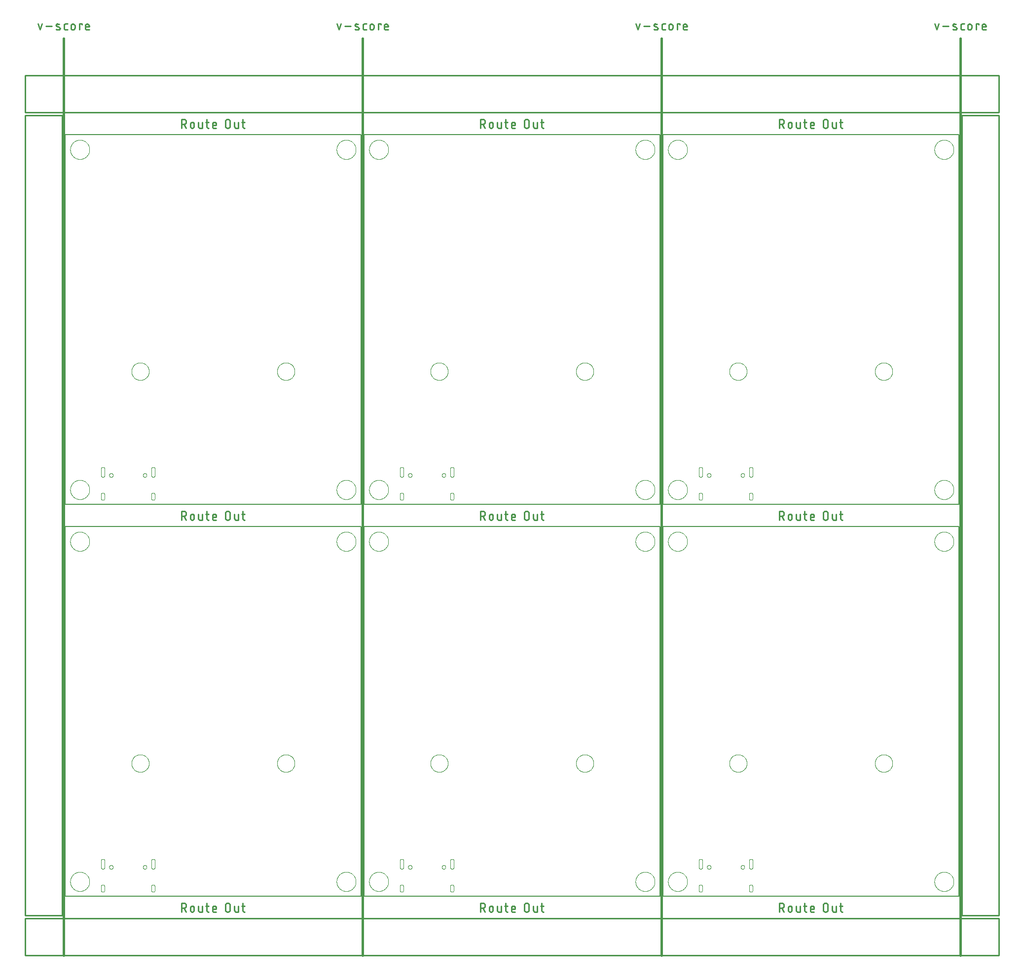
<source format=gko>
G04 EAGLE Gerber RS-274X export*
G75*
%MOMM*%
%FSLAX34Y34*%
%LPD*%
%IN*%
%IPPOS*%
%AMOC8*
5,1,8,0,0,1.08239X$1,22.5*%
G01*
%ADD10C,0.203200*%
%ADD11C,0.279400*%
%ADD12C,0.381000*%
%ADD13C,0.254000*%
%ADD14C,0.000000*%
%ADD15C,0.010000*%


D10*
X0Y0D02*
X0Y635000D01*
X508000Y635000D01*
X508000Y0D01*
X0Y0D01*
D11*
X199504Y-11557D02*
X199504Y-26543D01*
X199504Y-11557D02*
X203667Y-11557D01*
X203795Y-11559D01*
X203923Y-11565D01*
X204051Y-11575D01*
X204179Y-11589D01*
X204306Y-11606D01*
X204432Y-11628D01*
X204558Y-11653D01*
X204682Y-11683D01*
X204806Y-11716D01*
X204929Y-11753D01*
X205051Y-11794D01*
X205171Y-11838D01*
X205290Y-11886D01*
X205407Y-11938D01*
X205523Y-11993D01*
X205636Y-12052D01*
X205749Y-12115D01*
X205859Y-12181D01*
X205966Y-12250D01*
X206072Y-12322D01*
X206176Y-12398D01*
X206277Y-12477D01*
X206376Y-12559D01*
X206472Y-12644D01*
X206565Y-12731D01*
X206656Y-12822D01*
X206743Y-12915D01*
X206828Y-13011D01*
X206910Y-13110D01*
X206989Y-13211D01*
X207065Y-13315D01*
X207137Y-13421D01*
X207206Y-13528D01*
X207272Y-13639D01*
X207335Y-13751D01*
X207394Y-13864D01*
X207449Y-13980D01*
X207501Y-14097D01*
X207549Y-14216D01*
X207593Y-14336D01*
X207634Y-14458D01*
X207671Y-14581D01*
X207704Y-14705D01*
X207734Y-14829D01*
X207759Y-14955D01*
X207781Y-15081D01*
X207798Y-15208D01*
X207812Y-15336D01*
X207822Y-15464D01*
X207828Y-15592D01*
X207830Y-15720D01*
X207828Y-15848D01*
X207822Y-15976D01*
X207812Y-16104D01*
X207798Y-16232D01*
X207781Y-16359D01*
X207759Y-16485D01*
X207734Y-16611D01*
X207704Y-16735D01*
X207671Y-16859D01*
X207634Y-16982D01*
X207593Y-17104D01*
X207549Y-17224D01*
X207501Y-17343D01*
X207449Y-17460D01*
X207394Y-17576D01*
X207335Y-17689D01*
X207272Y-17802D01*
X207206Y-17912D01*
X207137Y-18019D01*
X207065Y-18125D01*
X206989Y-18229D01*
X206910Y-18330D01*
X206828Y-18429D01*
X206743Y-18525D01*
X206656Y-18618D01*
X206565Y-18709D01*
X206472Y-18796D01*
X206376Y-18881D01*
X206277Y-18963D01*
X206176Y-19042D01*
X206072Y-19118D01*
X205966Y-19190D01*
X205859Y-19259D01*
X205749Y-19325D01*
X205636Y-19388D01*
X205523Y-19447D01*
X205407Y-19502D01*
X205290Y-19554D01*
X205171Y-19602D01*
X205051Y-19646D01*
X204929Y-19687D01*
X204806Y-19724D01*
X204682Y-19757D01*
X204558Y-19787D01*
X204432Y-19812D01*
X204306Y-19834D01*
X204179Y-19851D01*
X204051Y-19865D01*
X203923Y-19875D01*
X203795Y-19881D01*
X203667Y-19883D01*
X199504Y-19883D01*
X204499Y-19883D02*
X207829Y-26543D01*
X214788Y-23213D02*
X214788Y-19883D01*
X214790Y-19769D01*
X214796Y-19656D01*
X214805Y-19542D01*
X214819Y-19430D01*
X214836Y-19317D01*
X214858Y-19205D01*
X214883Y-19095D01*
X214911Y-18985D01*
X214944Y-18876D01*
X214980Y-18768D01*
X215020Y-18661D01*
X215064Y-18556D01*
X215111Y-18453D01*
X215161Y-18351D01*
X215215Y-18251D01*
X215273Y-18153D01*
X215334Y-18057D01*
X215397Y-17963D01*
X215465Y-17871D01*
X215535Y-17781D01*
X215608Y-17695D01*
X215684Y-17610D01*
X215763Y-17528D01*
X215845Y-17449D01*
X215930Y-17373D01*
X216016Y-17300D01*
X216106Y-17230D01*
X216198Y-17162D01*
X216292Y-17099D01*
X216388Y-17038D01*
X216486Y-16980D01*
X216586Y-16926D01*
X216688Y-16876D01*
X216791Y-16829D01*
X216896Y-16785D01*
X217003Y-16745D01*
X217111Y-16709D01*
X217220Y-16676D01*
X217330Y-16648D01*
X217440Y-16623D01*
X217552Y-16601D01*
X217665Y-16584D01*
X217777Y-16570D01*
X217891Y-16561D01*
X218004Y-16555D01*
X218118Y-16553D01*
X218232Y-16555D01*
X218345Y-16561D01*
X218459Y-16570D01*
X218571Y-16584D01*
X218684Y-16601D01*
X218796Y-16623D01*
X218906Y-16648D01*
X219016Y-16676D01*
X219125Y-16709D01*
X219233Y-16745D01*
X219340Y-16785D01*
X219445Y-16829D01*
X219548Y-16876D01*
X219650Y-16926D01*
X219750Y-16980D01*
X219848Y-17038D01*
X219944Y-17099D01*
X220038Y-17162D01*
X220130Y-17230D01*
X220220Y-17300D01*
X220306Y-17373D01*
X220391Y-17449D01*
X220473Y-17528D01*
X220552Y-17610D01*
X220628Y-17695D01*
X220701Y-17781D01*
X220771Y-17871D01*
X220839Y-17963D01*
X220902Y-18057D01*
X220963Y-18153D01*
X221021Y-18251D01*
X221075Y-18351D01*
X221125Y-18453D01*
X221172Y-18556D01*
X221216Y-18661D01*
X221256Y-18768D01*
X221292Y-18876D01*
X221325Y-18985D01*
X221353Y-19095D01*
X221378Y-19205D01*
X221400Y-19317D01*
X221417Y-19430D01*
X221431Y-19542D01*
X221440Y-19656D01*
X221446Y-19769D01*
X221448Y-19883D01*
X221448Y-23213D01*
X221446Y-23327D01*
X221440Y-23440D01*
X221431Y-23554D01*
X221417Y-23666D01*
X221400Y-23779D01*
X221378Y-23891D01*
X221353Y-24001D01*
X221325Y-24111D01*
X221292Y-24220D01*
X221256Y-24328D01*
X221216Y-24435D01*
X221172Y-24540D01*
X221125Y-24643D01*
X221075Y-24745D01*
X221021Y-24845D01*
X220963Y-24943D01*
X220902Y-25039D01*
X220839Y-25133D01*
X220771Y-25225D01*
X220701Y-25315D01*
X220628Y-25401D01*
X220552Y-25486D01*
X220473Y-25568D01*
X220391Y-25647D01*
X220306Y-25723D01*
X220220Y-25796D01*
X220130Y-25866D01*
X220038Y-25934D01*
X219944Y-25997D01*
X219848Y-26058D01*
X219750Y-26116D01*
X219650Y-26170D01*
X219548Y-26220D01*
X219445Y-26267D01*
X219340Y-26311D01*
X219233Y-26351D01*
X219125Y-26387D01*
X219016Y-26420D01*
X218906Y-26448D01*
X218796Y-26473D01*
X218684Y-26495D01*
X218571Y-26512D01*
X218459Y-26526D01*
X218345Y-26535D01*
X218232Y-26541D01*
X218118Y-26543D01*
X218004Y-26541D01*
X217891Y-26535D01*
X217777Y-26526D01*
X217665Y-26512D01*
X217552Y-26495D01*
X217440Y-26473D01*
X217330Y-26448D01*
X217220Y-26420D01*
X217111Y-26387D01*
X217003Y-26351D01*
X216896Y-26311D01*
X216791Y-26267D01*
X216688Y-26220D01*
X216586Y-26170D01*
X216486Y-26116D01*
X216388Y-26058D01*
X216292Y-25997D01*
X216198Y-25934D01*
X216106Y-25866D01*
X216016Y-25796D01*
X215930Y-25723D01*
X215845Y-25647D01*
X215763Y-25568D01*
X215684Y-25486D01*
X215608Y-25401D01*
X215535Y-25315D01*
X215465Y-25225D01*
X215397Y-25133D01*
X215334Y-25039D01*
X215273Y-24943D01*
X215215Y-24845D01*
X215161Y-24745D01*
X215111Y-24643D01*
X215064Y-24540D01*
X215020Y-24435D01*
X214980Y-24328D01*
X214944Y-24220D01*
X214911Y-24111D01*
X214883Y-24001D01*
X214858Y-23891D01*
X214836Y-23779D01*
X214819Y-23666D01*
X214805Y-23554D01*
X214796Y-23440D01*
X214790Y-23327D01*
X214788Y-23213D01*
X228856Y-24045D02*
X228856Y-16552D01*
X228855Y-24045D02*
X228857Y-24143D01*
X228863Y-24241D01*
X228872Y-24339D01*
X228886Y-24436D01*
X228903Y-24532D01*
X228924Y-24628D01*
X228949Y-24723D01*
X228977Y-24817D01*
X229009Y-24910D01*
X229045Y-25001D01*
X229084Y-25091D01*
X229127Y-25179D01*
X229174Y-25266D01*
X229223Y-25350D01*
X229276Y-25433D01*
X229332Y-25513D01*
X229391Y-25592D01*
X229454Y-25667D01*
X229519Y-25741D01*
X229587Y-25811D01*
X229657Y-25879D01*
X229731Y-25945D01*
X229807Y-26007D01*
X229885Y-26066D01*
X229965Y-26122D01*
X230048Y-26175D01*
X230132Y-26225D01*
X230219Y-26271D01*
X230307Y-26314D01*
X230397Y-26353D01*
X230488Y-26389D01*
X230581Y-26421D01*
X230675Y-26449D01*
X230770Y-26474D01*
X230866Y-26495D01*
X230962Y-26512D01*
X231059Y-26526D01*
X231157Y-26535D01*
X231255Y-26541D01*
X231353Y-26543D01*
X235516Y-26543D01*
X235516Y-16552D01*
X241497Y-16552D02*
X246492Y-16552D01*
X243162Y-11557D02*
X243162Y-24045D01*
X243164Y-24143D01*
X243170Y-24241D01*
X243179Y-24339D01*
X243193Y-24436D01*
X243210Y-24532D01*
X243231Y-24628D01*
X243256Y-24723D01*
X243284Y-24817D01*
X243316Y-24910D01*
X243352Y-25001D01*
X243391Y-25091D01*
X243434Y-25179D01*
X243481Y-25266D01*
X243530Y-25350D01*
X243583Y-25433D01*
X243639Y-25513D01*
X243698Y-25592D01*
X243761Y-25667D01*
X243826Y-25741D01*
X243894Y-25811D01*
X243964Y-25879D01*
X244038Y-25945D01*
X244114Y-26007D01*
X244192Y-26066D01*
X244272Y-26122D01*
X244355Y-26175D01*
X244439Y-26225D01*
X244526Y-26271D01*
X244614Y-26314D01*
X244704Y-26353D01*
X244795Y-26389D01*
X244888Y-26421D01*
X244982Y-26449D01*
X245077Y-26474D01*
X245173Y-26495D01*
X245269Y-26512D01*
X245366Y-26526D01*
X245464Y-26535D01*
X245562Y-26541D01*
X245660Y-26543D01*
X246492Y-26543D01*
X255321Y-26543D02*
X259484Y-26543D01*
X255321Y-26543D02*
X255223Y-26541D01*
X255125Y-26535D01*
X255027Y-26526D01*
X254930Y-26512D01*
X254834Y-26495D01*
X254738Y-26474D01*
X254643Y-26449D01*
X254549Y-26421D01*
X254456Y-26389D01*
X254365Y-26353D01*
X254275Y-26314D01*
X254187Y-26271D01*
X254100Y-26224D01*
X254016Y-26175D01*
X253933Y-26122D01*
X253853Y-26066D01*
X253775Y-26007D01*
X253699Y-25945D01*
X253625Y-25879D01*
X253555Y-25811D01*
X253487Y-25741D01*
X253422Y-25667D01*
X253359Y-25592D01*
X253300Y-25513D01*
X253244Y-25433D01*
X253191Y-25350D01*
X253142Y-25266D01*
X253095Y-25179D01*
X253052Y-25091D01*
X253013Y-25001D01*
X252977Y-24910D01*
X252945Y-24817D01*
X252917Y-24723D01*
X252892Y-24628D01*
X252871Y-24532D01*
X252854Y-24436D01*
X252840Y-24339D01*
X252831Y-24241D01*
X252825Y-24143D01*
X252823Y-24045D01*
X252824Y-24045D02*
X252824Y-19883D01*
X252826Y-19769D01*
X252832Y-19656D01*
X252841Y-19542D01*
X252855Y-19430D01*
X252872Y-19317D01*
X252894Y-19205D01*
X252919Y-19095D01*
X252947Y-18985D01*
X252980Y-18876D01*
X253016Y-18768D01*
X253056Y-18661D01*
X253100Y-18556D01*
X253147Y-18453D01*
X253197Y-18351D01*
X253251Y-18251D01*
X253309Y-18153D01*
X253370Y-18057D01*
X253433Y-17963D01*
X253501Y-17871D01*
X253571Y-17781D01*
X253644Y-17695D01*
X253720Y-17610D01*
X253799Y-17528D01*
X253881Y-17449D01*
X253966Y-17373D01*
X254052Y-17300D01*
X254142Y-17230D01*
X254234Y-17162D01*
X254328Y-17099D01*
X254424Y-17038D01*
X254522Y-16980D01*
X254622Y-16926D01*
X254724Y-16876D01*
X254827Y-16829D01*
X254932Y-16785D01*
X255039Y-16745D01*
X255147Y-16709D01*
X255256Y-16676D01*
X255366Y-16648D01*
X255476Y-16623D01*
X255588Y-16601D01*
X255701Y-16584D01*
X255813Y-16570D01*
X255927Y-16561D01*
X256040Y-16555D01*
X256154Y-16553D01*
X256268Y-16555D01*
X256381Y-16561D01*
X256495Y-16570D01*
X256607Y-16584D01*
X256720Y-16601D01*
X256832Y-16623D01*
X256942Y-16648D01*
X257052Y-16676D01*
X257161Y-16709D01*
X257269Y-16745D01*
X257376Y-16785D01*
X257481Y-16829D01*
X257584Y-16876D01*
X257686Y-16926D01*
X257786Y-16980D01*
X257884Y-17038D01*
X257980Y-17099D01*
X258074Y-17162D01*
X258166Y-17230D01*
X258256Y-17300D01*
X258342Y-17373D01*
X258427Y-17449D01*
X258509Y-17528D01*
X258588Y-17610D01*
X258664Y-17695D01*
X258737Y-17781D01*
X258807Y-17871D01*
X258875Y-17963D01*
X258938Y-18057D01*
X258999Y-18153D01*
X259057Y-18251D01*
X259111Y-18351D01*
X259161Y-18453D01*
X259208Y-18556D01*
X259252Y-18661D01*
X259292Y-18768D01*
X259328Y-18876D01*
X259361Y-18985D01*
X259389Y-19095D01*
X259414Y-19205D01*
X259436Y-19317D01*
X259453Y-19430D01*
X259467Y-19542D01*
X259476Y-19656D01*
X259482Y-19769D01*
X259484Y-19883D01*
X259484Y-21548D01*
X252824Y-21548D01*
X274917Y-22380D02*
X274917Y-15720D01*
X274919Y-15592D01*
X274925Y-15464D01*
X274935Y-15336D01*
X274949Y-15208D01*
X274966Y-15081D01*
X274988Y-14955D01*
X275013Y-14829D01*
X275043Y-14705D01*
X275076Y-14581D01*
X275113Y-14458D01*
X275154Y-14336D01*
X275198Y-14216D01*
X275246Y-14097D01*
X275298Y-13980D01*
X275353Y-13864D01*
X275412Y-13751D01*
X275475Y-13638D01*
X275541Y-13528D01*
X275610Y-13421D01*
X275682Y-13315D01*
X275758Y-13211D01*
X275837Y-13110D01*
X275919Y-13011D01*
X276004Y-12915D01*
X276091Y-12822D01*
X276182Y-12731D01*
X276275Y-12644D01*
X276371Y-12559D01*
X276470Y-12477D01*
X276571Y-12398D01*
X276675Y-12322D01*
X276781Y-12250D01*
X276888Y-12181D01*
X276999Y-12115D01*
X277111Y-12052D01*
X277224Y-11993D01*
X277340Y-11938D01*
X277457Y-11886D01*
X277576Y-11838D01*
X277696Y-11794D01*
X277818Y-11753D01*
X277941Y-11716D01*
X278065Y-11683D01*
X278189Y-11653D01*
X278315Y-11628D01*
X278441Y-11606D01*
X278568Y-11589D01*
X278696Y-11575D01*
X278824Y-11565D01*
X278952Y-11559D01*
X279080Y-11557D01*
X279208Y-11559D01*
X279336Y-11565D01*
X279464Y-11575D01*
X279592Y-11589D01*
X279719Y-11606D01*
X279845Y-11628D01*
X279971Y-11653D01*
X280095Y-11683D01*
X280219Y-11716D01*
X280342Y-11753D01*
X280464Y-11794D01*
X280584Y-11838D01*
X280703Y-11886D01*
X280820Y-11938D01*
X280936Y-11993D01*
X281049Y-12052D01*
X281162Y-12115D01*
X281272Y-12181D01*
X281379Y-12250D01*
X281485Y-12322D01*
X281589Y-12398D01*
X281690Y-12477D01*
X281789Y-12559D01*
X281885Y-12644D01*
X281978Y-12731D01*
X282069Y-12822D01*
X282156Y-12915D01*
X282241Y-13011D01*
X282323Y-13110D01*
X282402Y-13211D01*
X282478Y-13315D01*
X282550Y-13421D01*
X282619Y-13528D01*
X282685Y-13639D01*
X282748Y-13751D01*
X282807Y-13864D01*
X282862Y-13980D01*
X282914Y-14097D01*
X282962Y-14216D01*
X283006Y-14336D01*
X283047Y-14458D01*
X283084Y-14581D01*
X283117Y-14705D01*
X283147Y-14829D01*
X283172Y-14955D01*
X283194Y-15081D01*
X283211Y-15208D01*
X283225Y-15336D01*
X283235Y-15464D01*
X283241Y-15592D01*
X283243Y-15720D01*
X283242Y-15720D02*
X283242Y-22380D01*
X283243Y-22380D02*
X283241Y-22508D01*
X283235Y-22636D01*
X283225Y-22764D01*
X283211Y-22892D01*
X283194Y-23019D01*
X283172Y-23145D01*
X283147Y-23271D01*
X283117Y-23395D01*
X283084Y-23519D01*
X283047Y-23642D01*
X283006Y-23764D01*
X282962Y-23884D01*
X282914Y-24003D01*
X282862Y-24120D01*
X282807Y-24236D01*
X282748Y-24349D01*
X282685Y-24462D01*
X282619Y-24572D01*
X282550Y-24679D01*
X282478Y-24785D01*
X282402Y-24889D01*
X282323Y-24990D01*
X282241Y-25089D01*
X282156Y-25185D01*
X282069Y-25278D01*
X281978Y-25369D01*
X281885Y-25456D01*
X281789Y-25541D01*
X281690Y-25623D01*
X281589Y-25702D01*
X281485Y-25778D01*
X281379Y-25850D01*
X281272Y-25919D01*
X281162Y-25985D01*
X281049Y-26048D01*
X280936Y-26107D01*
X280820Y-26162D01*
X280703Y-26214D01*
X280584Y-26262D01*
X280464Y-26306D01*
X280342Y-26347D01*
X280219Y-26384D01*
X280095Y-26417D01*
X279971Y-26447D01*
X279845Y-26472D01*
X279719Y-26494D01*
X279592Y-26511D01*
X279464Y-26525D01*
X279336Y-26535D01*
X279208Y-26541D01*
X279080Y-26543D01*
X278952Y-26541D01*
X278824Y-26535D01*
X278696Y-26525D01*
X278568Y-26511D01*
X278441Y-26494D01*
X278315Y-26472D01*
X278189Y-26447D01*
X278065Y-26417D01*
X277941Y-26384D01*
X277818Y-26347D01*
X277696Y-26306D01*
X277576Y-26262D01*
X277457Y-26214D01*
X277340Y-26162D01*
X277224Y-26107D01*
X277111Y-26048D01*
X276999Y-25985D01*
X276888Y-25919D01*
X276781Y-25850D01*
X276675Y-25778D01*
X276571Y-25702D01*
X276470Y-25623D01*
X276371Y-25541D01*
X276275Y-25456D01*
X276182Y-25369D01*
X276091Y-25278D01*
X276004Y-25185D01*
X275919Y-25089D01*
X275837Y-24990D01*
X275758Y-24889D01*
X275682Y-24785D01*
X275610Y-24679D01*
X275541Y-24572D01*
X275475Y-24461D01*
X275412Y-24349D01*
X275353Y-24236D01*
X275298Y-24120D01*
X275246Y-24003D01*
X275198Y-23884D01*
X275154Y-23764D01*
X275113Y-23642D01*
X275076Y-23519D01*
X275043Y-23395D01*
X275013Y-23271D01*
X274988Y-23145D01*
X274966Y-23019D01*
X274949Y-22892D01*
X274935Y-22764D01*
X274925Y-22636D01*
X274919Y-22508D01*
X274917Y-22380D01*
X290859Y-24045D02*
X290859Y-16552D01*
X290859Y-24045D02*
X290861Y-24143D01*
X290867Y-24241D01*
X290876Y-24339D01*
X290890Y-24436D01*
X290907Y-24532D01*
X290928Y-24628D01*
X290953Y-24723D01*
X290981Y-24817D01*
X291013Y-24910D01*
X291049Y-25001D01*
X291088Y-25091D01*
X291131Y-25179D01*
X291178Y-25266D01*
X291227Y-25350D01*
X291280Y-25433D01*
X291336Y-25513D01*
X291395Y-25592D01*
X291458Y-25667D01*
X291523Y-25741D01*
X291591Y-25811D01*
X291661Y-25879D01*
X291735Y-25945D01*
X291811Y-26007D01*
X291889Y-26066D01*
X291969Y-26122D01*
X292052Y-26175D01*
X292136Y-26225D01*
X292223Y-26271D01*
X292311Y-26314D01*
X292401Y-26353D01*
X292492Y-26389D01*
X292585Y-26421D01*
X292679Y-26449D01*
X292774Y-26474D01*
X292870Y-26495D01*
X292966Y-26512D01*
X293063Y-26526D01*
X293161Y-26535D01*
X293259Y-26541D01*
X293357Y-26543D01*
X297520Y-26543D01*
X297520Y-16552D01*
X303501Y-16552D02*
X308496Y-16552D01*
X305166Y-11557D02*
X305166Y-24045D01*
X305165Y-24045D02*
X305167Y-24143D01*
X305173Y-24241D01*
X305182Y-24339D01*
X305196Y-24436D01*
X305213Y-24532D01*
X305234Y-24628D01*
X305259Y-24723D01*
X305287Y-24817D01*
X305319Y-24910D01*
X305355Y-25001D01*
X305394Y-25091D01*
X305437Y-25179D01*
X305484Y-25266D01*
X305533Y-25350D01*
X305586Y-25433D01*
X305642Y-25513D01*
X305701Y-25592D01*
X305764Y-25667D01*
X305829Y-25741D01*
X305897Y-25811D01*
X305967Y-25879D01*
X306041Y-25945D01*
X306117Y-26007D01*
X306195Y-26066D01*
X306275Y-26122D01*
X306358Y-26175D01*
X306442Y-26225D01*
X306529Y-26271D01*
X306617Y-26314D01*
X306707Y-26353D01*
X306798Y-26389D01*
X306891Y-26421D01*
X306985Y-26449D01*
X307080Y-26474D01*
X307176Y-26495D01*
X307272Y-26512D01*
X307369Y-26526D01*
X307467Y-26535D01*
X307565Y-26541D01*
X307663Y-26543D01*
X307664Y-26543D02*
X308496Y-26543D01*
D10*
X513080Y0D02*
X513080Y635000D01*
X1021080Y635000D01*
X1021080Y0D01*
X513080Y0D01*
D11*
X712584Y-11557D02*
X712584Y-26543D01*
X712584Y-11557D02*
X716747Y-11557D01*
X716875Y-11559D01*
X717003Y-11565D01*
X717131Y-11575D01*
X717259Y-11589D01*
X717386Y-11606D01*
X717512Y-11628D01*
X717638Y-11653D01*
X717762Y-11683D01*
X717886Y-11716D01*
X718009Y-11753D01*
X718131Y-11794D01*
X718251Y-11838D01*
X718370Y-11886D01*
X718487Y-11938D01*
X718603Y-11993D01*
X718716Y-12052D01*
X718829Y-12115D01*
X718939Y-12181D01*
X719046Y-12250D01*
X719152Y-12322D01*
X719256Y-12398D01*
X719357Y-12477D01*
X719456Y-12559D01*
X719552Y-12644D01*
X719645Y-12731D01*
X719736Y-12822D01*
X719823Y-12915D01*
X719908Y-13011D01*
X719990Y-13110D01*
X720069Y-13211D01*
X720145Y-13315D01*
X720217Y-13421D01*
X720286Y-13528D01*
X720352Y-13639D01*
X720415Y-13751D01*
X720474Y-13864D01*
X720529Y-13980D01*
X720581Y-14097D01*
X720629Y-14216D01*
X720673Y-14336D01*
X720714Y-14458D01*
X720751Y-14581D01*
X720784Y-14705D01*
X720814Y-14829D01*
X720839Y-14955D01*
X720861Y-15081D01*
X720878Y-15208D01*
X720892Y-15336D01*
X720902Y-15464D01*
X720908Y-15592D01*
X720910Y-15720D01*
X720908Y-15848D01*
X720902Y-15976D01*
X720892Y-16104D01*
X720878Y-16232D01*
X720861Y-16359D01*
X720839Y-16485D01*
X720814Y-16611D01*
X720784Y-16735D01*
X720751Y-16859D01*
X720714Y-16982D01*
X720673Y-17104D01*
X720629Y-17224D01*
X720581Y-17343D01*
X720529Y-17460D01*
X720474Y-17576D01*
X720415Y-17689D01*
X720352Y-17802D01*
X720286Y-17912D01*
X720217Y-18019D01*
X720145Y-18125D01*
X720069Y-18229D01*
X719990Y-18330D01*
X719908Y-18429D01*
X719823Y-18525D01*
X719736Y-18618D01*
X719645Y-18709D01*
X719552Y-18796D01*
X719456Y-18881D01*
X719357Y-18963D01*
X719256Y-19042D01*
X719152Y-19118D01*
X719046Y-19190D01*
X718939Y-19259D01*
X718829Y-19325D01*
X718716Y-19388D01*
X718603Y-19447D01*
X718487Y-19502D01*
X718370Y-19554D01*
X718251Y-19602D01*
X718131Y-19646D01*
X718009Y-19687D01*
X717886Y-19724D01*
X717762Y-19757D01*
X717638Y-19787D01*
X717512Y-19812D01*
X717386Y-19834D01*
X717259Y-19851D01*
X717131Y-19865D01*
X717003Y-19875D01*
X716875Y-19881D01*
X716747Y-19883D01*
X712584Y-19883D01*
X717579Y-19883D02*
X720909Y-26543D01*
X727868Y-23213D02*
X727868Y-19883D01*
X727870Y-19769D01*
X727876Y-19656D01*
X727885Y-19542D01*
X727899Y-19430D01*
X727916Y-19317D01*
X727938Y-19205D01*
X727963Y-19095D01*
X727991Y-18985D01*
X728024Y-18876D01*
X728060Y-18768D01*
X728100Y-18661D01*
X728144Y-18556D01*
X728191Y-18453D01*
X728241Y-18351D01*
X728295Y-18251D01*
X728353Y-18153D01*
X728414Y-18057D01*
X728477Y-17963D01*
X728545Y-17871D01*
X728615Y-17781D01*
X728688Y-17695D01*
X728764Y-17610D01*
X728843Y-17528D01*
X728925Y-17449D01*
X729010Y-17373D01*
X729096Y-17300D01*
X729186Y-17230D01*
X729278Y-17162D01*
X729372Y-17099D01*
X729468Y-17038D01*
X729566Y-16980D01*
X729666Y-16926D01*
X729768Y-16876D01*
X729871Y-16829D01*
X729976Y-16785D01*
X730083Y-16745D01*
X730191Y-16709D01*
X730300Y-16676D01*
X730410Y-16648D01*
X730520Y-16623D01*
X730632Y-16601D01*
X730745Y-16584D01*
X730857Y-16570D01*
X730971Y-16561D01*
X731084Y-16555D01*
X731198Y-16553D01*
X731312Y-16555D01*
X731425Y-16561D01*
X731539Y-16570D01*
X731651Y-16584D01*
X731764Y-16601D01*
X731876Y-16623D01*
X731986Y-16648D01*
X732096Y-16676D01*
X732205Y-16709D01*
X732313Y-16745D01*
X732420Y-16785D01*
X732525Y-16829D01*
X732628Y-16876D01*
X732730Y-16926D01*
X732830Y-16980D01*
X732928Y-17038D01*
X733024Y-17099D01*
X733118Y-17162D01*
X733210Y-17230D01*
X733300Y-17300D01*
X733386Y-17373D01*
X733471Y-17449D01*
X733553Y-17528D01*
X733632Y-17610D01*
X733708Y-17695D01*
X733781Y-17781D01*
X733851Y-17871D01*
X733919Y-17963D01*
X733982Y-18057D01*
X734043Y-18153D01*
X734101Y-18251D01*
X734155Y-18351D01*
X734205Y-18453D01*
X734252Y-18556D01*
X734296Y-18661D01*
X734336Y-18768D01*
X734372Y-18876D01*
X734405Y-18985D01*
X734433Y-19095D01*
X734458Y-19205D01*
X734480Y-19317D01*
X734497Y-19430D01*
X734511Y-19542D01*
X734520Y-19656D01*
X734526Y-19769D01*
X734528Y-19883D01*
X734528Y-23213D01*
X734526Y-23327D01*
X734520Y-23440D01*
X734511Y-23554D01*
X734497Y-23666D01*
X734480Y-23779D01*
X734458Y-23891D01*
X734433Y-24001D01*
X734405Y-24111D01*
X734372Y-24220D01*
X734336Y-24328D01*
X734296Y-24435D01*
X734252Y-24540D01*
X734205Y-24643D01*
X734155Y-24745D01*
X734101Y-24845D01*
X734043Y-24943D01*
X733982Y-25039D01*
X733919Y-25133D01*
X733851Y-25225D01*
X733781Y-25315D01*
X733708Y-25401D01*
X733632Y-25486D01*
X733553Y-25568D01*
X733471Y-25647D01*
X733386Y-25723D01*
X733300Y-25796D01*
X733210Y-25866D01*
X733118Y-25934D01*
X733024Y-25997D01*
X732928Y-26058D01*
X732830Y-26116D01*
X732730Y-26170D01*
X732628Y-26220D01*
X732525Y-26267D01*
X732420Y-26311D01*
X732313Y-26351D01*
X732205Y-26387D01*
X732096Y-26420D01*
X731986Y-26448D01*
X731876Y-26473D01*
X731764Y-26495D01*
X731651Y-26512D01*
X731539Y-26526D01*
X731425Y-26535D01*
X731312Y-26541D01*
X731198Y-26543D01*
X731084Y-26541D01*
X730971Y-26535D01*
X730857Y-26526D01*
X730745Y-26512D01*
X730632Y-26495D01*
X730520Y-26473D01*
X730410Y-26448D01*
X730300Y-26420D01*
X730191Y-26387D01*
X730083Y-26351D01*
X729976Y-26311D01*
X729871Y-26267D01*
X729768Y-26220D01*
X729666Y-26170D01*
X729566Y-26116D01*
X729468Y-26058D01*
X729372Y-25997D01*
X729278Y-25934D01*
X729186Y-25866D01*
X729096Y-25796D01*
X729010Y-25723D01*
X728925Y-25647D01*
X728843Y-25568D01*
X728764Y-25486D01*
X728688Y-25401D01*
X728615Y-25315D01*
X728545Y-25225D01*
X728477Y-25133D01*
X728414Y-25039D01*
X728353Y-24943D01*
X728295Y-24845D01*
X728241Y-24745D01*
X728191Y-24643D01*
X728144Y-24540D01*
X728100Y-24435D01*
X728060Y-24328D01*
X728024Y-24220D01*
X727991Y-24111D01*
X727963Y-24001D01*
X727938Y-23891D01*
X727916Y-23779D01*
X727899Y-23666D01*
X727885Y-23554D01*
X727876Y-23440D01*
X727870Y-23327D01*
X727868Y-23213D01*
X741936Y-24045D02*
X741936Y-16552D01*
X741935Y-24045D02*
X741937Y-24143D01*
X741943Y-24241D01*
X741952Y-24339D01*
X741966Y-24436D01*
X741983Y-24532D01*
X742004Y-24628D01*
X742029Y-24723D01*
X742057Y-24817D01*
X742089Y-24910D01*
X742125Y-25001D01*
X742164Y-25091D01*
X742207Y-25179D01*
X742254Y-25266D01*
X742303Y-25350D01*
X742356Y-25433D01*
X742412Y-25513D01*
X742471Y-25592D01*
X742534Y-25667D01*
X742599Y-25741D01*
X742667Y-25811D01*
X742737Y-25879D01*
X742811Y-25945D01*
X742887Y-26007D01*
X742965Y-26066D01*
X743045Y-26122D01*
X743128Y-26175D01*
X743212Y-26225D01*
X743299Y-26271D01*
X743387Y-26314D01*
X743477Y-26353D01*
X743568Y-26389D01*
X743661Y-26421D01*
X743755Y-26449D01*
X743850Y-26474D01*
X743946Y-26495D01*
X744042Y-26512D01*
X744139Y-26526D01*
X744237Y-26535D01*
X744335Y-26541D01*
X744433Y-26543D01*
X748596Y-26543D01*
X748596Y-16552D01*
X754577Y-16552D02*
X759572Y-16552D01*
X756242Y-11557D02*
X756242Y-24045D01*
X756244Y-24143D01*
X756250Y-24241D01*
X756259Y-24339D01*
X756273Y-24436D01*
X756290Y-24532D01*
X756311Y-24628D01*
X756336Y-24723D01*
X756364Y-24817D01*
X756396Y-24910D01*
X756432Y-25001D01*
X756471Y-25091D01*
X756514Y-25179D01*
X756561Y-25266D01*
X756610Y-25350D01*
X756663Y-25433D01*
X756719Y-25513D01*
X756778Y-25592D01*
X756841Y-25667D01*
X756906Y-25741D01*
X756974Y-25811D01*
X757044Y-25879D01*
X757118Y-25945D01*
X757194Y-26007D01*
X757272Y-26066D01*
X757352Y-26122D01*
X757435Y-26175D01*
X757519Y-26225D01*
X757606Y-26271D01*
X757694Y-26314D01*
X757784Y-26353D01*
X757875Y-26389D01*
X757968Y-26421D01*
X758062Y-26449D01*
X758157Y-26474D01*
X758253Y-26495D01*
X758349Y-26512D01*
X758446Y-26526D01*
X758544Y-26535D01*
X758642Y-26541D01*
X758740Y-26543D01*
X759572Y-26543D01*
X768401Y-26543D02*
X772564Y-26543D01*
X768401Y-26543D02*
X768303Y-26541D01*
X768205Y-26535D01*
X768107Y-26526D01*
X768010Y-26512D01*
X767914Y-26495D01*
X767818Y-26474D01*
X767723Y-26449D01*
X767629Y-26421D01*
X767536Y-26389D01*
X767445Y-26353D01*
X767355Y-26314D01*
X767267Y-26271D01*
X767180Y-26224D01*
X767096Y-26175D01*
X767013Y-26122D01*
X766933Y-26066D01*
X766855Y-26007D01*
X766779Y-25945D01*
X766705Y-25879D01*
X766635Y-25811D01*
X766567Y-25741D01*
X766502Y-25667D01*
X766439Y-25592D01*
X766380Y-25513D01*
X766324Y-25433D01*
X766271Y-25350D01*
X766222Y-25266D01*
X766175Y-25179D01*
X766132Y-25091D01*
X766093Y-25001D01*
X766057Y-24910D01*
X766025Y-24817D01*
X765997Y-24723D01*
X765972Y-24628D01*
X765951Y-24532D01*
X765934Y-24436D01*
X765920Y-24339D01*
X765911Y-24241D01*
X765905Y-24143D01*
X765903Y-24045D01*
X765904Y-24045D02*
X765904Y-19883D01*
X765906Y-19769D01*
X765912Y-19656D01*
X765921Y-19542D01*
X765935Y-19430D01*
X765952Y-19317D01*
X765974Y-19205D01*
X765999Y-19095D01*
X766027Y-18985D01*
X766060Y-18876D01*
X766096Y-18768D01*
X766136Y-18661D01*
X766180Y-18556D01*
X766227Y-18453D01*
X766277Y-18351D01*
X766331Y-18251D01*
X766389Y-18153D01*
X766450Y-18057D01*
X766513Y-17963D01*
X766581Y-17871D01*
X766651Y-17781D01*
X766724Y-17695D01*
X766800Y-17610D01*
X766879Y-17528D01*
X766961Y-17449D01*
X767046Y-17373D01*
X767132Y-17300D01*
X767222Y-17230D01*
X767314Y-17162D01*
X767408Y-17099D01*
X767504Y-17038D01*
X767602Y-16980D01*
X767702Y-16926D01*
X767804Y-16876D01*
X767907Y-16829D01*
X768012Y-16785D01*
X768119Y-16745D01*
X768227Y-16709D01*
X768336Y-16676D01*
X768446Y-16648D01*
X768556Y-16623D01*
X768668Y-16601D01*
X768781Y-16584D01*
X768893Y-16570D01*
X769007Y-16561D01*
X769120Y-16555D01*
X769234Y-16553D01*
X769348Y-16555D01*
X769461Y-16561D01*
X769575Y-16570D01*
X769687Y-16584D01*
X769800Y-16601D01*
X769912Y-16623D01*
X770022Y-16648D01*
X770132Y-16676D01*
X770241Y-16709D01*
X770349Y-16745D01*
X770456Y-16785D01*
X770561Y-16829D01*
X770664Y-16876D01*
X770766Y-16926D01*
X770866Y-16980D01*
X770964Y-17038D01*
X771060Y-17099D01*
X771154Y-17162D01*
X771246Y-17230D01*
X771336Y-17300D01*
X771422Y-17373D01*
X771507Y-17449D01*
X771589Y-17528D01*
X771668Y-17610D01*
X771744Y-17695D01*
X771817Y-17781D01*
X771887Y-17871D01*
X771955Y-17963D01*
X772018Y-18057D01*
X772079Y-18153D01*
X772137Y-18251D01*
X772191Y-18351D01*
X772241Y-18453D01*
X772288Y-18556D01*
X772332Y-18661D01*
X772372Y-18768D01*
X772408Y-18876D01*
X772441Y-18985D01*
X772469Y-19095D01*
X772494Y-19205D01*
X772516Y-19317D01*
X772533Y-19430D01*
X772547Y-19542D01*
X772556Y-19656D01*
X772562Y-19769D01*
X772564Y-19883D01*
X772564Y-21548D01*
X765904Y-21548D01*
X787997Y-22380D02*
X787997Y-15720D01*
X787999Y-15592D01*
X788005Y-15464D01*
X788015Y-15336D01*
X788029Y-15208D01*
X788046Y-15081D01*
X788068Y-14955D01*
X788093Y-14829D01*
X788123Y-14705D01*
X788156Y-14581D01*
X788193Y-14458D01*
X788234Y-14336D01*
X788278Y-14216D01*
X788326Y-14097D01*
X788378Y-13980D01*
X788433Y-13864D01*
X788492Y-13751D01*
X788555Y-13638D01*
X788621Y-13528D01*
X788690Y-13421D01*
X788762Y-13315D01*
X788838Y-13211D01*
X788917Y-13110D01*
X788999Y-13011D01*
X789084Y-12915D01*
X789171Y-12822D01*
X789262Y-12731D01*
X789355Y-12644D01*
X789451Y-12559D01*
X789550Y-12477D01*
X789651Y-12398D01*
X789755Y-12322D01*
X789861Y-12250D01*
X789968Y-12181D01*
X790079Y-12115D01*
X790191Y-12052D01*
X790304Y-11993D01*
X790420Y-11938D01*
X790537Y-11886D01*
X790656Y-11838D01*
X790776Y-11794D01*
X790898Y-11753D01*
X791021Y-11716D01*
X791145Y-11683D01*
X791269Y-11653D01*
X791395Y-11628D01*
X791521Y-11606D01*
X791648Y-11589D01*
X791776Y-11575D01*
X791904Y-11565D01*
X792032Y-11559D01*
X792160Y-11557D01*
X792288Y-11559D01*
X792416Y-11565D01*
X792544Y-11575D01*
X792672Y-11589D01*
X792799Y-11606D01*
X792925Y-11628D01*
X793051Y-11653D01*
X793175Y-11683D01*
X793299Y-11716D01*
X793422Y-11753D01*
X793544Y-11794D01*
X793664Y-11838D01*
X793783Y-11886D01*
X793900Y-11938D01*
X794016Y-11993D01*
X794129Y-12052D01*
X794242Y-12115D01*
X794352Y-12181D01*
X794459Y-12250D01*
X794565Y-12322D01*
X794669Y-12398D01*
X794770Y-12477D01*
X794869Y-12559D01*
X794965Y-12644D01*
X795058Y-12731D01*
X795149Y-12822D01*
X795236Y-12915D01*
X795321Y-13011D01*
X795403Y-13110D01*
X795482Y-13211D01*
X795558Y-13315D01*
X795630Y-13421D01*
X795699Y-13528D01*
X795765Y-13639D01*
X795828Y-13751D01*
X795887Y-13864D01*
X795942Y-13980D01*
X795994Y-14097D01*
X796042Y-14216D01*
X796086Y-14336D01*
X796127Y-14458D01*
X796164Y-14581D01*
X796197Y-14705D01*
X796227Y-14829D01*
X796252Y-14955D01*
X796274Y-15081D01*
X796291Y-15208D01*
X796305Y-15336D01*
X796315Y-15464D01*
X796321Y-15592D01*
X796323Y-15720D01*
X796322Y-15720D02*
X796322Y-22380D01*
X796323Y-22380D02*
X796321Y-22508D01*
X796315Y-22636D01*
X796305Y-22764D01*
X796291Y-22892D01*
X796274Y-23019D01*
X796252Y-23145D01*
X796227Y-23271D01*
X796197Y-23395D01*
X796164Y-23519D01*
X796127Y-23642D01*
X796086Y-23764D01*
X796042Y-23884D01*
X795994Y-24003D01*
X795942Y-24120D01*
X795887Y-24236D01*
X795828Y-24349D01*
X795765Y-24462D01*
X795699Y-24572D01*
X795630Y-24679D01*
X795558Y-24785D01*
X795482Y-24889D01*
X795403Y-24990D01*
X795321Y-25089D01*
X795236Y-25185D01*
X795149Y-25278D01*
X795058Y-25369D01*
X794965Y-25456D01*
X794869Y-25541D01*
X794770Y-25623D01*
X794669Y-25702D01*
X794565Y-25778D01*
X794459Y-25850D01*
X794352Y-25919D01*
X794242Y-25985D01*
X794129Y-26048D01*
X794016Y-26107D01*
X793900Y-26162D01*
X793783Y-26214D01*
X793664Y-26262D01*
X793544Y-26306D01*
X793422Y-26347D01*
X793299Y-26384D01*
X793175Y-26417D01*
X793051Y-26447D01*
X792925Y-26472D01*
X792799Y-26494D01*
X792672Y-26511D01*
X792544Y-26525D01*
X792416Y-26535D01*
X792288Y-26541D01*
X792160Y-26543D01*
X792032Y-26541D01*
X791904Y-26535D01*
X791776Y-26525D01*
X791648Y-26511D01*
X791521Y-26494D01*
X791395Y-26472D01*
X791269Y-26447D01*
X791145Y-26417D01*
X791021Y-26384D01*
X790898Y-26347D01*
X790776Y-26306D01*
X790656Y-26262D01*
X790537Y-26214D01*
X790420Y-26162D01*
X790304Y-26107D01*
X790191Y-26048D01*
X790079Y-25985D01*
X789968Y-25919D01*
X789861Y-25850D01*
X789755Y-25778D01*
X789651Y-25702D01*
X789550Y-25623D01*
X789451Y-25541D01*
X789355Y-25456D01*
X789262Y-25369D01*
X789171Y-25278D01*
X789084Y-25185D01*
X788999Y-25089D01*
X788917Y-24990D01*
X788838Y-24889D01*
X788762Y-24785D01*
X788690Y-24679D01*
X788621Y-24572D01*
X788555Y-24461D01*
X788492Y-24349D01*
X788433Y-24236D01*
X788378Y-24120D01*
X788326Y-24003D01*
X788278Y-23884D01*
X788234Y-23764D01*
X788193Y-23642D01*
X788156Y-23519D01*
X788123Y-23395D01*
X788093Y-23271D01*
X788068Y-23145D01*
X788046Y-23019D01*
X788029Y-22892D01*
X788015Y-22764D01*
X788005Y-22636D01*
X787999Y-22508D01*
X787997Y-22380D01*
X803939Y-24045D02*
X803939Y-16552D01*
X803939Y-24045D02*
X803941Y-24143D01*
X803947Y-24241D01*
X803956Y-24339D01*
X803970Y-24436D01*
X803987Y-24532D01*
X804008Y-24628D01*
X804033Y-24723D01*
X804061Y-24817D01*
X804093Y-24910D01*
X804129Y-25001D01*
X804168Y-25091D01*
X804211Y-25179D01*
X804258Y-25266D01*
X804307Y-25350D01*
X804360Y-25433D01*
X804416Y-25513D01*
X804475Y-25592D01*
X804538Y-25667D01*
X804603Y-25741D01*
X804671Y-25811D01*
X804741Y-25879D01*
X804815Y-25945D01*
X804891Y-26007D01*
X804969Y-26066D01*
X805049Y-26122D01*
X805132Y-26175D01*
X805216Y-26225D01*
X805303Y-26271D01*
X805391Y-26314D01*
X805481Y-26353D01*
X805572Y-26389D01*
X805665Y-26421D01*
X805759Y-26449D01*
X805854Y-26474D01*
X805950Y-26495D01*
X806046Y-26512D01*
X806143Y-26526D01*
X806241Y-26535D01*
X806339Y-26541D01*
X806437Y-26543D01*
X810600Y-26543D01*
X810600Y-16552D01*
X816581Y-16552D02*
X821576Y-16552D01*
X818246Y-11557D02*
X818246Y-24045D01*
X818245Y-24045D02*
X818247Y-24143D01*
X818253Y-24241D01*
X818262Y-24339D01*
X818276Y-24436D01*
X818293Y-24532D01*
X818314Y-24628D01*
X818339Y-24723D01*
X818367Y-24817D01*
X818399Y-24910D01*
X818435Y-25001D01*
X818474Y-25091D01*
X818517Y-25179D01*
X818564Y-25266D01*
X818613Y-25350D01*
X818666Y-25433D01*
X818722Y-25513D01*
X818781Y-25592D01*
X818844Y-25667D01*
X818909Y-25741D01*
X818977Y-25811D01*
X819047Y-25879D01*
X819121Y-25945D01*
X819197Y-26007D01*
X819275Y-26066D01*
X819355Y-26122D01*
X819438Y-26175D01*
X819522Y-26225D01*
X819609Y-26271D01*
X819697Y-26314D01*
X819787Y-26353D01*
X819878Y-26389D01*
X819971Y-26421D01*
X820065Y-26449D01*
X820160Y-26474D01*
X820256Y-26495D01*
X820352Y-26512D01*
X820449Y-26526D01*
X820547Y-26535D01*
X820645Y-26541D01*
X820743Y-26543D01*
X820744Y-26543D02*
X821576Y-26543D01*
D10*
X1026160Y0D02*
X1026160Y635000D01*
X1534160Y635000D01*
X1534160Y0D01*
X1026160Y0D01*
D11*
X1225664Y-11557D02*
X1225664Y-26543D01*
X1225664Y-11557D02*
X1229827Y-11557D01*
X1229955Y-11559D01*
X1230083Y-11565D01*
X1230211Y-11575D01*
X1230339Y-11589D01*
X1230466Y-11606D01*
X1230592Y-11628D01*
X1230718Y-11653D01*
X1230842Y-11683D01*
X1230966Y-11716D01*
X1231089Y-11753D01*
X1231211Y-11794D01*
X1231331Y-11838D01*
X1231450Y-11886D01*
X1231567Y-11938D01*
X1231683Y-11993D01*
X1231796Y-12052D01*
X1231909Y-12115D01*
X1232019Y-12181D01*
X1232126Y-12250D01*
X1232232Y-12322D01*
X1232336Y-12398D01*
X1232437Y-12477D01*
X1232536Y-12559D01*
X1232632Y-12644D01*
X1232725Y-12731D01*
X1232816Y-12822D01*
X1232903Y-12915D01*
X1232988Y-13011D01*
X1233070Y-13110D01*
X1233149Y-13211D01*
X1233225Y-13315D01*
X1233297Y-13421D01*
X1233366Y-13528D01*
X1233432Y-13639D01*
X1233495Y-13751D01*
X1233554Y-13864D01*
X1233609Y-13980D01*
X1233661Y-14097D01*
X1233709Y-14216D01*
X1233753Y-14336D01*
X1233794Y-14458D01*
X1233831Y-14581D01*
X1233864Y-14705D01*
X1233894Y-14829D01*
X1233919Y-14955D01*
X1233941Y-15081D01*
X1233958Y-15208D01*
X1233972Y-15336D01*
X1233982Y-15464D01*
X1233988Y-15592D01*
X1233990Y-15720D01*
X1233988Y-15848D01*
X1233982Y-15976D01*
X1233972Y-16104D01*
X1233958Y-16232D01*
X1233941Y-16359D01*
X1233919Y-16485D01*
X1233894Y-16611D01*
X1233864Y-16735D01*
X1233831Y-16859D01*
X1233794Y-16982D01*
X1233753Y-17104D01*
X1233709Y-17224D01*
X1233661Y-17343D01*
X1233609Y-17460D01*
X1233554Y-17576D01*
X1233495Y-17689D01*
X1233432Y-17802D01*
X1233366Y-17912D01*
X1233297Y-18019D01*
X1233225Y-18125D01*
X1233149Y-18229D01*
X1233070Y-18330D01*
X1232988Y-18429D01*
X1232903Y-18525D01*
X1232816Y-18618D01*
X1232725Y-18709D01*
X1232632Y-18796D01*
X1232536Y-18881D01*
X1232437Y-18963D01*
X1232336Y-19042D01*
X1232232Y-19118D01*
X1232126Y-19190D01*
X1232019Y-19259D01*
X1231909Y-19325D01*
X1231796Y-19388D01*
X1231683Y-19447D01*
X1231567Y-19502D01*
X1231450Y-19554D01*
X1231331Y-19602D01*
X1231211Y-19646D01*
X1231089Y-19687D01*
X1230966Y-19724D01*
X1230842Y-19757D01*
X1230718Y-19787D01*
X1230592Y-19812D01*
X1230466Y-19834D01*
X1230339Y-19851D01*
X1230211Y-19865D01*
X1230083Y-19875D01*
X1229955Y-19881D01*
X1229827Y-19883D01*
X1225664Y-19883D01*
X1230659Y-19883D02*
X1233989Y-26543D01*
X1240948Y-23213D02*
X1240948Y-19883D01*
X1240950Y-19769D01*
X1240956Y-19656D01*
X1240965Y-19542D01*
X1240979Y-19430D01*
X1240996Y-19317D01*
X1241018Y-19205D01*
X1241043Y-19095D01*
X1241071Y-18985D01*
X1241104Y-18876D01*
X1241140Y-18768D01*
X1241180Y-18661D01*
X1241224Y-18556D01*
X1241271Y-18453D01*
X1241321Y-18351D01*
X1241375Y-18251D01*
X1241433Y-18153D01*
X1241494Y-18057D01*
X1241557Y-17963D01*
X1241625Y-17871D01*
X1241695Y-17781D01*
X1241768Y-17695D01*
X1241844Y-17610D01*
X1241923Y-17528D01*
X1242005Y-17449D01*
X1242090Y-17373D01*
X1242176Y-17300D01*
X1242266Y-17230D01*
X1242358Y-17162D01*
X1242452Y-17099D01*
X1242548Y-17038D01*
X1242646Y-16980D01*
X1242746Y-16926D01*
X1242848Y-16876D01*
X1242951Y-16829D01*
X1243056Y-16785D01*
X1243163Y-16745D01*
X1243271Y-16709D01*
X1243380Y-16676D01*
X1243490Y-16648D01*
X1243600Y-16623D01*
X1243712Y-16601D01*
X1243825Y-16584D01*
X1243937Y-16570D01*
X1244051Y-16561D01*
X1244164Y-16555D01*
X1244278Y-16553D01*
X1244392Y-16555D01*
X1244505Y-16561D01*
X1244619Y-16570D01*
X1244731Y-16584D01*
X1244844Y-16601D01*
X1244956Y-16623D01*
X1245066Y-16648D01*
X1245176Y-16676D01*
X1245285Y-16709D01*
X1245393Y-16745D01*
X1245500Y-16785D01*
X1245605Y-16829D01*
X1245708Y-16876D01*
X1245810Y-16926D01*
X1245910Y-16980D01*
X1246008Y-17038D01*
X1246104Y-17099D01*
X1246198Y-17162D01*
X1246290Y-17230D01*
X1246380Y-17300D01*
X1246466Y-17373D01*
X1246551Y-17449D01*
X1246633Y-17528D01*
X1246712Y-17610D01*
X1246788Y-17695D01*
X1246861Y-17781D01*
X1246931Y-17871D01*
X1246999Y-17963D01*
X1247062Y-18057D01*
X1247123Y-18153D01*
X1247181Y-18251D01*
X1247235Y-18351D01*
X1247285Y-18453D01*
X1247332Y-18556D01*
X1247376Y-18661D01*
X1247416Y-18768D01*
X1247452Y-18876D01*
X1247485Y-18985D01*
X1247513Y-19095D01*
X1247538Y-19205D01*
X1247560Y-19317D01*
X1247577Y-19430D01*
X1247591Y-19542D01*
X1247600Y-19656D01*
X1247606Y-19769D01*
X1247608Y-19883D01*
X1247608Y-23213D01*
X1247606Y-23327D01*
X1247600Y-23440D01*
X1247591Y-23554D01*
X1247577Y-23666D01*
X1247560Y-23779D01*
X1247538Y-23891D01*
X1247513Y-24001D01*
X1247485Y-24111D01*
X1247452Y-24220D01*
X1247416Y-24328D01*
X1247376Y-24435D01*
X1247332Y-24540D01*
X1247285Y-24643D01*
X1247235Y-24745D01*
X1247181Y-24845D01*
X1247123Y-24943D01*
X1247062Y-25039D01*
X1246999Y-25133D01*
X1246931Y-25225D01*
X1246861Y-25315D01*
X1246788Y-25401D01*
X1246712Y-25486D01*
X1246633Y-25568D01*
X1246551Y-25647D01*
X1246466Y-25723D01*
X1246380Y-25796D01*
X1246290Y-25866D01*
X1246198Y-25934D01*
X1246104Y-25997D01*
X1246008Y-26058D01*
X1245910Y-26116D01*
X1245810Y-26170D01*
X1245708Y-26220D01*
X1245605Y-26267D01*
X1245500Y-26311D01*
X1245393Y-26351D01*
X1245285Y-26387D01*
X1245176Y-26420D01*
X1245066Y-26448D01*
X1244956Y-26473D01*
X1244844Y-26495D01*
X1244731Y-26512D01*
X1244619Y-26526D01*
X1244505Y-26535D01*
X1244392Y-26541D01*
X1244278Y-26543D01*
X1244164Y-26541D01*
X1244051Y-26535D01*
X1243937Y-26526D01*
X1243825Y-26512D01*
X1243712Y-26495D01*
X1243600Y-26473D01*
X1243490Y-26448D01*
X1243380Y-26420D01*
X1243271Y-26387D01*
X1243163Y-26351D01*
X1243056Y-26311D01*
X1242951Y-26267D01*
X1242848Y-26220D01*
X1242746Y-26170D01*
X1242646Y-26116D01*
X1242548Y-26058D01*
X1242452Y-25997D01*
X1242358Y-25934D01*
X1242266Y-25866D01*
X1242176Y-25796D01*
X1242090Y-25723D01*
X1242005Y-25647D01*
X1241923Y-25568D01*
X1241844Y-25486D01*
X1241768Y-25401D01*
X1241695Y-25315D01*
X1241625Y-25225D01*
X1241557Y-25133D01*
X1241494Y-25039D01*
X1241433Y-24943D01*
X1241375Y-24845D01*
X1241321Y-24745D01*
X1241271Y-24643D01*
X1241224Y-24540D01*
X1241180Y-24435D01*
X1241140Y-24328D01*
X1241104Y-24220D01*
X1241071Y-24111D01*
X1241043Y-24001D01*
X1241018Y-23891D01*
X1240996Y-23779D01*
X1240979Y-23666D01*
X1240965Y-23554D01*
X1240956Y-23440D01*
X1240950Y-23327D01*
X1240948Y-23213D01*
X1255016Y-24045D02*
X1255016Y-16552D01*
X1255015Y-24045D02*
X1255017Y-24143D01*
X1255023Y-24241D01*
X1255032Y-24339D01*
X1255046Y-24436D01*
X1255063Y-24532D01*
X1255084Y-24628D01*
X1255109Y-24723D01*
X1255137Y-24817D01*
X1255169Y-24910D01*
X1255205Y-25001D01*
X1255244Y-25091D01*
X1255287Y-25179D01*
X1255334Y-25266D01*
X1255383Y-25350D01*
X1255436Y-25433D01*
X1255492Y-25513D01*
X1255551Y-25592D01*
X1255614Y-25667D01*
X1255679Y-25741D01*
X1255747Y-25811D01*
X1255817Y-25879D01*
X1255891Y-25945D01*
X1255967Y-26007D01*
X1256045Y-26066D01*
X1256125Y-26122D01*
X1256208Y-26175D01*
X1256292Y-26225D01*
X1256379Y-26271D01*
X1256467Y-26314D01*
X1256557Y-26353D01*
X1256648Y-26389D01*
X1256741Y-26421D01*
X1256835Y-26449D01*
X1256930Y-26474D01*
X1257026Y-26495D01*
X1257122Y-26512D01*
X1257219Y-26526D01*
X1257317Y-26535D01*
X1257415Y-26541D01*
X1257513Y-26543D01*
X1261676Y-26543D01*
X1261676Y-16552D01*
X1267657Y-16552D02*
X1272652Y-16552D01*
X1269322Y-11557D02*
X1269322Y-24045D01*
X1269324Y-24143D01*
X1269330Y-24241D01*
X1269339Y-24339D01*
X1269353Y-24436D01*
X1269370Y-24532D01*
X1269391Y-24628D01*
X1269416Y-24723D01*
X1269444Y-24817D01*
X1269476Y-24910D01*
X1269512Y-25001D01*
X1269551Y-25091D01*
X1269594Y-25179D01*
X1269641Y-25266D01*
X1269690Y-25350D01*
X1269743Y-25433D01*
X1269799Y-25513D01*
X1269858Y-25592D01*
X1269921Y-25667D01*
X1269986Y-25741D01*
X1270054Y-25811D01*
X1270124Y-25879D01*
X1270198Y-25945D01*
X1270274Y-26007D01*
X1270352Y-26066D01*
X1270432Y-26122D01*
X1270515Y-26175D01*
X1270599Y-26225D01*
X1270686Y-26271D01*
X1270774Y-26314D01*
X1270864Y-26353D01*
X1270955Y-26389D01*
X1271048Y-26421D01*
X1271142Y-26449D01*
X1271237Y-26474D01*
X1271333Y-26495D01*
X1271429Y-26512D01*
X1271526Y-26526D01*
X1271624Y-26535D01*
X1271722Y-26541D01*
X1271820Y-26543D01*
X1272652Y-26543D01*
X1281481Y-26543D02*
X1285644Y-26543D01*
X1281481Y-26543D02*
X1281383Y-26541D01*
X1281285Y-26535D01*
X1281187Y-26526D01*
X1281090Y-26512D01*
X1280994Y-26495D01*
X1280898Y-26474D01*
X1280803Y-26449D01*
X1280709Y-26421D01*
X1280616Y-26389D01*
X1280525Y-26353D01*
X1280435Y-26314D01*
X1280347Y-26271D01*
X1280260Y-26224D01*
X1280176Y-26175D01*
X1280093Y-26122D01*
X1280013Y-26066D01*
X1279935Y-26007D01*
X1279859Y-25945D01*
X1279785Y-25879D01*
X1279715Y-25811D01*
X1279647Y-25741D01*
X1279582Y-25667D01*
X1279519Y-25592D01*
X1279460Y-25513D01*
X1279404Y-25433D01*
X1279351Y-25350D01*
X1279302Y-25266D01*
X1279255Y-25179D01*
X1279212Y-25091D01*
X1279173Y-25001D01*
X1279137Y-24910D01*
X1279105Y-24817D01*
X1279077Y-24723D01*
X1279052Y-24628D01*
X1279031Y-24532D01*
X1279014Y-24436D01*
X1279000Y-24339D01*
X1278991Y-24241D01*
X1278985Y-24143D01*
X1278983Y-24045D01*
X1278984Y-24045D02*
X1278984Y-19883D01*
X1278986Y-19769D01*
X1278992Y-19656D01*
X1279001Y-19542D01*
X1279015Y-19430D01*
X1279032Y-19317D01*
X1279054Y-19205D01*
X1279079Y-19095D01*
X1279107Y-18985D01*
X1279140Y-18876D01*
X1279176Y-18768D01*
X1279216Y-18661D01*
X1279260Y-18556D01*
X1279307Y-18453D01*
X1279357Y-18351D01*
X1279411Y-18251D01*
X1279469Y-18153D01*
X1279530Y-18057D01*
X1279593Y-17963D01*
X1279661Y-17871D01*
X1279731Y-17781D01*
X1279804Y-17695D01*
X1279880Y-17610D01*
X1279959Y-17528D01*
X1280041Y-17449D01*
X1280126Y-17373D01*
X1280212Y-17300D01*
X1280302Y-17230D01*
X1280394Y-17162D01*
X1280488Y-17099D01*
X1280584Y-17038D01*
X1280682Y-16980D01*
X1280782Y-16926D01*
X1280884Y-16876D01*
X1280987Y-16829D01*
X1281092Y-16785D01*
X1281199Y-16745D01*
X1281307Y-16709D01*
X1281416Y-16676D01*
X1281526Y-16648D01*
X1281636Y-16623D01*
X1281748Y-16601D01*
X1281861Y-16584D01*
X1281973Y-16570D01*
X1282087Y-16561D01*
X1282200Y-16555D01*
X1282314Y-16553D01*
X1282428Y-16555D01*
X1282541Y-16561D01*
X1282655Y-16570D01*
X1282767Y-16584D01*
X1282880Y-16601D01*
X1282992Y-16623D01*
X1283102Y-16648D01*
X1283212Y-16676D01*
X1283321Y-16709D01*
X1283429Y-16745D01*
X1283536Y-16785D01*
X1283641Y-16829D01*
X1283744Y-16876D01*
X1283846Y-16926D01*
X1283946Y-16980D01*
X1284044Y-17038D01*
X1284140Y-17099D01*
X1284234Y-17162D01*
X1284326Y-17230D01*
X1284416Y-17300D01*
X1284502Y-17373D01*
X1284587Y-17449D01*
X1284669Y-17528D01*
X1284748Y-17610D01*
X1284824Y-17695D01*
X1284897Y-17781D01*
X1284967Y-17871D01*
X1285035Y-17963D01*
X1285098Y-18057D01*
X1285159Y-18153D01*
X1285217Y-18251D01*
X1285271Y-18351D01*
X1285321Y-18453D01*
X1285368Y-18556D01*
X1285412Y-18661D01*
X1285452Y-18768D01*
X1285488Y-18876D01*
X1285521Y-18985D01*
X1285549Y-19095D01*
X1285574Y-19205D01*
X1285596Y-19317D01*
X1285613Y-19430D01*
X1285627Y-19542D01*
X1285636Y-19656D01*
X1285642Y-19769D01*
X1285644Y-19883D01*
X1285644Y-21548D01*
X1278984Y-21548D01*
X1301077Y-22380D02*
X1301077Y-15720D01*
X1301079Y-15592D01*
X1301085Y-15464D01*
X1301095Y-15336D01*
X1301109Y-15208D01*
X1301126Y-15081D01*
X1301148Y-14955D01*
X1301173Y-14829D01*
X1301203Y-14705D01*
X1301236Y-14581D01*
X1301273Y-14458D01*
X1301314Y-14336D01*
X1301358Y-14216D01*
X1301406Y-14097D01*
X1301458Y-13980D01*
X1301513Y-13864D01*
X1301572Y-13751D01*
X1301635Y-13638D01*
X1301701Y-13528D01*
X1301770Y-13421D01*
X1301842Y-13315D01*
X1301918Y-13211D01*
X1301997Y-13110D01*
X1302079Y-13011D01*
X1302164Y-12915D01*
X1302251Y-12822D01*
X1302342Y-12731D01*
X1302435Y-12644D01*
X1302531Y-12559D01*
X1302630Y-12477D01*
X1302731Y-12398D01*
X1302835Y-12322D01*
X1302941Y-12250D01*
X1303048Y-12181D01*
X1303159Y-12115D01*
X1303271Y-12052D01*
X1303384Y-11993D01*
X1303500Y-11938D01*
X1303617Y-11886D01*
X1303736Y-11838D01*
X1303856Y-11794D01*
X1303978Y-11753D01*
X1304101Y-11716D01*
X1304225Y-11683D01*
X1304349Y-11653D01*
X1304475Y-11628D01*
X1304601Y-11606D01*
X1304728Y-11589D01*
X1304856Y-11575D01*
X1304984Y-11565D01*
X1305112Y-11559D01*
X1305240Y-11557D01*
X1305368Y-11559D01*
X1305496Y-11565D01*
X1305624Y-11575D01*
X1305752Y-11589D01*
X1305879Y-11606D01*
X1306005Y-11628D01*
X1306131Y-11653D01*
X1306255Y-11683D01*
X1306379Y-11716D01*
X1306502Y-11753D01*
X1306624Y-11794D01*
X1306744Y-11838D01*
X1306863Y-11886D01*
X1306980Y-11938D01*
X1307096Y-11993D01*
X1307209Y-12052D01*
X1307322Y-12115D01*
X1307432Y-12181D01*
X1307539Y-12250D01*
X1307645Y-12322D01*
X1307749Y-12398D01*
X1307850Y-12477D01*
X1307949Y-12559D01*
X1308045Y-12644D01*
X1308138Y-12731D01*
X1308229Y-12822D01*
X1308316Y-12915D01*
X1308401Y-13011D01*
X1308483Y-13110D01*
X1308562Y-13211D01*
X1308638Y-13315D01*
X1308710Y-13421D01*
X1308779Y-13528D01*
X1308845Y-13639D01*
X1308908Y-13751D01*
X1308967Y-13864D01*
X1309022Y-13980D01*
X1309074Y-14097D01*
X1309122Y-14216D01*
X1309166Y-14336D01*
X1309207Y-14458D01*
X1309244Y-14581D01*
X1309277Y-14705D01*
X1309307Y-14829D01*
X1309332Y-14955D01*
X1309354Y-15081D01*
X1309371Y-15208D01*
X1309385Y-15336D01*
X1309395Y-15464D01*
X1309401Y-15592D01*
X1309403Y-15720D01*
X1309402Y-15720D02*
X1309402Y-22380D01*
X1309403Y-22380D02*
X1309401Y-22508D01*
X1309395Y-22636D01*
X1309385Y-22764D01*
X1309371Y-22892D01*
X1309354Y-23019D01*
X1309332Y-23145D01*
X1309307Y-23271D01*
X1309277Y-23395D01*
X1309244Y-23519D01*
X1309207Y-23642D01*
X1309166Y-23764D01*
X1309122Y-23884D01*
X1309074Y-24003D01*
X1309022Y-24120D01*
X1308967Y-24236D01*
X1308908Y-24349D01*
X1308845Y-24462D01*
X1308779Y-24572D01*
X1308710Y-24679D01*
X1308638Y-24785D01*
X1308562Y-24889D01*
X1308483Y-24990D01*
X1308401Y-25089D01*
X1308316Y-25185D01*
X1308229Y-25278D01*
X1308138Y-25369D01*
X1308045Y-25456D01*
X1307949Y-25541D01*
X1307850Y-25623D01*
X1307749Y-25702D01*
X1307645Y-25778D01*
X1307539Y-25850D01*
X1307432Y-25919D01*
X1307322Y-25985D01*
X1307209Y-26048D01*
X1307096Y-26107D01*
X1306980Y-26162D01*
X1306863Y-26214D01*
X1306744Y-26262D01*
X1306624Y-26306D01*
X1306502Y-26347D01*
X1306379Y-26384D01*
X1306255Y-26417D01*
X1306131Y-26447D01*
X1306005Y-26472D01*
X1305879Y-26494D01*
X1305752Y-26511D01*
X1305624Y-26525D01*
X1305496Y-26535D01*
X1305368Y-26541D01*
X1305240Y-26543D01*
X1305112Y-26541D01*
X1304984Y-26535D01*
X1304856Y-26525D01*
X1304728Y-26511D01*
X1304601Y-26494D01*
X1304475Y-26472D01*
X1304349Y-26447D01*
X1304225Y-26417D01*
X1304101Y-26384D01*
X1303978Y-26347D01*
X1303856Y-26306D01*
X1303736Y-26262D01*
X1303617Y-26214D01*
X1303500Y-26162D01*
X1303384Y-26107D01*
X1303271Y-26048D01*
X1303159Y-25985D01*
X1303048Y-25919D01*
X1302941Y-25850D01*
X1302835Y-25778D01*
X1302731Y-25702D01*
X1302630Y-25623D01*
X1302531Y-25541D01*
X1302435Y-25456D01*
X1302342Y-25369D01*
X1302251Y-25278D01*
X1302164Y-25185D01*
X1302079Y-25089D01*
X1301997Y-24990D01*
X1301918Y-24889D01*
X1301842Y-24785D01*
X1301770Y-24679D01*
X1301701Y-24572D01*
X1301635Y-24461D01*
X1301572Y-24349D01*
X1301513Y-24236D01*
X1301458Y-24120D01*
X1301406Y-24003D01*
X1301358Y-23884D01*
X1301314Y-23764D01*
X1301273Y-23642D01*
X1301236Y-23519D01*
X1301203Y-23395D01*
X1301173Y-23271D01*
X1301148Y-23145D01*
X1301126Y-23019D01*
X1301109Y-22892D01*
X1301095Y-22764D01*
X1301085Y-22636D01*
X1301079Y-22508D01*
X1301077Y-22380D01*
X1317019Y-24045D02*
X1317019Y-16552D01*
X1317019Y-24045D02*
X1317021Y-24143D01*
X1317027Y-24241D01*
X1317036Y-24339D01*
X1317050Y-24436D01*
X1317067Y-24532D01*
X1317088Y-24628D01*
X1317113Y-24723D01*
X1317141Y-24817D01*
X1317173Y-24910D01*
X1317209Y-25001D01*
X1317248Y-25091D01*
X1317291Y-25179D01*
X1317338Y-25266D01*
X1317387Y-25350D01*
X1317440Y-25433D01*
X1317496Y-25513D01*
X1317555Y-25592D01*
X1317618Y-25667D01*
X1317683Y-25741D01*
X1317751Y-25811D01*
X1317821Y-25879D01*
X1317895Y-25945D01*
X1317971Y-26007D01*
X1318049Y-26066D01*
X1318129Y-26122D01*
X1318212Y-26175D01*
X1318296Y-26225D01*
X1318383Y-26271D01*
X1318471Y-26314D01*
X1318561Y-26353D01*
X1318652Y-26389D01*
X1318745Y-26421D01*
X1318839Y-26449D01*
X1318934Y-26474D01*
X1319030Y-26495D01*
X1319126Y-26512D01*
X1319223Y-26526D01*
X1319321Y-26535D01*
X1319419Y-26541D01*
X1319517Y-26543D01*
X1323680Y-26543D01*
X1323680Y-16552D01*
X1329661Y-16552D02*
X1334656Y-16552D01*
X1331326Y-11557D02*
X1331326Y-24045D01*
X1331325Y-24045D02*
X1331327Y-24143D01*
X1331333Y-24241D01*
X1331342Y-24339D01*
X1331356Y-24436D01*
X1331373Y-24532D01*
X1331394Y-24628D01*
X1331419Y-24723D01*
X1331447Y-24817D01*
X1331479Y-24910D01*
X1331515Y-25001D01*
X1331554Y-25091D01*
X1331597Y-25179D01*
X1331644Y-25266D01*
X1331693Y-25350D01*
X1331746Y-25433D01*
X1331802Y-25513D01*
X1331861Y-25592D01*
X1331924Y-25667D01*
X1331989Y-25741D01*
X1332057Y-25811D01*
X1332127Y-25879D01*
X1332201Y-25945D01*
X1332277Y-26007D01*
X1332355Y-26066D01*
X1332435Y-26122D01*
X1332518Y-26175D01*
X1332602Y-26225D01*
X1332689Y-26271D01*
X1332777Y-26314D01*
X1332867Y-26353D01*
X1332958Y-26389D01*
X1333051Y-26421D01*
X1333145Y-26449D01*
X1333240Y-26474D01*
X1333336Y-26495D01*
X1333432Y-26512D01*
X1333529Y-26526D01*
X1333627Y-26535D01*
X1333725Y-26541D01*
X1333823Y-26543D01*
X1333824Y-26543D02*
X1334656Y-26543D01*
D10*
X0Y673100D02*
X0Y1308100D01*
X508000Y1308100D01*
X508000Y673100D01*
X0Y673100D01*
D11*
X199504Y661543D02*
X199504Y646557D01*
X199504Y661543D02*
X203667Y661543D01*
X203795Y661541D01*
X203923Y661535D01*
X204051Y661525D01*
X204179Y661511D01*
X204306Y661494D01*
X204432Y661472D01*
X204558Y661447D01*
X204682Y661417D01*
X204806Y661384D01*
X204929Y661347D01*
X205051Y661306D01*
X205171Y661262D01*
X205290Y661214D01*
X205407Y661162D01*
X205523Y661107D01*
X205636Y661048D01*
X205749Y660985D01*
X205859Y660919D01*
X205966Y660850D01*
X206072Y660778D01*
X206176Y660702D01*
X206277Y660623D01*
X206376Y660541D01*
X206472Y660456D01*
X206565Y660369D01*
X206656Y660278D01*
X206743Y660185D01*
X206828Y660089D01*
X206910Y659990D01*
X206989Y659889D01*
X207065Y659785D01*
X207137Y659679D01*
X207206Y659572D01*
X207272Y659462D01*
X207335Y659349D01*
X207394Y659236D01*
X207449Y659120D01*
X207501Y659003D01*
X207549Y658884D01*
X207593Y658764D01*
X207634Y658642D01*
X207671Y658519D01*
X207704Y658395D01*
X207734Y658271D01*
X207759Y658145D01*
X207781Y658019D01*
X207798Y657892D01*
X207812Y657764D01*
X207822Y657636D01*
X207828Y657508D01*
X207830Y657380D01*
X207828Y657252D01*
X207822Y657124D01*
X207812Y656996D01*
X207798Y656868D01*
X207781Y656741D01*
X207759Y656615D01*
X207734Y656489D01*
X207704Y656365D01*
X207671Y656241D01*
X207634Y656118D01*
X207593Y655996D01*
X207549Y655876D01*
X207501Y655757D01*
X207449Y655640D01*
X207394Y655524D01*
X207335Y655411D01*
X207272Y655299D01*
X207206Y655188D01*
X207137Y655081D01*
X207065Y654975D01*
X206989Y654871D01*
X206910Y654770D01*
X206828Y654671D01*
X206743Y654575D01*
X206656Y654482D01*
X206565Y654391D01*
X206472Y654304D01*
X206376Y654219D01*
X206277Y654137D01*
X206176Y654058D01*
X206072Y653982D01*
X205966Y653910D01*
X205859Y653841D01*
X205749Y653775D01*
X205636Y653712D01*
X205523Y653653D01*
X205407Y653598D01*
X205290Y653546D01*
X205171Y653498D01*
X205051Y653454D01*
X204929Y653413D01*
X204806Y653376D01*
X204682Y653343D01*
X204558Y653313D01*
X204432Y653288D01*
X204306Y653266D01*
X204179Y653249D01*
X204051Y653235D01*
X203923Y653225D01*
X203795Y653219D01*
X203667Y653217D01*
X199504Y653217D01*
X204499Y653217D02*
X207829Y646557D01*
X214788Y649887D02*
X214788Y653217D01*
X214790Y653331D01*
X214796Y653444D01*
X214805Y653558D01*
X214819Y653670D01*
X214836Y653783D01*
X214858Y653895D01*
X214883Y654005D01*
X214911Y654115D01*
X214944Y654224D01*
X214980Y654332D01*
X215020Y654439D01*
X215064Y654544D01*
X215111Y654647D01*
X215161Y654749D01*
X215215Y654849D01*
X215273Y654947D01*
X215334Y655043D01*
X215397Y655137D01*
X215465Y655229D01*
X215535Y655319D01*
X215608Y655405D01*
X215684Y655490D01*
X215763Y655572D01*
X215845Y655651D01*
X215930Y655727D01*
X216016Y655800D01*
X216106Y655870D01*
X216198Y655938D01*
X216292Y656001D01*
X216388Y656062D01*
X216486Y656120D01*
X216586Y656174D01*
X216688Y656224D01*
X216791Y656271D01*
X216896Y656315D01*
X217003Y656355D01*
X217111Y656391D01*
X217220Y656424D01*
X217330Y656452D01*
X217440Y656477D01*
X217552Y656499D01*
X217665Y656516D01*
X217777Y656530D01*
X217891Y656539D01*
X218004Y656545D01*
X218118Y656547D01*
X218232Y656545D01*
X218345Y656539D01*
X218459Y656530D01*
X218571Y656516D01*
X218684Y656499D01*
X218796Y656477D01*
X218906Y656452D01*
X219016Y656424D01*
X219125Y656391D01*
X219233Y656355D01*
X219340Y656315D01*
X219445Y656271D01*
X219548Y656224D01*
X219650Y656174D01*
X219750Y656120D01*
X219848Y656062D01*
X219944Y656001D01*
X220038Y655938D01*
X220130Y655870D01*
X220220Y655800D01*
X220306Y655727D01*
X220391Y655651D01*
X220473Y655572D01*
X220552Y655490D01*
X220628Y655405D01*
X220701Y655319D01*
X220771Y655229D01*
X220839Y655137D01*
X220902Y655043D01*
X220963Y654947D01*
X221021Y654849D01*
X221075Y654749D01*
X221125Y654647D01*
X221172Y654544D01*
X221216Y654439D01*
X221256Y654332D01*
X221292Y654224D01*
X221325Y654115D01*
X221353Y654005D01*
X221378Y653895D01*
X221400Y653783D01*
X221417Y653670D01*
X221431Y653558D01*
X221440Y653444D01*
X221446Y653331D01*
X221448Y653217D01*
X221448Y649887D01*
X221446Y649773D01*
X221440Y649660D01*
X221431Y649546D01*
X221417Y649434D01*
X221400Y649321D01*
X221378Y649209D01*
X221353Y649099D01*
X221325Y648989D01*
X221292Y648880D01*
X221256Y648772D01*
X221216Y648665D01*
X221172Y648560D01*
X221125Y648457D01*
X221075Y648355D01*
X221021Y648255D01*
X220963Y648157D01*
X220902Y648061D01*
X220839Y647967D01*
X220771Y647875D01*
X220701Y647785D01*
X220628Y647699D01*
X220552Y647614D01*
X220473Y647532D01*
X220391Y647453D01*
X220306Y647377D01*
X220220Y647304D01*
X220130Y647234D01*
X220038Y647166D01*
X219944Y647103D01*
X219848Y647042D01*
X219750Y646984D01*
X219650Y646930D01*
X219548Y646880D01*
X219445Y646833D01*
X219340Y646789D01*
X219233Y646749D01*
X219125Y646713D01*
X219016Y646680D01*
X218906Y646652D01*
X218796Y646627D01*
X218684Y646605D01*
X218571Y646588D01*
X218459Y646574D01*
X218345Y646565D01*
X218232Y646559D01*
X218118Y646557D01*
X218004Y646559D01*
X217891Y646565D01*
X217777Y646574D01*
X217665Y646588D01*
X217552Y646605D01*
X217440Y646627D01*
X217330Y646652D01*
X217220Y646680D01*
X217111Y646713D01*
X217003Y646749D01*
X216896Y646789D01*
X216791Y646833D01*
X216688Y646880D01*
X216586Y646930D01*
X216486Y646984D01*
X216388Y647042D01*
X216292Y647103D01*
X216198Y647166D01*
X216106Y647234D01*
X216016Y647304D01*
X215930Y647377D01*
X215845Y647453D01*
X215763Y647532D01*
X215684Y647614D01*
X215608Y647699D01*
X215535Y647785D01*
X215465Y647875D01*
X215397Y647967D01*
X215334Y648061D01*
X215273Y648157D01*
X215215Y648255D01*
X215161Y648355D01*
X215111Y648457D01*
X215064Y648560D01*
X215020Y648665D01*
X214980Y648772D01*
X214944Y648880D01*
X214911Y648989D01*
X214883Y649099D01*
X214858Y649209D01*
X214836Y649321D01*
X214819Y649434D01*
X214805Y649546D01*
X214796Y649660D01*
X214790Y649773D01*
X214788Y649887D01*
X228856Y649055D02*
X228856Y656548D01*
X228855Y649055D02*
X228857Y648957D01*
X228863Y648859D01*
X228872Y648761D01*
X228886Y648664D01*
X228903Y648568D01*
X228924Y648472D01*
X228949Y648377D01*
X228977Y648283D01*
X229009Y648190D01*
X229045Y648099D01*
X229084Y648009D01*
X229127Y647921D01*
X229174Y647834D01*
X229223Y647750D01*
X229276Y647667D01*
X229332Y647587D01*
X229391Y647509D01*
X229454Y647433D01*
X229519Y647359D01*
X229587Y647289D01*
X229657Y647221D01*
X229731Y647156D01*
X229807Y647093D01*
X229885Y647034D01*
X229965Y646978D01*
X230048Y646925D01*
X230132Y646876D01*
X230219Y646829D01*
X230307Y646786D01*
X230397Y646747D01*
X230488Y646711D01*
X230581Y646679D01*
X230675Y646651D01*
X230770Y646626D01*
X230866Y646605D01*
X230962Y646588D01*
X231059Y646574D01*
X231157Y646565D01*
X231255Y646559D01*
X231353Y646557D01*
X235516Y646557D01*
X235516Y656548D01*
X241497Y656548D02*
X246492Y656548D01*
X243162Y661543D02*
X243162Y649055D01*
X243164Y648957D01*
X243170Y648859D01*
X243179Y648761D01*
X243193Y648664D01*
X243210Y648568D01*
X243231Y648472D01*
X243256Y648377D01*
X243284Y648283D01*
X243316Y648190D01*
X243352Y648099D01*
X243391Y648009D01*
X243434Y647921D01*
X243481Y647834D01*
X243530Y647750D01*
X243583Y647667D01*
X243639Y647587D01*
X243698Y647509D01*
X243761Y647433D01*
X243826Y647359D01*
X243894Y647289D01*
X243964Y647221D01*
X244038Y647156D01*
X244114Y647093D01*
X244192Y647034D01*
X244272Y646978D01*
X244355Y646925D01*
X244439Y646876D01*
X244526Y646829D01*
X244614Y646786D01*
X244704Y646747D01*
X244795Y646711D01*
X244888Y646679D01*
X244982Y646651D01*
X245077Y646626D01*
X245173Y646605D01*
X245269Y646588D01*
X245366Y646574D01*
X245464Y646565D01*
X245562Y646559D01*
X245660Y646557D01*
X246492Y646557D01*
X255321Y646557D02*
X259484Y646557D01*
X255321Y646557D02*
X255223Y646559D01*
X255125Y646565D01*
X255027Y646574D01*
X254930Y646588D01*
X254834Y646605D01*
X254738Y646626D01*
X254643Y646651D01*
X254549Y646679D01*
X254456Y646711D01*
X254365Y646747D01*
X254275Y646786D01*
X254187Y646829D01*
X254100Y646876D01*
X254016Y646925D01*
X253933Y646978D01*
X253853Y647034D01*
X253775Y647093D01*
X253699Y647156D01*
X253625Y647221D01*
X253555Y647289D01*
X253487Y647359D01*
X253422Y647433D01*
X253359Y647509D01*
X253300Y647587D01*
X253244Y647667D01*
X253191Y647750D01*
X253142Y647834D01*
X253095Y647921D01*
X253052Y648009D01*
X253013Y648099D01*
X252977Y648190D01*
X252945Y648283D01*
X252917Y648377D01*
X252892Y648472D01*
X252871Y648568D01*
X252854Y648664D01*
X252840Y648761D01*
X252831Y648859D01*
X252825Y648957D01*
X252823Y649055D01*
X252824Y649055D02*
X252824Y653217D01*
X252826Y653331D01*
X252832Y653444D01*
X252841Y653558D01*
X252855Y653670D01*
X252872Y653783D01*
X252894Y653895D01*
X252919Y654005D01*
X252947Y654115D01*
X252980Y654224D01*
X253016Y654332D01*
X253056Y654439D01*
X253100Y654544D01*
X253147Y654647D01*
X253197Y654749D01*
X253251Y654849D01*
X253309Y654947D01*
X253370Y655043D01*
X253433Y655137D01*
X253501Y655229D01*
X253571Y655319D01*
X253644Y655405D01*
X253720Y655490D01*
X253799Y655572D01*
X253881Y655651D01*
X253966Y655727D01*
X254052Y655800D01*
X254142Y655870D01*
X254234Y655938D01*
X254328Y656001D01*
X254424Y656062D01*
X254522Y656120D01*
X254622Y656174D01*
X254724Y656224D01*
X254827Y656271D01*
X254932Y656315D01*
X255039Y656355D01*
X255147Y656391D01*
X255256Y656424D01*
X255366Y656452D01*
X255476Y656477D01*
X255588Y656499D01*
X255701Y656516D01*
X255813Y656530D01*
X255927Y656539D01*
X256040Y656545D01*
X256154Y656547D01*
X256268Y656545D01*
X256381Y656539D01*
X256495Y656530D01*
X256607Y656516D01*
X256720Y656499D01*
X256832Y656477D01*
X256942Y656452D01*
X257052Y656424D01*
X257161Y656391D01*
X257269Y656355D01*
X257376Y656315D01*
X257481Y656271D01*
X257584Y656224D01*
X257686Y656174D01*
X257786Y656120D01*
X257884Y656062D01*
X257980Y656001D01*
X258074Y655938D01*
X258166Y655870D01*
X258256Y655800D01*
X258342Y655727D01*
X258427Y655651D01*
X258509Y655572D01*
X258588Y655490D01*
X258664Y655405D01*
X258737Y655319D01*
X258807Y655229D01*
X258875Y655137D01*
X258938Y655043D01*
X258999Y654947D01*
X259057Y654849D01*
X259111Y654749D01*
X259161Y654647D01*
X259208Y654544D01*
X259252Y654439D01*
X259292Y654332D01*
X259328Y654224D01*
X259361Y654115D01*
X259389Y654005D01*
X259414Y653895D01*
X259436Y653783D01*
X259453Y653670D01*
X259467Y653558D01*
X259476Y653444D01*
X259482Y653331D01*
X259484Y653217D01*
X259484Y651552D01*
X252824Y651552D01*
X274917Y650720D02*
X274917Y657380D01*
X274919Y657508D01*
X274925Y657636D01*
X274935Y657764D01*
X274949Y657892D01*
X274966Y658019D01*
X274988Y658145D01*
X275013Y658271D01*
X275043Y658395D01*
X275076Y658519D01*
X275113Y658642D01*
X275154Y658764D01*
X275198Y658884D01*
X275246Y659003D01*
X275298Y659120D01*
X275353Y659236D01*
X275412Y659349D01*
X275475Y659462D01*
X275541Y659572D01*
X275610Y659679D01*
X275682Y659785D01*
X275758Y659889D01*
X275837Y659990D01*
X275919Y660089D01*
X276004Y660185D01*
X276091Y660278D01*
X276182Y660369D01*
X276275Y660456D01*
X276371Y660541D01*
X276470Y660623D01*
X276571Y660702D01*
X276675Y660778D01*
X276781Y660850D01*
X276888Y660919D01*
X276999Y660985D01*
X277111Y661048D01*
X277224Y661107D01*
X277340Y661162D01*
X277457Y661214D01*
X277576Y661262D01*
X277696Y661306D01*
X277818Y661347D01*
X277941Y661384D01*
X278065Y661417D01*
X278189Y661447D01*
X278315Y661472D01*
X278441Y661494D01*
X278568Y661511D01*
X278696Y661525D01*
X278824Y661535D01*
X278952Y661541D01*
X279080Y661543D01*
X279208Y661541D01*
X279336Y661535D01*
X279464Y661525D01*
X279592Y661511D01*
X279719Y661494D01*
X279845Y661472D01*
X279971Y661447D01*
X280095Y661417D01*
X280219Y661384D01*
X280342Y661347D01*
X280464Y661306D01*
X280584Y661262D01*
X280703Y661214D01*
X280820Y661162D01*
X280936Y661107D01*
X281049Y661048D01*
X281162Y660985D01*
X281272Y660919D01*
X281379Y660850D01*
X281485Y660778D01*
X281589Y660702D01*
X281690Y660623D01*
X281789Y660541D01*
X281885Y660456D01*
X281978Y660369D01*
X282069Y660278D01*
X282156Y660185D01*
X282241Y660089D01*
X282323Y659990D01*
X282402Y659889D01*
X282478Y659785D01*
X282550Y659679D01*
X282619Y659572D01*
X282685Y659462D01*
X282748Y659349D01*
X282807Y659236D01*
X282862Y659120D01*
X282914Y659003D01*
X282962Y658884D01*
X283006Y658764D01*
X283047Y658642D01*
X283084Y658519D01*
X283117Y658395D01*
X283147Y658271D01*
X283172Y658145D01*
X283194Y658019D01*
X283211Y657892D01*
X283225Y657764D01*
X283235Y657636D01*
X283241Y657508D01*
X283243Y657380D01*
X283242Y657380D02*
X283242Y650720D01*
X283243Y650720D02*
X283241Y650592D01*
X283235Y650464D01*
X283225Y650336D01*
X283211Y650208D01*
X283194Y650081D01*
X283172Y649955D01*
X283147Y649829D01*
X283117Y649705D01*
X283084Y649581D01*
X283047Y649458D01*
X283006Y649336D01*
X282962Y649216D01*
X282914Y649097D01*
X282862Y648980D01*
X282807Y648864D01*
X282748Y648751D01*
X282685Y648639D01*
X282619Y648528D01*
X282550Y648421D01*
X282478Y648315D01*
X282402Y648211D01*
X282323Y648110D01*
X282241Y648011D01*
X282156Y647915D01*
X282069Y647822D01*
X281978Y647731D01*
X281885Y647644D01*
X281789Y647559D01*
X281690Y647477D01*
X281589Y647398D01*
X281485Y647322D01*
X281379Y647250D01*
X281272Y647181D01*
X281162Y647115D01*
X281049Y647052D01*
X280936Y646993D01*
X280820Y646938D01*
X280703Y646886D01*
X280584Y646838D01*
X280464Y646794D01*
X280342Y646753D01*
X280219Y646716D01*
X280095Y646683D01*
X279971Y646653D01*
X279845Y646628D01*
X279719Y646606D01*
X279592Y646589D01*
X279464Y646575D01*
X279336Y646565D01*
X279208Y646559D01*
X279080Y646557D01*
X278952Y646559D01*
X278824Y646565D01*
X278696Y646575D01*
X278568Y646589D01*
X278441Y646606D01*
X278315Y646628D01*
X278189Y646653D01*
X278065Y646683D01*
X277941Y646716D01*
X277818Y646753D01*
X277696Y646794D01*
X277576Y646838D01*
X277457Y646886D01*
X277340Y646938D01*
X277224Y646993D01*
X277111Y647052D01*
X276999Y647115D01*
X276888Y647181D01*
X276781Y647250D01*
X276675Y647322D01*
X276571Y647398D01*
X276470Y647477D01*
X276371Y647559D01*
X276275Y647644D01*
X276182Y647731D01*
X276091Y647822D01*
X276004Y647915D01*
X275919Y648011D01*
X275837Y648110D01*
X275758Y648211D01*
X275682Y648315D01*
X275610Y648421D01*
X275541Y648528D01*
X275475Y648639D01*
X275412Y648751D01*
X275353Y648864D01*
X275298Y648980D01*
X275246Y649097D01*
X275198Y649216D01*
X275154Y649336D01*
X275113Y649458D01*
X275076Y649581D01*
X275043Y649705D01*
X275013Y649829D01*
X274988Y649955D01*
X274966Y650081D01*
X274949Y650208D01*
X274935Y650336D01*
X274925Y650464D01*
X274919Y650592D01*
X274917Y650720D01*
X290859Y649055D02*
X290859Y656548D01*
X290859Y649055D02*
X290861Y648957D01*
X290867Y648859D01*
X290876Y648761D01*
X290890Y648664D01*
X290907Y648568D01*
X290928Y648472D01*
X290953Y648377D01*
X290981Y648283D01*
X291013Y648190D01*
X291049Y648099D01*
X291088Y648009D01*
X291131Y647921D01*
X291178Y647834D01*
X291227Y647750D01*
X291280Y647667D01*
X291336Y647587D01*
X291395Y647509D01*
X291458Y647433D01*
X291523Y647359D01*
X291591Y647289D01*
X291661Y647221D01*
X291735Y647156D01*
X291811Y647093D01*
X291889Y647034D01*
X291969Y646978D01*
X292052Y646925D01*
X292136Y646876D01*
X292223Y646829D01*
X292311Y646786D01*
X292401Y646747D01*
X292492Y646711D01*
X292585Y646679D01*
X292679Y646651D01*
X292774Y646626D01*
X292870Y646605D01*
X292966Y646588D01*
X293063Y646574D01*
X293161Y646565D01*
X293259Y646559D01*
X293357Y646557D01*
X297520Y646557D01*
X297520Y656548D01*
X303501Y656548D02*
X308496Y656548D01*
X305166Y661543D02*
X305166Y649055D01*
X305168Y648957D01*
X305174Y648859D01*
X305183Y648761D01*
X305197Y648664D01*
X305214Y648568D01*
X305235Y648472D01*
X305260Y648377D01*
X305288Y648283D01*
X305320Y648190D01*
X305356Y648099D01*
X305395Y648009D01*
X305438Y647921D01*
X305485Y647834D01*
X305534Y647750D01*
X305587Y647667D01*
X305643Y647587D01*
X305702Y647509D01*
X305765Y647433D01*
X305830Y647359D01*
X305898Y647289D01*
X305968Y647221D01*
X306042Y647156D01*
X306118Y647093D01*
X306196Y647034D01*
X306276Y646978D01*
X306359Y646925D01*
X306443Y646876D01*
X306530Y646829D01*
X306618Y646786D01*
X306708Y646747D01*
X306799Y646711D01*
X306892Y646679D01*
X306986Y646651D01*
X307081Y646626D01*
X307177Y646605D01*
X307273Y646588D01*
X307370Y646574D01*
X307468Y646565D01*
X307566Y646559D01*
X307664Y646557D01*
X308496Y646557D01*
X199504Y1319657D02*
X199504Y1334643D01*
X203667Y1334643D01*
X203795Y1334641D01*
X203923Y1334635D01*
X204051Y1334625D01*
X204179Y1334611D01*
X204306Y1334594D01*
X204432Y1334572D01*
X204558Y1334547D01*
X204682Y1334517D01*
X204806Y1334484D01*
X204929Y1334447D01*
X205051Y1334406D01*
X205171Y1334362D01*
X205290Y1334314D01*
X205407Y1334262D01*
X205523Y1334207D01*
X205636Y1334148D01*
X205749Y1334085D01*
X205859Y1334019D01*
X205966Y1333950D01*
X206072Y1333878D01*
X206176Y1333802D01*
X206277Y1333723D01*
X206376Y1333641D01*
X206472Y1333556D01*
X206565Y1333469D01*
X206656Y1333378D01*
X206743Y1333285D01*
X206828Y1333189D01*
X206910Y1333090D01*
X206989Y1332989D01*
X207065Y1332885D01*
X207137Y1332779D01*
X207206Y1332672D01*
X207272Y1332562D01*
X207335Y1332449D01*
X207394Y1332336D01*
X207449Y1332220D01*
X207501Y1332103D01*
X207549Y1331984D01*
X207593Y1331864D01*
X207634Y1331742D01*
X207671Y1331619D01*
X207704Y1331495D01*
X207734Y1331371D01*
X207759Y1331245D01*
X207781Y1331119D01*
X207798Y1330992D01*
X207812Y1330864D01*
X207822Y1330736D01*
X207828Y1330608D01*
X207830Y1330480D01*
X207828Y1330352D01*
X207822Y1330224D01*
X207812Y1330096D01*
X207798Y1329968D01*
X207781Y1329841D01*
X207759Y1329715D01*
X207734Y1329589D01*
X207704Y1329465D01*
X207671Y1329341D01*
X207634Y1329218D01*
X207593Y1329096D01*
X207549Y1328976D01*
X207501Y1328857D01*
X207449Y1328740D01*
X207394Y1328624D01*
X207335Y1328511D01*
X207272Y1328399D01*
X207206Y1328288D01*
X207137Y1328181D01*
X207065Y1328075D01*
X206989Y1327971D01*
X206910Y1327870D01*
X206828Y1327771D01*
X206743Y1327675D01*
X206656Y1327582D01*
X206565Y1327491D01*
X206472Y1327404D01*
X206376Y1327319D01*
X206277Y1327237D01*
X206176Y1327158D01*
X206072Y1327082D01*
X205966Y1327010D01*
X205859Y1326941D01*
X205749Y1326875D01*
X205636Y1326812D01*
X205523Y1326753D01*
X205407Y1326698D01*
X205290Y1326646D01*
X205171Y1326598D01*
X205051Y1326554D01*
X204929Y1326513D01*
X204806Y1326476D01*
X204682Y1326443D01*
X204558Y1326413D01*
X204432Y1326388D01*
X204306Y1326366D01*
X204179Y1326349D01*
X204051Y1326335D01*
X203923Y1326325D01*
X203795Y1326319D01*
X203667Y1326317D01*
X199504Y1326317D01*
X204499Y1326317D02*
X207829Y1319657D01*
X214788Y1322987D02*
X214788Y1326317D01*
X214790Y1326431D01*
X214796Y1326544D01*
X214805Y1326658D01*
X214819Y1326770D01*
X214836Y1326883D01*
X214858Y1326995D01*
X214883Y1327105D01*
X214911Y1327215D01*
X214944Y1327324D01*
X214980Y1327432D01*
X215020Y1327539D01*
X215064Y1327644D01*
X215111Y1327747D01*
X215161Y1327849D01*
X215215Y1327949D01*
X215273Y1328047D01*
X215334Y1328143D01*
X215397Y1328237D01*
X215465Y1328329D01*
X215535Y1328419D01*
X215608Y1328505D01*
X215684Y1328590D01*
X215763Y1328672D01*
X215845Y1328751D01*
X215930Y1328827D01*
X216016Y1328900D01*
X216106Y1328970D01*
X216198Y1329038D01*
X216292Y1329101D01*
X216388Y1329162D01*
X216486Y1329220D01*
X216586Y1329274D01*
X216688Y1329324D01*
X216791Y1329371D01*
X216896Y1329415D01*
X217003Y1329455D01*
X217111Y1329491D01*
X217220Y1329524D01*
X217330Y1329552D01*
X217440Y1329577D01*
X217552Y1329599D01*
X217665Y1329616D01*
X217777Y1329630D01*
X217891Y1329639D01*
X218004Y1329645D01*
X218118Y1329647D01*
X218232Y1329645D01*
X218345Y1329639D01*
X218459Y1329630D01*
X218571Y1329616D01*
X218684Y1329599D01*
X218796Y1329577D01*
X218906Y1329552D01*
X219016Y1329524D01*
X219125Y1329491D01*
X219233Y1329455D01*
X219340Y1329415D01*
X219445Y1329371D01*
X219548Y1329324D01*
X219650Y1329274D01*
X219750Y1329220D01*
X219848Y1329162D01*
X219944Y1329101D01*
X220038Y1329038D01*
X220130Y1328970D01*
X220220Y1328900D01*
X220306Y1328827D01*
X220391Y1328751D01*
X220473Y1328672D01*
X220552Y1328590D01*
X220628Y1328505D01*
X220701Y1328419D01*
X220771Y1328329D01*
X220839Y1328237D01*
X220902Y1328143D01*
X220963Y1328047D01*
X221021Y1327949D01*
X221075Y1327849D01*
X221125Y1327747D01*
X221172Y1327644D01*
X221216Y1327539D01*
X221256Y1327432D01*
X221292Y1327324D01*
X221325Y1327215D01*
X221353Y1327105D01*
X221378Y1326995D01*
X221400Y1326883D01*
X221417Y1326770D01*
X221431Y1326658D01*
X221440Y1326544D01*
X221446Y1326431D01*
X221448Y1326317D01*
X221448Y1322987D01*
X221446Y1322873D01*
X221440Y1322760D01*
X221431Y1322646D01*
X221417Y1322534D01*
X221400Y1322421D01*
X221378Y1322309D01*
X221353Y1322199D01*
X221325Y1322089D01*
X221292Y1321980D01*
X221256Y1321872D01*
X221216Y1321765D01*
X221172Y1321660D01*
X221125Y1321557D01*
X221075Y1321455D01*
X221021Y1321355D01*
X220963Y1321257D01*
X220902Y1321161D01*
X220839Y1321067D01*
X220771Y1320975D01*
X220701Y1320885D01*
X220628Y1320799D01*
X220552Y1320714D01*
X220473Y1320632D01*
X220391Y1320553D01*
X220306Y1320477D01*
X220220Y1320404D01*
X220130Y1320334D01*
X220038Y1320266D01*
X219944Y1320203D01*
X219848Y1320142D01*
X219750Y1320084D01*
X219650Y1320030D01*
X219548Y1319980D01*
X219445Y1319933D01*
X219340Y1319889D01*
X219233Y1319849D01*
X219125Y1319813D01*
X219016Y1319780D01*
X218906Y1319752D01*
X218796Y1319727D01*
X218684Y1319705D01*
X218571Y1319688D01*
X218459Y1319674D01*
X218345Y1319665D01*
X218232Y1319659D01*
X218118Y1319657D01*
X218004Y1319659D01*
X217891Y1319665D01*
X217777Y1319674D01*
X217665Y1319688D01*
X217552Y1319705D01*
X217440Y1319727D01*
X217330Y1319752D01*
X217220Y1319780D01*
X217111Y1319813D01*
X217003Y1319849D01*
X216896Y1319889D01*
X216791Y1319933D01*
X216688Y1319980D01*
X216586Y1320030D01*
X216486Y1320084D01*
X216388Y1320142D01*
X216292Y1320203D01*
X216198Y1320266D01*
X216106Y1320334D01*
X216016Y1320404D01*
X215930Y1320477D01*
X215845Y1320553D01*
X215763Y1320632D01*
X215684Y1320714D01*
X215608Y1320799D01*
X215535Y1320885D01*
X215465Y1320975D01*
X215397Y1321067D01*
X215334Y1321161D01*
X215273Y1321257D01*
X215215Y1321355D01*
X215161Y1321455D01*
X215111Y1321557D01*
X215064Y1321660D01*
X215020Y1321765D01*
X214980Y1321872D01*
X214944Y1321980D01*
X214911Y1322089D01*
X214883Y1322199D01*
X214858Y1322309D01*
X214836Y1322421D01*
X214819Y1322534D01*
X214805Y1322646D01*
X214796Y1322760D01*
X214790Y1322873D01*
X214788Y1322987D01*
X228856Y1322155D02*
X228856Y1329648D01*
X228855Y1322155D02*
X228857Y1322057D01*
X228863Y1321959D01*
X228872Y1321861D01*
X228886Y1321764D01*
X228903Y1321668D01*
X228924Y1321572D01*
X228949Y1321477D01*
X228977Y1321383D01*
X229009Y1321290D01*
X229045Y1321199D01*
X229084Y1321109D01*
X229127Y1321021D01*
X229174Y1320934D01*
X229223Y1320850D01*
X229276Y1320767D01*
X229332Y1320687D01*
X229391Y1320609D01*
X229454Y1320533D01*
X229519Y1320459D01*
X229587Y1320389D01*
X229657Y1320321D01*
X229731Y1320256D01*
X229807Y1320193D01*
X229885Y1320134D01*
X229965Y1320078D01*
X230048Y1320025D01*
X230132Y1319976D01*
X230219Y1319929D01*
X230307Y1319886D01*
X230397Y1319847D01*
X230488Y1319811D01*
X230581Y1319779D01*
X230675Y1319751D01*
X230770Y1319726D01*
X230866Y1319705D01*
X230962Y1319688D01*
X231059Y1319674D01*
X231157Y1319665D01*
X231255Y1319659D01*
X231353Y1319657D01*
X235516Y1319657D01*
X235516Y1329648D01*
X241497Y1329648D02*
X246492Y1329648D01*
X243162Y1334643D02*
X243162Y1322155D01*
X243164Y1322057D01*
X243170Y1321959D01*
X243179Y1321861D01*
X243193Y1321764D01*
X243210Y1321668D01*
X243231Y1321572D01*
X243256Y1321477D01*
X243284Y1321383D01*
X243316Y1321290D01*
X243352Y1321199D01*
X243391Y1321109D01*
X243434Y1321021D01*
X243481Y1320934D01*
X243530Y1320850D01*
X243583Y1320767D01*
X243639Y1320687D01*
X243698Y1320609D01*
X243761Y1320533D01*
X243826Y1320459D01*
X243894Y1320389D01*
X243964Y1320321D01*
X244038Y1320256D01*
X244114Y1320193D01*
X244192Y1320134D01*
X244272Y1320078D01*
X244355Y1320025D01*
X244439Y1319976D01*
X244526Y1319929D01*
X244614Y1319886D01*
X244704Y1319847D01*
X244795Y1319811D01*
X244888Y1319779D01*
X244982Y1319751D01*
X245077Y1319726D01*
X245173Y1319705D01*
X245269Y1319688D01*
X245366Y1319674D01*
X245464Y1319665D01*
X245562Y1319659D01*
X245660Y1319657D01*
X246492Y1319657D01*
X255321Y1319657D02*
X259484Y1319657D01*
X255321Y1319657D02*
X255223Y1319659D01*
X255125Y1319665D01*
X255027Y1319674D01*
X254930Y1319688D01*
X254834Y1319705D01*
X254738Y1319726D01*
X254643Y1319751D01*
X254549Y1319779D01*
X254456Y1319811D01*
X254365Y1319847D01*
X254275Y1319886D01*
X254187Y1319929D01*
X254100Y1319976D01*
X254016Y1320025D01*
X253933Y1320078D01*
X253853Y1320134D01*
X253775Y1320193D01*
X253699Y1320256D01*
X253625Y1320321D01*
X253555Y1320389D01*
X253487Y1320459D01*
X253422Y1320533D01*
X253359Y1320609D01*
X253300Y1320687D01*
X253244Y1320767D01*
X253191Y1320850D01*
X253142Y1320934D01*
X253095Y1321021D01*
X253052Y1321109D01*
X253013Y1321199D01*
X252977Y1321290D01*
X252945Y1321383D01*
X252917Y1321477D01*
X252892Y1321572D01*
X252871Y1321668D01*
X252854Y1321764D01*
X252840Y1321861D01*
X252831Y1321959D01*
X252825Y1322057D01*
X252823Y1322155D01*
X252824Y1322155D02*
X252824Y1326317D01*
X252826Y1326431D01*
X252832Y1326544D01*
X252841Y1326658D01*
X252855Y1326770D01*
X252872Y1326883D01*
X252894Y1326995D01*
X252919Y1327105D01*
X252947Y1327215D01*
X252980Y1327324D01*
X253016Y1327432D01*
X253056Y1327539D01*
X253100Y1327644D01*
X253147Y1327747D01*
X253197Y1327849D01*
X253251Y1327949D01*
X253309Y1328047D01*
X253370Y1328143D01*
X253433Y1328237D01*
X253501Y1328329D01*
X253571Y1328419D01*
X253644Y1328505D01*
X253720Y1328590D01*
X253799Y1328672D01*
X253881Y1328751D01*
X253966Y1328827D01*
X254052Y1328900D01*
X254142Y1328970D01*
X254234Y1329038D01*
X254328Y1329101D01*
X254424Y1329162D01*
X254522Y1329220D01*
X254622Y1329274D01*
X254724Y1329324D01*
X254827Y1329371D01*
X254932Y1329415D01*
X255039Y1329455D01*
X255147Y1329491D01*
X255256Y1329524D01*
X255366Y1329552D01*
X255476Y1329577D01*
X255588Y1329599D01*
X255701Y1329616D01*
X255813Y1329630D01*
X255927Y1329639D01*
X256040Y1329645D01*
X256154Y1329647D01*
X256268Y1329645D01*
X256381Y1329639D01*
X256495Y1329630D01*
X256607Y1329616D01*
X256720Y1329599D01*
X256832Y1329577D01*
X256942Y1329552D01*
X257052Y1329524D01*
X257161Y1329491D01*
X257269Y1329455D01*
X257376Y1329415D01*
X257481Y1329371D01*
X257584Y1329324D01*
X257686Y1329274D01*
X257786Y1329220D01*
X257884Y1329162D01*
X257980Y1329101D01*
X258074Y1329038D01*
X258166Y1328970D01*
X258256Y1328900D01*
X258342Y1328827D01*
X258427Y1328751D01*
X258509Y1328672D01*
X258588Y1328590D01*
X258664Y1328505D01*
X258737Y1328419D01*
X258807Y1328329D01*
X258875Y1328237D01*
X258938Y1328143D01*
X258999Y1328047D01*
X259057Y1327949D01*
X259111Y1327849D01*
X259161Y1327747D01*
X259208Y1327644D01*
X259252Y1327539D01*
X259292Y1327432D01*
X259328Y1327324D01*
X259361Y1327215D01*
X259389Y1327105D01*
X259414Y1326995D01*
X259436Y1326883D01*
X259453Y1326770D01*
X259467Y1326658D01*
X259476Y1326544D01*
X259482Y1326431D01*
X259484Y1326317D01*
X259484Y1324652D01*
X252824Y1324652D01*
X274917Y1323820D02*
X274917Y1330480D01*
X274919Y1330608D01*
X274925Y1330736D01*
X274935Y1330864D01*
X274949Y1330992D01*
X274966Y1331119D01*
X274988Y1331245D01*
X275013Y1331371D01*
X275043Y1331495D01*
X275076Y1331619D01*
X275113Y1331742D01*
X275154Y1331864D01*
X275198Y1331984D01*
X275246Y1332103D01*
X275298Y1332220D01*
X275353Y1332336D01*
X275412Y1332449D01*
X275475Y1332562D01*
X275541Y1332672D01*
X275610Y1332779D01*
X275682Y1332885D01*
X275758Y1332989D01*
X275837Y1333090D01*
X275919Y1333189D01*
X276004Y1333285D01*
X276091Y1333378D01*
X276182Y1333469D01*
X276275Y1333556D01*
X276371Y1333641D01*
X276470Y1333723D01*
X276571Y1333802D01*
X276675Y1333878D01*
X276781Y1333950D01*
X276888Y1334019D01*
X276999Y1334085D01*
X277111Y1334148D01*
X277224Y1334207D01*
X277340Y1334262D01*
X277457Y1334314D01*
X277576Y1334362D01*
X277696Y1334406D01*
X277818Y1334447D01*
X277941Y1334484D01*
X278065Y1334517D01*
X278189Y1334547D01*
X278315Y1334572D01*
X278441Y1334594D01*
X278568Y1334611D01*
X278696Y1334625D01*
X278824Y1334635D01*
X278952Y1334641D01*
X279080Y1334643D01*
X279208Y1334641D01*
X279336Y1334635D01*
X279464Y1334625D01*
X279592Y1334611D01*
X279719Y1334594D01*
X279845Y1334572D01*
X279971Y1334547D01*
X280095Y1334517D01*
X280219Y1334484D01*
X280342Y1334447D01*
X280464Y1334406D01*
X280584Y1334362D01*
X280703Y1334314D01*
X280820Y1334262D01*
X280936Y1334207D01*
X281049Y1334148D01*
X281162Y1334085D01*
X281272Y1334019D01*
X281379Y1333950D01*
X281485Y1333878D01*
X281589Y1333802D01*
X281690Y1333723D01*
X281789Y1333641D01*
X281885Y1333556D01*
X281978Y1333469D01*
X282069Y1333378D01*
X282156Y1333285D01*
X282241Y1333189D01*
X282323Y1333090D01*
X282402Y1332989D01*
X282478Y1332885D01*
X282550Y1332779D01*
X282619Y1332672D01*
X282685Y1332562D01*
X282748Y1332449D01*
X282807Y1332336D01*
X282862Y1332220D01*
X282914Y1332103D01*
X282962Y1331984D01*
X283006Y1331864D01*
X283047Y1331742D01*
X283084Y1331619D01*
X283117Y1331495D01*
X283147Y1331371D01*
X283172Y1331245D01*
X283194Y1331119D01*
X283211Y1330992D01*
X283225Y1330864D01*
X283235Y1330736D01*
X283241Y1330608D01*
X283243Y1330480D01*
X283242Y1330480D02*
X283242Y1323820D01*
X283243Y1323820D02*
X283241Y1323692D01*
X283235Y1323564D01*
X283225Y1323436D01*
X283211Y1323308D01*
X283194Y1323181D01*
X283172Y1323055D01*
X283147Y1322929D01*
X283117Y1322805D01*
X283084Y1322681D01*
X283047Y1322558D01*
X283006Y1322436D01*
X282962Y1322316D01*
X282914Y1322197D01*
X282862Y1322080D01*
X282807Y1321964D01*
X282748Y1321851D01*
X282685Y1321739D01*
X282619Y1321628D01*
X282550Y1321521D01*
X282478Y1321415D01*
X282402Y1321311D01*
X282323Y1321210D01*
X282241Y1321111D01*
X282156Y1321015D01*
X282069Y1320922D01*
X281978Y1320831D01*
X281885Y1320744D01*
X281789Y1320659D01*
X281690Y1320577D01*
X281589Y1320498D01*
X281485Y1320422D01*
X281379Y1320350D01*
X281272Y1320281D01*
X281162Y1320215D01*
X281049Y1320152D01*
X280936Y1320093D01*
X280820Y1320038D01*
X280703Y1319986D01*
X280584Y1319938D01*
X280464Y1319894D01*
X280342Y1319853D01*
X280219Y1319816D01*
X280095Y1319783D01*
X279971Y1319753D01*
X279845Y1319728D01*
X279719Y1319706D01*
X279592Y1319689D01*
X279464Y1319675D01*
X279336Y1319665D01*
X279208Y1319659D01*
X279080Y1319657D01*
X278952Y1319659D01*
X278824Y1319665D01*
X278696Y1319675D01*
X278568Y1319689D01*
X278441Y1319706D01*
X278315Y1319728D01*
X278189Y1319753D01*
X278065Y1319783D01*
X277941Y1319816D01*
X277818Y1319853D01*
X277696Y1319894D01*
X277576Y1319938D01*
X277457Y1319986D01*
X277340Y1320038D01*
X277224Y1320093D01*
X277111Y1320152D01*
X276999Y1320215D01*
X276888Y1320281D01*
X276781Y1320350D01*
X276675Y1320422D01*
X276571Y1320498D01*
X276470Y1320577D01*
X276371Y1320659D01*
X276275Y1320744D01*
X276182Y1320831D01*
X276091Y1320922D01*
X276004Y1321015D01*
X275919Y1321111D01*
X275837Y1321210D01*
X275758Y1321311D01*
X275682Y1321415D01*
X275610Y1321521D01*
X275541Y1321628D01*
X275475Y1321739D01*
X275412Y1321851D01*
X275353Y1321964D01*
X275298Y1322080D01*
X275246Y1322197D01*
X275198Y1322316D01*
X275154Y1322436D01*
X275113Y1322558D01*
X275076Y1322681D01*
X275043Y1322805D01*
X275013Y1322929D01*
X274988Y1323055D01*
X274966Y1323181D01*
X274949Y1323308D01*
X274935Y1323436D01*
X274925Y1323564D01*
X274919Y1323692D01*
X274917Y1323820D01*
X290859Y1322155D02*
X290859Y1329648D01*
X290859Y1322155D02*
X290861Y1322057D01*
X290867Y1321959D01*
X290876Y1321861D01*
X290890Y1321764D01*
X290907Y1321668D01*
X290928Y1321572D01*
X290953Y1321477D01*
X290981Y1321383D01*
X291013Y1321290D01*
X291049Y1321199D01*
X291088Y1321109D01*
X291131Y1321021D01*
X291178Y1320934D01*
X291227Y1320850D01*
X291280Y1320767D01*
X291336Y1320687D01*
X291395Y1320609D01*
X291458Y1320533D01*
X291523Y1320459D01*
X291591Y1320389D01*
X291661Y1320321D01*
X291735Y1320256D01*
X291811Y1320193D01*
X291889Y1320134D01*
X291969Y1320078D01*
X292052Y1320025D01*
X292136Y1319976D01*
X292223Y1319929D01*
X292311Y1319886D01*
X292401Y1319847D01*
X292492Y1319811D01*
X292585Y1319779D01*
X292679Y1319751D01*
X292774Y1319726D01*
X292870Y1319705D01*
X292966Y1319688D01*
X293063Y1319674D01*
X293161Y1319665D01*
X293259Y1319659D01*
X293357Y1319657D01*
X297520Y1319657D01*
X297520Y1329648D01*
X303501Y1329648D02*
X308496Y1329648D01*
X305166Y1334643D02*
X305166Y1322155D01*
X305168Y1322057D01*
X305174Y1321959D01*
X305183Y1321861D01*
X305197Y1321764D01*
X305214Y1321668D01*
X305235Y1321572D01*
X305260Y1321477D01*
X305288Y1321383D01*
X305320Y1321290D01*
X305356Y1321199D01*
X305395Y1321109D01*
X305438Y1321021D01*
X305485Y1320934D01*
X305534Y1320850D01*
X305587Y1320767D01*
X305643Y1320687D01*
X305702Y1320609D01*
X305765Y1320533D01*
X305830Y1320459D01*
X305898Y1320389D01*
X305968Y1320321D01*
X306042Y1320256D01*
X306118Y1320193D01*
X306196Y1320134D01*
X306276Y1320078D01*
X306359Y1320025D01*
X306443Y1319976D01*
X306530Y1319929D01*
X306618Y1319886D01*
X306708Y1319847D01*
X306799Y1319811D01*
X306892Y1319779D01*
X306986Y1319751D01*
X307081Y1319726D01*
X307177Y1319705D01*
X307273Y1319688D01*
X307370Y1319674D01*
X307468Y1319665D01*
X307566Y1319659D01*
X307664Y1319657D01*
X308496Y1319657D01*
D10*
X513080Y1308100D02*
X513080Y673100D01*
X513080Y1308100D02*
X1021080Y1308100D01*
X1021080Y673100D01*
X513080Y673100D01*
D11*
X712584Y661543D02*
X712584Y646557D01*
X712584Y661543D02*
X716747Y661543D01*
X716875Y661541D01*
X717003Y661535D01*
X717131Y661525D01*
X717259Y661511D01*
X717386Y661494D01*
X717512Y661472D01*
X717638Y661447D01*
X717762Y661417D01*
X717886Y661384D01*
X718009Y661347D01*
X718131Y661306D01*
X718251Y661262D01*
X718370Y661214D01*
X718487Y661162D01*
X718603Y661107D01*
X718716Y661048D01*
X718829Y660985D01*
X718939Y660919D01*
X719046Y660850D01*
X719152Y660778D01*
X719256Y660702D01*
X719357Y660623D01*
X719456Y660541D01*
X719552Y660456D01*
X719645Y660369D01*
X719736Y660278D01*
X719823Y660185D01*
X719908Y660089D01*
X719990Y659990D01*
X720069Y659889D01*
X720145Y659785D01*
X720217Y659679D01*
X720286Y659572D01*
X720352Y659462D01*
X720415Y659349D01*
X720474Y659236D01*
X720529Y659120D01*
X720581Y659003D01*
X720629Y658884D01*
X720673Y658764D01*
X720714Y658642D01*
X720751Y658519D01*
X720784Y658395D01*
X720814Y658271D01*
X720839Y658145D01*
X720861Y658019D01*
X720878Y657892D01*
X720892Y657764D01*
X720902Y657636D01*
X720908Y657508D01*
X720910Y657380D01*
X720908Y657252D01*
X720902Y657124D01*
X720892Y656996D01*
X720878Y656868D01*
X720861Y656741D01*
X720839Y656615D01*
X720814Y656489D01*
X720784Y656365D01*
X720751Y656241D01*
X720714Y656118D01*
X720673Y655996D01*
X720629Y655876D01*
X720581Y655757D01*
X720529Y655640D01*
X720474Y655524D01*
X720415Y655411D01*
X720352Y655299D01*
X720286Y655188D01*
X720217Y655081D01*
X720145Y654975D01*
X720069Y654871D01*
X719990Y654770D01*
X719908Y654671D01*
X719823Y654575D01*
X719736Y654482D01*
X719645Y654391D01*
X719552Y654304D01*
X719456Y654219D01*
X719357Y654137D01*
X719256Y654058D01*
X719152Y653982D01*
X719046Y653910D01*
X718939Y653841D01*
X718829Y653775D01*
X718716Y653712D01*
X718603Y653653D01*
X718487Y653598D01*
X718370Y653546D01*
X718251Y653498D01*
X718131Y653454D01*
X718009Y653413D01*
X717886Y653376D01*
X717762Y653343D01*
X717638Y653313D01*
X717512Y653288D01*
X717386Y653266D01*
X717259Y653249D01*
X717131Y653235D01*
X717003Y653225D01*
X716875Y653219D01*
X716747Y653217D01*
X712584Y653217D01*
X717579Y653217D02*
X720909Y646557D01*
X727868Y649887D02*
X727868Y653217D01*
X727870Y653331D01*
X727876Y653444D01*
X727885Y653558D01*
X727899Y653670D01*
X727916Y653783D01*
X727938Y653895D01*
X727963Y654005D01*
X727991Y654115D01*
X728024Y654224D01*
X728060Y654332D01*
X728100Y654439D01*
X728144Y654544D01*
X728191Y654647D01*
X728241Y654749D01*
X728295Y654849D01*
X728353Y654947D01*
X728414Y655043D01*
X728477Y655137D01*
X728545Y655229D01*
X728615Y655319D01*
X728688Y655405D01*
X728764Y655490D01*
X728843Y655572D01*
X728925Y655651D01*
X729010Y655727D01*
X729096Y655800D01*
X729186Y655870D01*
X729278Y655938D01*
X729372Y656001D01*
X729468Y656062D01*
X729566Y656120D01*
X729666Y656174D01*
X729768Y656224D01*
X729871Y656271D01*
X729976Y656315D01*
X730083Y656355D01*
X730191Y656391D01*
X730300Y656424D01*
X730410Y656452D01*
X730520Y656477D01*
X730632Y656499D01*
X730745Y656516D01*
X730857Y656530D01*
X730971Y656539D01*
X731084Y656545D01*
X731198Y656547D01*
X731312Y656545D01*
X731425Y656539D01*
X731539Y656530D01*
X731651Y656516D01*
X731764Y656499D01*
X731876Y656477D01*
X731986Y656452D01*
X732096Y656424D01*
X732205Y656391D01*
X732313Y656355D01*
X732420Y656315D01*
X732525Y656271D01*
X732628Y656224D01*
X732730Y656174D01*
X732830Y656120D01*
X732928Y656062D01*
X733024Y656001D01*
X733118Y655938D01*
X733210Y655870D01*
X733300Y655800D01*
X733386Y655727D01*
X733471Y655651D01*
X733553Y655572D01*
X733632Y655490D01*
X733708Y655405D01*
X733781Y655319D01*
X733851Y655229D01*
X733919Y655137D01*
X733982Y655043D01*
X734043Y654947D01*
X734101Y654849D01*
X734155Y654749D01*
X734205Y654647D01*
X734252Y654544D01*
X734296Y654439D01*
X734336Y654332D01*
X734372Y654224D01*
X734405Y654115D01*
X734433Y654005D01*
X734458Y653895D01*
X734480Y653783D01*
X734497Y653670D01*
X734511Y653558D01*
X734520Y653444D01*
X734526Y653331D01*
X734528Y653217D01*
X734528Y649887D01*
X734526Y649773D01*
X734520Y649660D01*
X734511Y649546D01*
X734497Y649434D01*
X734480Y649321D01*
X734458Y649209D01*
X734433Y649099D01*
X734405Y648989D01*
X734372Y648880D01*
X734336Y648772D01*
X734296Y648665D01*
X734252Y648560D01*
X734205Y648457D01*
X734155Y648355D01*
X734101Y648255D01*
X734043Y648157D01*
X733982Y648061D01*
X733919Y647967D01*
X733851Y647875D01*
X733781Y647785D01*
X733708Y647699D01*
X733632Y647614D01*
X733553Y647532D01*
X733471Y647453D01*
X733386Y647377D01*
X733300Y647304D01*
X733210Y647234D01*
X733118Y647166D01*
X733024Y647103D01*
X732928Y647042D01*
X732830Y646984D01*
X732730Y646930D01*
X732628Y646880D01*
X732525Y646833D01*
X732420Y646789D01*
X732313Y646749D01*
X732205Y646713D01*
X732096Y646680D01*
X731986Y646652D01*
X731876Y646627D01*
X731764Y646605D01*
X731651Y646588D01*
X731539Y646574D01*
X731425Y646565D01*
X731312Y646559D01*
X731198Y646557D01*
X731084Y646559D01*
X730971Y646565D01*
X730857Y646574D01*
X730745Y646588D01*
X730632Y646605D01*
X730520Y646627D01*
X730410Y646652D01*
X730300Y646680D01*
X730191Y646713D01*
X730083Y646749D01*
X729976Y646789D01*
X729871Y646833D01*
X729768Y646880D01*
X729666Y646930D01*
X729566Y646984D01*
X729468Y647042D01*
X729372Y647103D01*
X729278Y647166D01*
X729186Y647234D01*
X729096Y647304D01*
X729010Y647377D01*
X728925Y647453D01*
X728843Y647532D01*
X728764Y647614D01*
X728688Y647699D01*
X728615Y647785D01*
X728545Y647875D01*
X728477Y647967D01*
X728414Y648061D01*
X728353Y648157D01*
X728295Y648255D01*
X728241Y648355D01*
X728191Y648457D01*
X728144Y648560D01*
X728100Y648665D01*
X728060Y648772D01*
X728024Y648880D01*
X727991Y648989D01*
X727963Y649099D01*
X727938Y649209D01*
X727916Y649321D01*
X727899Y649434D01*
X727885Y649546D01*
X727876Y649660D01*
X727870Y649773D01*
X727868Y649887D01*
X741936Y649055D02*
X741936Y656548D01*
X741935Y649055D02*
X741937Y648957D01*
X741943Y648859D01*
X741952Y648761D01*
X741966Y648664D01*
X741983Y648568D01*
X742004Y648472D01*
X742029Y648377D01*
X742057Y648283D01*
X742089Y648190D01*
X742125Y648099D01*
X742164Y648009D01*
X742207Y647921D01*
X742254Y647834D01*
X742303Y647750D01*
X742356Y647667D01*
X742412Y647587D01*
X742471Y647509D01*
X742534Y647433D01*
X742599Y647359D01*
X742667Y647289D01*
X742737Y647221D01*
X742811Y647156D01*
X742887Y647093D01*
X742965Y647034D01*
X743045Y646978D01*
X743128Y646925D01*
X743212Y646876D01*
X743299Y646829D01*
X743387Y646786D01*
X743477Y646747D01*
X743568Y646711D01*
X743661Y646679D01*
X743755Y646651D01*
X743850Y646626D01*
X743946Y646605D01*
X744042Y646588D01*
X744139Y646574D01*
X744237Y646565D01*
X744335Y646559D01*
X744433Y646557D01*
X748596Y646557D01*
X748596Y656548D01*
X754577Y656548D02*
X759572Y656548D01*
X756242Y661543D02*
X756242Y649055D01*
X756244Y648957D01*
X756250Y648859D01*
X756259Y648761D01*
X756273Y648664D01*
X756290Y648568D01*
X756311Y648472D01*
X756336Y648377D01*
X756364Y648283D01*
X756396Y648190D01*
X756432Y648099D01*
X756471Y648009D01*
X756514Y647921D01*
X756561Y647834D01*
X756610Y647750D01*
X756663Y647667D01*
X756719Y647587D01*
X756778Y647509D01*
X756841Y647433D01*
X756906Y647359D01*
X756974Y647289D01*
X757044Y647221D01*
X757118Y647156D01*
X757194Y647093D01*
X757272Y647034D01*
X757352Y646978D01*
X757435Y646925D01*
X757519Y646876D01*
X757606Y646829D01*
X757694Y646786D01*
X757784Y646747D01*
X757875Y646711D01*
X757968Y646679D01*
X758062Y646651D01*
X758157Y646626D01*
X758253Y646605D01*
X758349Y646588D01*
X758446Y646574D01*
X758544Y646565D01*
X758642Y646559D01*
X758740Y646557D01*
X759572Y646557D01*
X768401Y646557D02*
X772564Y646557D01*
X768401Y646557D02*
X768303Y646559D01*
X768205Y646565D01*
X768107Y646574D01*
X768010Y646588D01*
X767914Y646605D01*
X767818Y646626D01*
X767723Y646651D01*
X767629Y646679D01*
X767536Y646711D01*
X767445Y646747D01*
X767355Y646786D01*
X767267Y646829D01*
X767180Y646876D01*
X767096Y646925D01*
X767013Y646978D01*
X766933Y647034D01*
X766855Y647093D01*
X766779Y647156D01*
X766705Y647221D01*
X766635Y647289D01*
X766567Y647359D01*
X766502Y647433D01*
X766439Y647509D01*
X766380Y647587D01*
X766324Y647667D01*
X766271Y647750D01*
X766222Y647834D01*
X766175Y647921D01*
X766132Y648009D01*
X766093Y648099D01*
X766057Y648190D01*
X766025Y648283D01*
X765997Y648377D01*
X765972Y648472D01*
X765951Y648568D01*
X765934Y648664D01*
X765920Y648761D01*
X765911Y648859D01*
X765905Y648957D01*
X765903Y649055D01*
X765904Y649055D02*
X765904Y653217D01*
X765906Y653331D01*
X765912Y653444D01*
X765921Y653558D01*
X765935Y653670D01*
X765952Y653783D01*
X765974Y653895D01*
X765999Y654005D01*
X766027Y654115D01*
X766060Y654224D01*
X766096Y654332D01*
X766136Y654439D01*
X766180Y654544D01*
X766227Y654647D01*
X766277Y654749D01*
X766331Y654849D01*
X766389Y654947D01*
X766450Y655043D01*
X766513Y655137D01*
X766581Y655229D01*
X766651Y655319D01*
X766724Y655405D01*
X766800Y655490D01*
X766879Y655572D01*
X766961Y655651D01*
X767046Y655727D01*
X767132Y655800D01*
X767222Y655870D01*
X767314Y655938D01*
X767408Y656001D01*
X767504Y656062D01*
X767602Y656120D01*
X767702Y656174D01*
X767804Y656224D01*
X767907Y656271D01*
X768012Y656315D01*
X768119Y656355D01*
X768227Y656391D01*
X768336Y656424D01*
X768446Y656452D01*
X768556Y656477D01*
X768668Y656499D01*
X768781Y656516D01*
X768893Y656530D01*
X769007Y656539D01*
X769120Y656545D01*
X769234Y656547D01*
X769348Y656545D01*
X769461Y656539D01*
X769575Y656530D01*
X769687Y656516D01*
X769800Y656499D01*
X769912Y656477D01*
X770022Y656452D01*
X770132Y656424D01*
X770241Y656391D01*
X770349Y656355D01*
X770456Y656315D01*
X770561Y656271D01*
X770664Y656224D01*
X770766Y656174D01*
X770866Y656120D01*
X770964Y656062D01*
X771060Y656001D01*
X771154Y655938D01*
X771246Y655870D01*
X771336Y655800D01*
X771422Y655727D01*
X771507Y655651D01*
X771589Y655572D01*
X771668Y655490D01*
X771744Y655405D01*
X771817Y655319D01*
X771887Y655229D01*
X771955Y655137D01*
X772018Y655043D01*
X772079Y654947D01*
X772137Y654849D01*
X772191Y654749D01*
X772241Y654647D01*
X772288Y654544D01*
X772332Y654439D01*
X772372Y654332D01*
X772408Y654224D01*
X772441Y654115D01*
X772469Y654005D01*
X772494Y653895D01*
X772516Y653783D01*
X772533Y653670D01*
X772547Y653558D01*
X772556Y653444D01*
X772562Y653331D01*
X772564Y653217D01*
X772564Y651552D01*
X765904Y651552D01*
X787997Y650720D02*
X787997Y657380D01*
X787999Y657508D01*
X788005Y657636D01*
X788015Y657764D01*
X788029Y657892D01*
X788046Y658019D01*
X788068Y658145D01*
X788093Y658271D01*
X788123Y658395D01*
X788156Y658519D01*
X788193Y658642D01*
X788234Y658764D01*
X788278Y658884D01*
X788326Y659003D01*
X788378Y659120D01*
X788433Y659236D01*
X788492Y659349D01*
X788555Y659462D01*
X788621Y659572D01*
X788690Y659679D01*
X788762Y659785D01*
X788838Y659889D01*
X788917Y659990D01*
X788999Y660089D01*
X789084Y660185D01*
X789171Y660278D01*
X789262Y660369D01*
X789355Y660456D01*
X789451Y660541D01*
X789550Y660623D01*
X789651Y660702D01*
X789755Y660778D01*
X789861Y660850D01*
X789968Y660919D01*
X790079Y660985D01*
X790191Y661048D01*
X790304Y661107D01*
X790420Y661162D01*
X790537Y661214D01*
X790656Y661262D01*
X790776Y661306D01*
X790898Y661347D01*
X791021Y661384D01*
X791145Y661417D01*
X791269Y661447D01*
X791395Y661472D01*
X791521Y661494D01*
X791648Y661511D01*
X791776Y661525D01*
X791904Y661535D01*
X792032Y661541D01*
X792160Y661543D01*
X792288Y661541D01*
X792416Y661535D01*
X792544Y661525D01*
X792672Y661511D01*
X792799Y661494D01*
X792925Y661472D01*
X793051Y661447D01*
X793175Y661417D01*
X793299Y661384D01*
X793422Y661347D01*
X793544Y661306D01*
X793664Y661262D01*
X793783Y661214D01*
X793900Y661162D01*
X794016Y661107D01*
X794129Y661048D01*
X794242Y660985D01*
X794352Y660919D01*
X794459Y660850D01*
X794565Y660778D01*
X794669Y660702D01*
X794770Y660623D01*
X794869Y660541D01*
X794965Y660456D01*
X795058Y660369D01*
X795149Y660278D01*
X795236Y660185D01*
X795321Y660089D01*
X795403Y659990D01*
X795482Y659889D01*
X795558Y659785D01*
X795630Y659679D01*
X795699Y659572D01*
X795765Y659462D01*
X795828Y659349D01*
X795887Y659236D01*
X795942Y659120D01*
X795994Y659003D01*
X796042Y658884D01*
X796086Y658764D01*
X796127Y658642D01*
X796164Y658519D01*
X796197Y658395D01*
X796227Y658271D01*
X796252Y658145D01*
X796274Y658019D01*
X796291Y657892D01*
X796305Y657764D01*
X796315Y657636D01*
X796321Y657508D01*
X796323Y657380D01*
X796322Y657380D02*
X796322Y650720D01*
X796323Y650720D02*
X796321Y650592D01*
X796315Y650464D01*
X796305Y650336D01*
X796291Y650208D01*
X796274Y650081D01*
X796252Y649955D01*
X796227Y649829D01*
X796197Y649705D01*
X796164Y649581D01*
X796127Y649458D01*
X796086Y649336D01*
X796042Y649216D01*
X795994Y649097D01*
X795942Y648980D01*
X795887Y648864D01*
X795828Y648751D01*
X795765Y648639D01*
X795699Y648528D01*
X795630Y648421D01*
X795558Y648315D01*
X795482Y648211D01*
X795403Y648110D01*
X795321Y648011D01*
X795236Y647915D01*
X795149Y647822D01*
X795058Y647731D01*
X794965Y647644D01*
X794869Y647559D01*
X794770Y647477D01*
X794669Y647398D01*
X794565Y647322D01*
X794459Y647250D01*
X794352Y647181D01*
X794242Y647115D01*
X794129Y647052D01*
X794016Y646993D01*
X793900Y646938D01*
X793783Y646886D01*
X793664Y646838D01*
X793544Y646794D01*
X793422Y646753D01*
X793299Y646716D01*
X793175Y646683D01*
X793051Y646653D01*
X792925Y646628D01*
X792799Y646606D01*
X792672Y646589D01*
X792544Y646575D01*
X792416Y646565D01*
X792288Y646559D01*
X792160Y646557D01*
X792032Y646559D01*
X791904Y646565D01*
X791776Y646575D01*
X791648Y646589D01*
X791521Y646606D01*
X791395Y646628D01*
X791269Y646653D01*
X791145Y646683D01*
X791021Y646716D01*
X790898Y646753D01*
X790776Y646794D01*
X790656Y646838D01*
X790537Y646886D01*
X790420Y646938D01*
X790304Y646993D01*
X790191Y647052D01*
X790079Y647115D01*
X789968Y647181D01*
X789861Y647250D01*
X789755Y647322D01*
X789651Y647398D01*
X789550Y647477D01*
X789451Y647559D01*
X789355Y647644D01*
X789262Y647731D01*
X789171Y647822D01*
X789084Y647915D01*
X788999Y648011D01*
X788917Y648110D01*
X788838Y648211D01*
X788762Y648315D01*
X788690Y648421D01*
X788621Y648528D01*
X788555Y648639D01*
X788492Y648751D01*
X788433Y648864D01*
X788378Y648980D01*
X788326Y649097D01*
X788278Y649216D01*
X788234Y649336D01*
X788193Y649458D01*
X788156Y649581D01*
X788123Y649705D01*
X788093Y649829D01*
X788068Y649955D01*
X788046Y650081D01*
X788029Y650208D01*
X788015Y650336D01*
X788005Y650464D01*
X787999Y650592D01*
X787997Y650720D01*
X803939Y649055D02*
X803939Y656548D01*
X803939Y649055D02*
X803941Y648957D01*
X803947Y648859D01*
X803956Y648761D01*
X803970Y648664D01*
X803987Y648568D01*
X804008Y648472D01*
X804033Y648377D01*
X804061Y648283D01*
X804093Y648190D01*
X804129Y648099D01*
X804168Y648009D01*
X804211Y647921D01*
X804258Y647834D01*
X804307Y647750D01*
X804360Y647667D01*
X804416Y647587D01*
X804475Y647509D01*
X804538Y647433D01*
X804603Y647359D01*
X804671Y647289D01*
X804741Y647221D01*
X804815Y647156D01*
X804891Y647093D01*
X804969Y647034D01*
X805049Y646978D01*
X805132Y646925D01*
X805216Y646876D01*
X805303Y646829D01*
X805391Y646786D01*
X805481Y646747D01*
X805572Y646711D01*
X805665Y646679D01*
X805759Y646651D01*
X805854Y646626D01*
X805950Y646605D01*
X806046Y646588D01*
X806143Y646574D01*
X806241Y646565D01*
X806339Y646559D01*
X806437Y646557D01*
X810600Y646557D01*
X810600Y656548D01*
X816581Y656548D02*
X821576Y656548D01*
X818246Y661543D02*
X818246Y649055D01*
X818248Y648957D01*
X818254Y648859D01*
X818263Y648761D01*
X818277Y648664D01*
X818294Y648568D01*
X818315Y648472D01*
X818340Y648377D01*
X818368Y648283D01*
X818400Y648190D01*
X818436Y648099D01*
X818475Y648009D01*
X818518Y647921D01*
X818565Y647834D01*
X818614Y647750D01*
X818667Y647667D01*
X818723Y647587D01*
X818782Y647509D01*
X818845Y647433D01*
X818910Y647359D01*
X818978Y647289D01*
X819048Y647221D01*
X819122Y647156D01*
X819198Y647093D01*
X819276Y647034D01*
X819356Y646978D01*
X819439Y646925D01*
X819523Y646876D01*
X819610Y646829D01*
X819698Y646786D01*
X819788Y646747D01*
X819879Y646711D01*
X819972Y646679D01*
X820066Y646651D01*
X820161Y646626D01*
X820257Y646605D01*
X820353Y646588D01*
X820450Y646574D01*
X820548Y646565D01*
X820646Y646559D01*
X820744Y646557D01*
X821576Y646557D01*
X712584Y1319657D02*
X712584Y1334643D01*
X716747Y1334643D01*
X716875Y1334641D01*
X717003Y1334635D01*
X717131Y1334625D01*
X717259Y1334611D01*
X717386Y1334594D01*
X717512Y1334572D01*
X717638Y1334547D01*
X717762Y1334517D01*
X717886Y1334484D01*
X718009Y1334447D01*
X718131Y1334406D01*
X718251Y1334362D01*
X718370Y1334314D01*
X718487Y1334262D01*
X718603Y1334207D01*
X718716Y1334148D01*
X718829Y1334085D01*
X718939Y1334019D01*
X719046Y1333950D01*
X719152Y1333878D01*
X719256Y1333802D01*
X719357Y1333723D01*
X719456Y1333641D01*
X719552Y1333556D01*
X719645Y1333469D01*
X719736Y1333378D01*
X719823Y1333285D01*
X719908Y1333189D01*
X719990Y1333090D01*
X720069Y1332989D01*
X720145Y1332885D01*
X720217Y1332779D01*
X720286Y1332672D01*
X720352Y1332562D01*
X720415Y1332449D01*
X720474Y1332336D01*
X720529Y1332220D01*
X720581Y1332103D01*
X720629Y1331984D01*
X720673Y1331864D01*
X720714Y1331742D01*
X720751Y1331619D01*
X720784Y1331495D01*
X720814Y1331371D01*
X720839Y1331245D01*
X720861Y1331119D01*
X720878Y1330992D01*
X720892Y1330864D01*
X720902Y1330736D01*
X720908Y1330608D01*
X720910Y1330480D01*
X720908Y1330352D01*
X720902Y1330224D01*
X720892Y1330096D01*
X720878Y1329968D01*
X720861Y1329841D01*
X720839Y1329715D01*
X720814Y1329589D01*
X720784Y1329465D01*
X720751Y1329341D01*
X720714Y1329218D01*
X720673Y1329096D01*
X720629Y1328976D01*
X720581Y1328857D01*
X720529Y1328740D01*
X720474Y1328624D01*
X720415Y1328511D01*
X720352Y1328399D01*
X720286Y1328288D01*
X720217Y1328181D01*
X720145Y1328075D01*
X720069Y1327971D01*
X719990Y1327870D01*
X719908Y1327771D01*
X719823Y1327675D01*
X719736Y1327582D01*
X719645Y1327491D01*
X719552Y1327404D01*
X719456Y1327319D01*
X719357Y1327237D01*
X719256Y1327158D01*
X719152Y1327082D01*
X719046Y1327010D01*
X718939Y1326941D01*
X718829Y1326875D01*
X718716Y1326812D01*
X718603Y1326753D01*
X718487Y1326698D01*
X718370Y1326646D01*
X718251Y1326598D01*
X718131Y1326554D01*
X718009Y1326513D01*
X717886Y1326476D01*
X717762Y1326443D01*
X717638Y1326413D01*
X717512Y1326388D01*
X717386Y1326366D01*
X717259Y1326349D01*
X717131Y1326335D01*
X717003Y1326325D01*
X716875Y1326319D01*
X716747Y1326317D01*
X712584Y1326317D01*
X717579Y1326317D02*
X720909Y1319657D01*
X727868Y1322987D02*
X727868Y1326317D01*
X727870Y1326431D01*
X727876Y1326544D01*
X727885Y1326658D01*
X727899Y1326770D01*
X727916Y1326883D01*
X727938Y1326995D01*
X727963Y1327105D01*
X727991Y1327215D01*
X728024Y1327324D01*
X728060Y1327432D01*
X728100Y1327539D01*
X728144Y1327644D01*
X728191Y1327747D01*
X728241Y1327849D01*
X728295Y1327949D01*
X728353Y1328047D01*
X728414Y1328143D01*
X728477Y1328237D01*
X728545Y1328329D01*
X728615Y1328419D01*
X728688Y1328505D01*
X728764Y1328590D01*
X728843Y1328672D01*
X728925Y1328751D01*
X729010Y1328827D01*
X729096Y1328900D01*
X729186Y1328970D01*
X729278Y1329038D01*
X729372Y1329101D01*
X729468Y1329162D01*
X729566Y1329220D01*
X729666Y1329274D01*
X729768Y1329324D01*
X729871Y1329371D01*
X729976Y1329415D01*
X730083Y1329455D01*
X730191Y1329491D01*
X730300Y1329524D01*
X730410Y1329552D01*
X730520Y1329577D01*
X730632Y1329599D01*
X730745Y1329616D01*
X730857Y1329630D01*
X730971Y1329639D01*
X731084Y1329645D01*
X731198Y1329647D01*
X731312Y1329645D01*
X731425Y1329639D01*
X731539Y1329630D01*
X731651Y1329616D01*
X731764Y1329599D01*
X731876Y1329577D01*
X731986Y1329552D01*
X732096Y1329524D01*
X732205Y1329491D01*
X732313Y1329455D01*
X732420Y1329415D01*
X732525Y1329371D01*
X732628Y1329324D01*
X732730Y1329274D01*
X732830Y1329220D01*
X732928Y1329162D01*
X733024Y1329101D01*
X733118Y1329038D01*
X733210Y1328970D01*
X733300Y1328900D01*
X733386Y1328827D01*
X733471Y1328751D01*
X733553Y1328672D01*
X733632Y1328590D01*
X733708Y1328505D01*
X733781Y1328419D01*
X733851Y1328329D01*
X733919Y1328237D01*
X733982Y1328143D01*
X734043Y1328047D01*
X734101Y1327949D01*
X734155Y1327849D01*
X734205Y1327747D01*
X734252Y1327644D01*
X734296Y1327539D01*
X734336Y1327432D01*
X734372Y1327324D01*
X734405Y1327215D01*
X734433Y1327105D01*
X734458Y1326995D01*
X734480Y1326883D01*
X734497Y1326770D01*
X734511Y1326658D01*
X734520Y1326544D01*
X734526Y1326431D01*
X734528Y1326317D01*
X734528Y1322987D01*
X734526Y1322873D01*
X734520Y1322760D01*
X734511Y1322646D01*
X734497Y1322534D01*
X734480Y1322421D01*
X734458Y1322309D01*
X734433Y1322199D01*
X734405Y1322089D01*
X734372Y1321980D01*
X734336Y1321872D01*
X734296Y1321765D01*
X734252Y1321660D01*
X734205Y1321557D01*
X734155Y1321455D01*
X734101Y1321355D01*
X734043Y1321257D01*
X733982Y1321161D01*
X733919Y1321067D01*
X733851Y1320975D01*
X733781Y1320885D01*
X733708Y1320799D01*
X733632Y1320714D01*
X733553Y1320632D01*
X733471Y1320553D01*
X733386Y1320477D01*
X733300Y1320404D01*
X733210Y1320334D01*
X733118Y1320266D01*
X733024Y1320203D01*
X732928Y1320142D01*
X732830Y1320084D01*
X732730Y1320030D01*
X732628Y1319980D01*
X732525Y1319933D01*
X732420Y1319889D01*
X732313Y1319849D01*
X732205Y1319813D01*
X732096Y1319780D01*
X731986Y1319752D01*
X731876Y1319727D01*
X731764Y1319705D01*
X731651Y1319688D01*
X731539Y1319674D01*
X731425Y1319665D01*
X731312Y1319659D01*
X731198Y1319657D01*
X731084Y1319659D01*
X730971Y1319665D01*
X730857Y1319674D01*
X730745Y1319688D01*
X730632Y1319705D01*
X730520Y1319727D01*
X730410Y1319752D01*
X730300Y1319780D01*
X730191Y1319813D01*
X730083Y1319849D01*
X729976Y1319889D01*
X729871Y1319933D01*
X729768Y1319980D01*
X729666Y1320030D01*
X729566Y1320084D01*
X729468Y1320142D01*
X729372Y1320203D01*
X729278Y1320266D01*
X729186Y1320334D01*
X729096Y1320404D01*
X729010Y1320477D01*
X728925Y1320553D01*
X728843Y1320632D01*
X728764Y1320714D01*
X728688Y1320799D01*
X728615Y1320885D01*
X728545Y1320975D01*
X728477Y1321067D01*
X728414Y1321161D01*
X728353Y1321257D01*
X728295Y1321355D01*
X728241Y1321455D01*
X728191Y1321557D01*
X728144Y1321660D01*
X728100Y1321765D01*
X728060Y1321872D01*
X728024Y1321980D01*
X727991Y1322089D01*
X727963Y1322199D01*
X727938Y1322309D01*
X727916Y1322421D01*
X727899Y1322534D01*
X727885Y1322646D01*
X727876Y1322760D01*
X727870Y1322873D01*
X727868Y1322987D01*
X741936Y1322155D02*
X741936Y1329648D01*
X741935Y1322155D02*
X741937Y1322057D01*
X741943Y1321959D01*
X741952Y1321861D01*
X741966Y1321764D01*
X741983Y1321668D01*
X742004Y1321572D01*
X742029Y1321477D01*
X742057Y1321383D01*
X742089Y1321290D01*
X742125Y1321199D01*
X742164Y1321109D01*
X742207Y1321021D01*
X742254Y1320934D01*
X742303Y1320850D01*
X742356Y1320767D01*
X742412Y1320687D01*
X742471Y1320609D01*
X742534Y1320533D01*
X742599Y1320459D01*
X742667Y1320389D01*
X742737Y1320321D01*
X742811Y1320256D01*
X742887Y1320193D01*
X742965Y1320134D01*
X743045Y1320078D01*
X743128Y1320025D01*
X743212Y1319976D01*
X743299Y1319929D01*
X743387Y1319886D01*
X743477Y1319847D01*
X743568Y1319811D01*
X743661Y1319779D01*
X743755Y1319751D01*
X743850Y1319726D01*
X743946Y1319705D01*
X744042Y1319688D01*
X744139Y1319674D01*
X744237Y1319665D01*
X744335Y1319659D01*
X744433Y1319657D01*
X748596Y1319657D01*
X748596Y1329648D01*
X754577Y1329648D02*
X759572Y1329648D01*
X756242Y1334643D02*
X756242Y1322155D01*
X756244Y1322057D01*
X756250Y1321959D01*
X756259Y1321861D01*
X756273Y1321764D01*
X756290Y1321668D01*
X756311Y1321572D01*
X756336Y1321477D01*
X756364Y1321383D01*
X756396Y1321290D01*
X756432Y1321199D01*
X756471Y1321109D01*
X756514Y1321021D01*
X756561Y1320934D01*
X756610Y1320850D01*
X756663Y1320767D01*
X756719Y1320687D01*
X756778Y1320609D01*
X756841Y1320533D01*
X756906Y1320459D01*
X756974Y1320389D01*
X757044Y1320321D01*
X757118Y1320256D01*
X757194Y1320193D01*
X757272Y1320134D01*
X757352Y1320078D01*
X757435Y1320025D01*
X757519Y1319976D01*
X757606Y1319929D01*
X757694Y1319886D01*
X757784Y1319847D01*
X757875Y1319811D01*
X757968Y1319779D01*
X758062Y1319751D01*
X758157Y1319726D01*
X758253Y1319705D01*
X758349Y1319688D01*
X758446Y1319674D01*
X758544Y1319665D01*
X758642Y1319659D01*
X758740Y1319657D01*
X759572Y1319657D01*
X768401Y1319657D02*
X772564Y1319657D01*
X768401Y1319657D02*
X768303Y1319659D01*
X768205Y1319665D01*
X768107Y1319674D01*
X768010Y1319688D01*
X767914Y1319705D01*
X767818Y1319726D01*
X767723Y1319751D01*
X767629Y1319779D01*
X767536Y1319811D01*
X767445Y1319847D01*
X767355Y1319886D01*
X767267Y1319929D01*
X767180Y1319976D01*
X767096Y1320025D01*
X767013Y1320078D01*
X766933Y1320134D01*
X766855Y1320193D01*
X766779Y1320256D01*
X766705Y1320321D01*
X766635Y1320389D01*
X766567Y1320459D01*
X766502Y1320533D01*
X766439Y1320609D01*
X766380Y1320687D01*
X766324Y1320767D01*
X766271Y1320850D01*
X766222Y1320934D01*
X766175Y1321021D01*
X766132Y1321109D01*
X766093Y1321199D01*
X766057Y1321290D01*
X766025Y1321383D01*
X765997Y1321477D01*
X765972Y1321572D01*
X765951Y1321668D01*
X765934Y1321764D01*
X765920Y1321861D01*
X765911Y1321959D01*
X765905Y1322057D01*
X765903Y1322155D01*
X765904Y1322155D02*
X765904Y1326317D01*
X765906Y1326431D01*
X765912Y1326544D01*
X765921Y1326658D01*
X765935Y1326770D01*
X765952Y1326883D01*
X765974Y1326995D01*
X765999Y1327105D01*
X766027Y1327215D01*
X766060Y1327324D01*
X766096Y1327432D01*
X766136Y1327539D01*
X766180Y1327644D01*
X766227Y1327747D01*
X766277Y1327849D01*
X766331Y1327949D01*
X766389Y1328047D01*
X766450Y1328143D01*
X766513Y1328237D01*
X766581Y1328329D01*
X766651Y1328419D01*
X766724Y1328505D01*
X766800Y1328590D01*
X766879Y1328672D01*
X766961Y1328751D01*
X767046Y1328827D01*
X767132Y1328900D01*
X767222Y1328970D01*
X767314Y1329038D01*
X767408Y1329101D01*
X767504Y1329162D01*
X767602Y1329220D01*
X767702Y1329274D01*
X767804Y1329324D01*
X767907Y1329371D01*
X768012Y1329415D01*
X768119Y1329455D01*
X768227Y1329491D01*
X768336Y1329524D01*
X768446Y1329552D01*
X768556Y1329577D01*
X768668Y1329599D01*
X768781Y1329616D01*
X768893Y1329630D01*
X769007Y1329639D01*
X769120Y1329645D01*
X769234Y1329647D01*
X769348Y1329645D01*
X769461Y1329639D01*
X769575Y1329630D01*
X769687Y1329616D01*
X769800Y1329599D01*
X769912Y1329577D01*
X770022Y1329552D01*
X770132Y1329524D01*
X770241Y1329491D01*
X770349Y1329455D01*
X770456Y1329415D01*
X770561Y1329371D01*
X770664Y1329324D01*
X770766Y1329274D01*
X770866Y1329220D01*
X770964Y1329162D01*
X771060Y1329101D01*
X771154Y1329038D01*
X771246Y1328970D01*
X771336Y1328900D01*
X771422Y1328827D01*
X771507Y1328751D01*
X771589Y1328672D01*
X771668Y1328590D01*
X771744Y1328505D01*
X771817Y1328419D01*
X771887Y1328329D01*
X771955Y1328237D01*
X772018Y1328143D01*
X772079Y1328047D01*
X772137Y1327949D01*
X772191Y1327849D01*
X772241Y1327747D01*
X772288Y1327644D01*
X772332Y1327539D01*
X772372Y1327432D01*
X772408Y1327324D01*
X772441Y1327215D01*
X772469Y1327105D01*
X772494Y1326995D01*
X772516Y1326883D01*
X772533Y1326770D01*
X772547Y1326658D01*
X772556Y1326544D01*
X772562Y1326431D01*
X772564Y1326317D01*
X772564Y1324652D01*
X765904Y1324652D01*
X787997Y1323820D02*
X787997Y1330480D01*
X787999Y1330608D01*
X788005Y1330736D01*
X788015Y1330864D01*
X788029Y1330992D01*
X788046Y1331119D01*
X788068Y1331245D01*
X788093Y1331371D01*
X788123Y1331495D01*
X788156Y1331619D01*
X788193Y1331742D01*
X788234Y1331864D01*
X788278Y1331984D01*
X788326Y1332103D01*
X788378Y1332220D01*
X788433Y1332336D01*
X788492Y1332449D01*
X788555Y1332562D01*
X788621Y1332672D01*
X788690Y1332779D01*
X788762Y1332885D01*
X788838Y1332989D01*
X788917Y1333090D01*
X788999Y1333189D01*
X789084Y1333285D01*
X789171Y1333378D01*
X789262Y1333469D01*
X789355Y1333556D01*
X789451Y1333641D01*
X789550Y1333723D01*
X789651Y1333802D01*
X789755Y1333878D01*
X789861Y1333950D01*
X789968Y1334019D01*
X790079Y1334085D01*
X790191Y1334148D01*
X790304Y1334207D01*
X790420Y1334262D01*
X790537Y1334314D01*
X790656Y1334362D01*
X790776Y1334406D01*
X790898Y1334447D01*
X791021Y1334484D01*
X791145Y1334517D01*
X791269Y1334547D01*
X791395Y1334572D01*
X791521Y1334594D01*
X791648Y1334611D01*
X791776Y1334625D01*
X791904Y1334635D01*
X792032Y1334641D01*
X792160Y1334643D01*
X792288Y1334641D01*
X792416Y1334635D01*
X792544Y1334625D01*
X792672Y1334611D01*
X792799Y1334594D01*
X792925Y1334572D01*
X793051Y1334547D01*
X793175Y1334517D01*
X793299Y1334484D01*
X793422Y1334447D01*
X793544Y1334406D01*
X793664Y1334362D01*
X793783Y1334314D01*
X793900Y1334262D01*
X794016Y1334207D01*
X794129Y1334148D01*
X794242Y1334085D01*
X794352Y1334019D01*
X794459Y1333950D01*
X794565Y1333878D01*
X794669Y1333802D01*
X794770Y1333723D01*
X794869Y1333641D01*
X794965Y1333556D01*
X795058Y1333469D01*
X795149Y1333378D01*
X795236Y1333285D01*
X795321Y1333189D01*
X795403Y1333090D01*
X795482Y1332989D01*
X795558Y1332885D01*
X795630Y1332779D01*
X795699Y1332672D01*
X795765Y1332562D01*
X795828Y1332449D01*
X795887Y1332336D01*
X795942Y1332220D01*
X795994Y1332103D01*
X796042Y1331984D01*
X796086Y1331864D01*
X796127Y1331742D01*
X796164Y1331619D01*
X796197Y1331495D01*
X796227Y1331371D01*
X796252Y1331245D01*
X796274Y1331119D01*
X796291Y1330992D01*
X796305Y1330864D01*
X796315Y1330736D01*
X796321Y1330608D01*
X796323Y1330480D01*
X796322Y1330480D02*
X796322Y1323820D01*
X796323Y1323820D02*
X796321Y1323692D01*
X796315Y1323564D01*
X796305Y1323436D01*
X796291Y1323308D01*
X796274Y1323181D01*
X796252Y1323055D01*
X796227Y1322929D01*
X796197Y1322805D01*
X796164Y1322681D01*
X796127Y1322558D01*
X796086Y1322436D01*
X796042Y1322316D01*
X795994Y1322197D01*
X795942Y1322080D01*
X795887Y1321964D01*
X795828Y1321851D01*
X795765Y1321739D01*
X795699Y1321628D01*
X795630Y1321521D01*
X795558Y1321415D01*
X795482Y1321311D01*
X795403Y1321210D01*
X795321Y1321111D01*
X795236Y1321015D01*
X795149Y1320922D01*
X795058Y1320831D01*
X794965Y1320744D01*
X794869Y1320659D01*
X794770Y1320577D01*
X794669Y1320498D01*
X794565Y1320422D01*
X794459Y1320350D01*
X794352Y1320281D01*
X794242Y1320215D01*
X794129Y1320152D01*
X794016Y1320093D01*
X793900Y1320038D01*
X793783Y1319986D01*
X793664Y1319938D01*
X793544Y1319894D01*
X793422Y1319853D01*
X793299Y1319816D01*
X793175Y1319783D01*
X793051Y1319753D01*
X792925Y1319728D01*
X792799Y1319706D01*
X792672Y1319689D01*
X792544Y1319675D01*
X792416Y1319665D01*
X792288Y1319659D01*
X792160Y1319657D01*
X792032Y1319659D01*
X791904Y1319665D01*
X791776Y1319675D01*
X791648Y1319689D01*
X791521Y1319706D01*
X791395Y1319728D01*
X791269Y1319753D01*
X791145Y1319783D01*
X791021Y1319816D01*
X790898Y1319853D01*
X790776Y1319894D01*
X790656Y1319938D01*
X790537Y1319986D01*
X790420Y1320038D01*
X790304Y1320093D01*
X790191Y1320152D01*
X790079Y1320215D01*
X789968Y1320281D01*
X789861Y1320350D01*
X789755Y1320422D01*
X789651Y1320498D01*
X789550Y1320577D01*
X789451Y1320659D01*
X789355Y1320744D01*
X789262Y1320831D01*
X789171Y1320922D01*
X789084Y1321015D01*
X788999Y1321111D01*
X788917Y1321210D01*
X788838Y1321311D01*
X788762Y1321415D01*
X788690Y1321521D01*
X788621Y1321628D01*
X788555Y1321739D01*
X788492Y1321851D01*
X788433Y1321964D01*
X788378Y1322080D01*
X788326Y1322197D01*
X788278Y1322316D01*
X788234Y1322436D01*
X788193Y1322558D01*
X788156Y1322681D01*
X788123Y1322805D01*
X788093Y1322929D01*
X788068Y1323055D01*
X788046Y1323181D01*
X788029Y1323308D01*
X788015Y1323436D01*
X788005Y1323564D01*
X787999Y1323692D01*
X787997Y1323820D01*
X803939Y1322155D02*
X803939Y1329648D01*
X803939Y1322155D02*
X803941Y1322057D01*
X803947Y1321959D01*
X803956Y1321861D01*
X803970Y1321764D01*
X803987Y1321668D01*
X804008Y1321572D01*
X804033Y1321477D01*
X804061Y1321383D01*
X804093Y1321290D01*
X804129Y1321199D01*
X804168Y1321109D01*
X804211Y1321021D01*
X804258Y1320934D01*
X804307Y1320850D01*
X804360Y1320767D01*
X804416Y1320687D01*
X804475Y1320609D01*
X804538Y1320533D01*
X804603Y1320459D01*
X804671Y1320389D01*
X804741Y1320321D01*
X804815Y1320256D01*
X804891Y1320193D01*
X804969Y1320134D01*
X805049Y1320078D01*
X805132Y1320025D01*
X805216Y1319976D01*
X805303Y1319929D01*
X805391Y1319886D01*
X805481Y1319847D01*
X805572Y1319811D01*
X805665Y1319779D01*
X805759Y1319751D01*
X805854Y1319726D01*
X805950Y1319705D01*
X806046Y1319688D01*
X806143Y1319674D01*
X806241Y1319665D01*
X806339Y1319659D01*
X806437Y1319657D01*
X810600Y1319657D01*
X810600Y1329648D01*
X816581Y1329648D02*
X821576Y1329648D01*
X818246Y1334643D02*
X818246Y1322155D01*
X818248Y1322057D01*
X818254Y1321959D01*
X818263Y1321861D01*
X818277Y1321764D01*
X818294Y1321668D01*
X818315Y1321572D01*
X818340Y1321477D01*
X818368Y1321383D01*
X818400Y1321290D01*
X818436Y1321199D01*
X818475Y1321109D01*
X818518Y1321021D01*
X818565Y1320934D01*
X818614Y1320850D01*
X818667Y1320767D01*
X818723Y1320687D01*
X818782Y1320609D01*
X818845Y1320533D01*
X818910Y1320459D01*
X818978Y1320389D01*
X819048Y1320321D01*
X819122Y1320256D01*
X819198Y1320193D01*
X819276Y1320134D01*
X819356Y1320078D01*
X819439Y1320025D01*
X819523Y1319976D01*
X819610Y1319929D01*
X819698Y1319886D01*
X819788Y1319847D01*
X819879Y1319811D01*
X819972Y1319779D01*
X820066Y1319751D01*
X820161Y1319726D01*
X820257Y1319705D01*
X820353Y1319688D01*
X820450Y1319674D01*
X820548Y1319665D01*
X820646Y1319659D01*
X820744Y1319657D01*
X821576Y1319657D01*
D10*
X1026160Y1308100D02*
X1026160Y673100D01*
X1026160Y1308100D02*
X1534160Y1308100D01*
X1534160Y673100D01*
X1026160Y673100D01*
D11*
X1225664Y661543D02*
X1225664Y646557D01*
X1225664Y661543D02*
X1229827Y661543D01*
X1229955Y661541D01*
X1230083Y661535D01*
X1230211Y661525D01*
X1230339Y661511D01*
X1230466Y661494D01*
X1230592Y661472D01*
X1230718Y661447D01*
X1230842Y661417D01*
X1230966Y661384D01*
X1231089Y661347D01*
X1231211Y661306D01*
X1231331Y661262D01*
X1231450Y661214D01*
X1231567Y661162D01*
X1231683Y661107D01*
X1231796Y661048D01*
X1231909Y660985D01*
X1232019Y660919D01*
X1232126Y660850D01*
X1232232Y660778D01*
X1232336Y660702D01*
X1232437Y660623D01*
X1232536Y660541D01*
X1232632Y660456D01*
X1232725Y660369D01*
X1232816Y660278D01*
X1232903Y660185D01*
X1232988Y660089D01*
X1233070Y659990D01*
X1233149Y659889D01*
X1233225Y659785D01*
X1233297Y659679D01*
X1233366Y659572D01*
X1233432Y659462D01*
X1233495Y659349D01*
X1233554Y659236D01*
X1233609Y659120D01*
X1233661Y659003D01*
X1233709Y658884D01*
X1233753Y658764D01*
X1233794Y658642D01*
X1233831Y658519D01*
X1233864Y658395D01*
X1233894Y658271D01*
X1233919Y658145D01*
X1233941Y658019D01*
X1233958Y657892D01*
X1233972Y657764D01*
X1233982Y657636D01*
X1233988Y657508D01*
X1233990Y657380D01*
X1233988Y657252D01*
X1233982Y657124D01*
X1233972Y656996D01*
X1233958Y656868D01*
X1233941Y656741D01*
X1233919Y656615D01*
X1233894Y656489D01*
X1233864Y656365D01*
X1233831Y656241D01*
X1233794Y656118D01*
X1233753Y655996D01*
X1233709Y655876D01*
X1233661Y655757D01*
X1233609Y655640D01*
X1233554Y655524D01*
X1233495Y655411D01*
X1233432Y655299D01*
X1233366Y655188D01*
X1233297Y655081D01*
X1233225Y654975D01*
X1233149Y654871D01*
X1233070Y654770D01*
X1232988Y654671D01*
X1232903Y654575D01*
X1232816Y654482D01*
X1232725Y654391D01*
X1232632Y654304D01*
X1232536Y654219D01*
X1232437Y654137D01*
X1232336Y654058D01*
X1232232Y653982D01*
X1232126Y653910D01*
X1232019Y653841D01*
X1231909Y653775D01*
X1231796Y653712D01*
X1231683Y653653D01*
X1231567Y653598D01*
X1231450Y653546D01*
X1231331Y653498D01*
X1231211Y653454D01*
X1231089Y653413D01*
X1230966Y653376D01*
X1230842Y653343D01*
X1230718Y653313D01*
X1230592Y653288D01*
X1230466Y653266D01*
X1230339Y653249D01*
X1230211Y653235D01*
X1230083Y653225D01*
X1229955Y653219D01*
X1229827Y653217D01*
X1225664Y653217D01*
X1230659Y653217D02*
X1233989Y646557D01*
X1240948Y649887D02*
X1240948Y653217D01*
X1240950Y653331D01*
X1240956Y653444D01*
X1240965Y653558D01*
X1240979Y653670D01*
X1240996Y653783D01*
X1241018Y653895D01*
X1241043Y654005D01*
X1241071Y654115D01*
X1241104Y654224D01*
X1241140Y654332D01*
X1241180Y654439D01*
X1241224Y654544D01*
X1241271Y654647D01*
X1241321Y654749D01*
X1241375Y654849D01*
X1241433Y654947D01*
X1241494Y655043D01*
X1241557Y655137D01*
X1241625Y655229D01*
X1241695Y655319D01*
X1241768Y655405D01*
X1241844Y655490D01*
X1241923Y655572D01*
X1242005Y655651D01*
X1242090Y655727D01*
X1242176Y655800D01*
X1242266Y655870D01*
X1242358Y655938D01*
X1242452Y656001D01*
X1242548Y656062D01*
X1242646Y656120D01*
X1242746Y656174D01*
X1242848Y656224D01*
X1242951Y656271D01*
X1243056Y656315D01*
X1243163Y656355D01*
X1243271Y656391D01*
X1243380Y656424D01*
X1243490Y656452D01*
X1243600Y656477D01*
X1243712Y656499D01*
X1243825Y656516D01*
X1243937Y656530D01*
X1244051Y656539D01*
X1244164Y656545D01*
X1244278Y656547D01*
X1244392Y656545D01*
X1244505Y656539D01*
X1244619Y656530D01*
X1244731Y656516D01*
X1244844Y656499D01*
X1244956Y656477D01*
X1245066Y656452D01*
X1245176Y656424D01*
X1245285Y656391D01*
X1245393Y656355D01*
X1245500Y656315D01*
X1245605Y656271D01*
X1245708Y656224D01*
X1245810Y656174D01*
X1245910Y656120D01*
X1246008Y656062D01*
X1246104Y656001D01*
X1246198Y655938D01*
X1246290Y655870D01*
X1246380Y655800D01*
X1246466Y655727D01*
X1246551Y655651D01*
X1246633Y655572D01*
X1246712Y655490D01*
X1246788Y655405D01*
X1246861Y655319D01*
X1246931Y655229D01*
X1246999Y655137D01*
X1247062Y655043D01*
X1247123Y654947D01*
X1247181Y654849D01*
X1247235Y654749D01*
X1247285Y654647D01*
X1247332Y654544D01*
X1247376Y654439D01*
X1247416Y654332D01*
X1247452Y654224D01*
X1247485Y654115D01*
X1247513Y654005D01*
X1247538Y653895D01*
X1247560Y653783D01*
X1247577Y653670D01*
X1247591Y653558D01*
X1247600Y653444D01*
X1247606Y653331D01*
X1247608Y653217D01*
X1247608Y649887D01*
X1247606Y649773D01*
X1247600Y649660D01*
X1247591Y649546D01*
X1247577Y649434D01*
X1247560Y649321D01*
X1247538Y649209D01*
X1247513Y649099D01*
X1247485Y648989D01*
X1247452Y648880D01*
X1247416Y648772D01*
X1247376Y648665D01*
X1247332Y648560D01*
X1247285Y648457D01*
X1247235Y648355D01*
X1247181Y648255D01*
X1247123Y648157D01*
X1247062Y648061D01*
X1246999Y647967D01*
X1246931Y647875D01*
X1246861Y647785D01*
X1246788Y647699D01*
X1246712Y647614D01*
X1246633Y647532D01*
X1246551Y647453D01*
X1246466Y647377D01*
X1246380Y647304D01*
X1246290Y647234D01*
X1246198Y647166D01*
X1246104Y647103D01*
X1246008Y647042D01*
X1245910Y646984D01*
X1245810Y646930D01*
X1245708Y646880D01*
X1245605Y646833D01*
X1245500Y646789D01*
X1245393Y646749D01*
X1245285Y646713D01*
X1245176Y646680D01*
X1245066Y646652D01*
X1244956Y646627D01*
X1244844Y646605D01*
X1244731Y646588D01*
X1244619Y646574D01*
X1244505Y646565D01*
X1244392Y646559D01*
X1244278Y646557D01*
X1244164Y646559D01*
X1244051Y646565D01*
X1243937Y646574D01*
X1243825Y646588D01*
X1243712Y646605D01*
X1243600Y646627D01*
X1243490Y646652D01*
X1243380Y646680D01*
X1243271Y646713D01*
X1243163Y646749D01*
X1243056Y646789D01*
X1242951Y646833D01*
X1242848Y646880D01*
X1242746Y646930D01*
X1242646Y646984D01*
X1242548Y647042D01*
X1242452Y647103D01*
X1242358Y647166D01*
X1242266Y647234D01*
X1242176Y647304D01*
X1242090Y647377D01*
X1242005Y647453D01*
X1241923Y647532D01*
X1241844Y647614D01*
X1241768Y647699D01*
X1241695Y647785D01*
X1241625Y647875D01*
X1241557Y647967D01*
X1241494Y648061D01*
X1241433Y648157D01*
X1241375Y648255D01*
X1241321Y648355D01*
X1241271Y648457D01*
X1241224Y648560D01*
X1241180Y648665D01*
X1241140Y648772D01*
X1241104Y648880D01*
X1241071Y648989D01*
X1241043Y649099D01*
X1241018Y649209D01*
X1240996Y649321D01*
X1240979Y649434D01*
X1240965Y649546D01*
X1240956Y649660D01*
X1240950Y649773D01*
X1240948Y649887D01*
X1255016Y649055D02*
X1255016Y656548D01*
X1255015Y649055D02*
X1255017Y648957D01*
X1255023Y648859D01*
X1255032Y648761D01*
X1255046Y648664D01*
X1255063Y648568D01*
X1255084Y648472D01*
X1255109Y648377D01*
X1255137Y648283D01*
X1255169Y648190D01*
X1255205Y648099D01*
X1255244Y648009D01*
X1255287Y647921D01*
X1255334Y647834D01*
X1255383Y647750D01*
X1255436Y647667D01*
X1255492Y647587D01*
X1255551Y647509D01*
X1255614Y647433D01*
X1255679Y647359D01*
X1255747Y647289D01*
X1255817Y647221D01*
X1255891Y647156D01*
X1255967Y647093D01*
X1256045Y647034D01*
X1256125Y646978D01*
X1256208Y646925D01*
X1256292Y646876D01*
X1256379Y646829D01*
X1256467Y646786D01*
X1256557Y646747D01*
X1256648Y646711D01*
X1256741Y646679D01*
X1256835Y646651D01*
X1256930Y646626D01*
X1257026Y646605D01*
X1257122Y646588D01*
X1257219Y646574D01*
X1257317Y646565D01*
X1257415Y646559D01*
X1257513Y646557D01*
X1261676Y646557D01*
X1261676Y656548D01*
X1267657Y656548D02*
X1272652Y656548D01*
X1269322Y661543D02*
X1269322Y649055D01*
X1269324Y648957D01*
X1269330Y648859D01*
X1269339Y648761D01*
X1269353Y648664D01*
X1269370Y648568D01*
X1269391Y648472D01*
X1269416Y648377D01*
X1269444Y648283D01*
X1269476Y648190D01*
X1269512Y648099D01*
X1269551Y648009D01*
X1269594Y647921D01*
X1269641Y647834D01*
X1269690Y647750D01*
X1269743Y647667D01*
X1269799Y647587D01*
X1269858Y647509D01*
X1269921Y647433D01*
X1269986Y647359D01*
X1270054Y647289D01*
X1270124Y647221D01*
X1270198Y647156D01*
X1270274Y647093D01*
X1270352Y647034D01*
X1270432Y646978D01*
X1270515Y646925D01*
X1270599Y646876D01*
X1270686Y646829D01*
X1270774Y646786D01*
X1270864Y646747D01*
X1270955Y646711D01*
X1271048Y646679D01*
X1271142Y646651D01*
X1271237Y646626D01*
X1271333Y646605D01*
X1271429Y646588D01*
X1271526Y646574D01*
X1271624Y646565D01*
X1271722Y646559D01*
X1271820Y646557D01*
X1272652Y646557D01*
X1281481Y646557D02*
X1285644Y646557D01*
X1281481Y646557D02*
X1281383Y646559D01*
X1281285Y646565D01*
X1281187Y646574D01*
X1281090Y646588D01*
X1280994Y646605D01*
X1280898Y646626D01*
X1280803Y646651D01*
X1280709Y646679D01*
X1280616Y646711D01*
X1280525Y646747D01*
X1280435Y646786D01*
X1280347Y646829D01*
X1280260Y646876D01*
X1280176Y646925D01*
X1280093Y646978D01*
X1280013Y647034D01*
X1279935Y647093D01*
X1279859Y647156D01*
X1279785Y647221D01*
X1279715Y647289D01*
X1279647Y647359D01*
X1279582Y647433D01*
X1279519Y647509D01*
X1279460Y647587D01*
X1279404Y647667D01*
X1279351Y647750D01*
X1279302Y647834D01*
X1279255Y647921D01*
X1279212Y648009D01*
X1279173Y648099D01*
X1279137Y648190D01*
X1279105Y648283D01*
X1279077Y648377D01*
X1279052Y648472D01*
X1279031Y648568D01*
X1279014Y648664D01*
X1279000Y648761D01*
X1278991Y648859D01*
X1278985Y648957D01*
X1278983Y649055D01*
X1278984Y649055D02*
X1278984Y653217D01*
X1278986Y653331D01*
X1278992Y653444D01*
X1279001Y653558D01*
X1279015Y653670D01*
X1279032Y653783D01*
X1279054Y653895D01*
X1279079Y654005D01*
X1279107Y654115D01*
X1279140Y654224D01*
X1279176Y654332D01*
X1279216Y654439D01*
X1279260Y654544D01*
X1279307Y654647D01*
X1279357Y654749D01*
X1279411Y654849D01*
X1279469Y654947D01*
X1279530Y655043D01*
X1279593Y655137D01*
X1279661Y655229D01*
X1279731Y655319D01*
X1279804Y655405D01*
X1279880Y655490D01*
X1279959Y655572D01*
X1280041Y655651D01*
X1280126Y655727D01*
X1280212Y655800D01*
X1280302Y655870D01*
X1280394Y655938D01*
X1280488Y656001D01*
X1280584Y656062D01*
X1280682Y656120D01*
X1280782Y656174D01*
X1280884Y656224D01*
X1280987Y656271D01*
X1281092Y656315D01*
X1281199Y656355D01*
X1281307Y656391D01*
X1281416Y656424D01*
X1281526Y656452D01*
X1281636Y656477D01*
X1281748Y656499D01*
X1281861Y656516D01*
X1281973Y656530D01*
X1282087Y656539D01*
X1282200Y656545D01*
X1282314Y656547D01*
X1282428Y656545D01*
X1282541Y656539D01*
X1282655Y656530D01*
X1282767Y656516D01*
X1282880Y656499D01*
X1282992Y656477D01*
X1283102Y656452D01*
X1283212Y656424D01*
X1283321Y656391D01*
X1283429Y656355D01*
X1283536Y656315D01*
X1283641Y656271D01*
X1283744Y656224D01*
X1283846Y656174D01*
X1283946Y656120D01*
X1284044Y656062D01*
X1284140Y656001D01*
X1284234Y655938D01*
X1284326Y655870D01*
X1284416Y655800D01*
X1284502Y655727D01*
X1284587Y655651D01*
X1284669Y655572D01*
X1284748Y655490D01*
X1284824Y655405D01*
X1284897Y655319D01*
X1284967Y655229D01*
X1285035Y655137D01*
X1285098Y655043D01*
X1285159Y654947D01*
X1285217Y654849D01*
X1285271Y654749D01*
X1285321Y654647D01*
X1285368Y654544D01*
X1285412Y654439D01*
X1285452Y654332D01*
X1285488Y654224D01*
X1285521Y654115D01*
X1285549Y654005D01*
X1285574Y653895D01*
X1285596Y653783D01*
X1285613Y653670D01*
X1285627Y653558D01*
X1285636Y653444D01*
X1285642Y653331D01*
X1285644Y653217D01*
X1285644Y651552D01*
X1278984Y651552D01*
X1301077Y650720D02*
X1301077Y657380D01*
X1301079Y657508D01*
X1301085Y657636D01*
X1301095Y657764D01*
X1301109Y657892D01*
X1301126Y658019D01*
X1301148Y658145D01*
X1301173Y658271D01*
X1301203Y658395D01*
X1301236Y658519D01*
X1301273Y658642D01*
X1301314Y658764D01*
X1301358Y658884D01*
X1301406Y659003D01*
X1301458Y659120D01*
X1301513Y659236D01*
X1301572Y659349D01*
X1301635Y659462D01*
X1301701Y659572D01*
X1301770Y659679D01*
X1301842Y659785D01*
X1301918Y659889D01*
X1301997Y659990D01*
X1302079Y660089D01*
X1302164Y660185D01*
X1302251Y660278D01*
X1302342Y660369D01*
X1302435Y660456D01*
X1302531Y660541D01*
X1302630Y660623D01*
X1302731Y660702D01*
X1302835Y660778D01*
X1302941Y660850D01*
X1303048Y660919D01*
X1303159Y660985D01*
X1303271Y661048D01*
X1303384Y661107D01*
X1303500Y661162D01*
X1303617Y661214D01*
X1303736Y661262D01*
X1303856Y661306D01*
X1303978Y661347D01*
X1304101Y661384D01*
X1304225Y661417D01*
X1304349Y661447D01*
X1304475Y661472D01*
X1304601Y661494D01*
X1304728Y661511D01*
X1304856Y661525D01*
X1304984Y661535D01*
X1305112Y661541D01*
X1305240Y661543D01*
X1305368Y661541D01*
X1305496Y661535D01*
X1305624Y661525D01*
X1305752Y661511D01*
X1305879Y661494D01*
X1306005Y661472D01*
X1306131Y661447D01*
X1306255Y661417D01*
X1306379Y661384D01*
X1306502Y661347D01*
X1306624Y661306D01*
X1306744Y661262D01*
X1306863Y661214D01*
X1306980Y661162D01*
X1307096Y661107D01*
X1307209Y661048D01*
X1307322Y660985D01*
X1307432Y660919D01*
X1307539Y660850D01*
X1307645Y660778D01*
X1307749Y660702D01*
X1307850Y660623D01*
X1307949Y660541D01*
X1308045Y660456D01*
X1308138Y660369D01*
X1308229Y660278D01*
X1308316Y660185D01*
X1308401Y660089D01*
X1308483Y659990D01*
X1308562Y659889D01*
X1308638Y659785D01*
X1308710Y659679D01*
X1308779Y659572D01*
X1308845Y659462D01*
X1308908Y659349D01*
X1308967Y659236D01*
X1309022Y659120D01*
X1309074Y659003D01*
X1309122Y658884D01*
X1309166Y658764D01*
X1309207Y658642D01*
X1309244Y658519D01*
X1309277Y658395D01*
X1309307Y658271D01*
X1309332Y658145D01*
X1309354Y658019D01*
X1309371Y657892D01*
X1309385Y657764D01*
X1309395Y657636D01*
X1309401Y657508D01*
X1309403Y657380D01*
X1309402Y657380D02*
X1309402Y650720D01*
X1309403Y650720D02*
X1309401Y650592D01*
X1309395Y650464D01*
X1309385Y650336D01*
X1309371Y650208D01*
X1309354Y650081D01*
X1309332Y649955D01*
X1309307Y649829D01*
X1309277Y649705D01*
X1309244Y649581D01*
X1309207Y649458D01*
X1309166Y649336D01*
X1309122Y649216D01*
X1309074Y649097D01*
X1309022Y648980D01*
X1308967Y648864D01*
X1308908Y648751D01*
X1308845Y648639D01*
X1308779Y648528D01*
X1308710Y648421D01*
X1308638Y648315D01*
X1308562Y648211D01*
X1308483Y648110D01*
X1308401Y648011D01*
X1308316Y647915D01*
X1308229Y647822D01*
X1308138Y647731D01*
X1308045Y647644D01*
X1307949Y647559D01*
X1307850Y647477D01*
X1307749Y647398D01*
X1307645Y647322D01*
X1307539Y647250D01*
X1307432Y647181D01*
X1307322Y647115D01*
X1307209Y647052D01*
X1307096Y646993D01*
X1306980Y646938D01*
X1306863Y646886D01*
X1306744Y646838D01*
X1306624Y646794D01*
X1306502Y646753D01*
X1306379Y646716D01*
X1306255Y646683D01*
X1306131Y646653D01*
X1306005Y646628D01*
X1305879Y646606D01*
X1305752Y646589D01*
X1305624Y646575D01*
X1305496Y646565D01*
X1305368Y646559D01*
X1305240Y646557D01*
X1305112Y646559D01*
X1304984Y646565D01*
X1304856Y646575D01*
X1304728Y646589D01*
X1304601Y646606D01*
X1304475Y646628D01*
X1304349Y646653D01*
X1304225Y646683D01*
X1304101Y646716D01*
X1303978Y646753D01*
X1303856Y646794D01*
X1303736Y646838D01*
X1303617Y646886D01*
X1303500Y646938D01*
X1303384Y646993D01*
X1303271Y647052D01*
X1303159Y647115D01*
X1303048Y647181D01*
X1302941Y647250D01*
X1302835Y647322D01*
X1302731Y647398D01*
X1302630Y647477D01*
X1302531Y647559D01*
X1302435Y647644D01*
X1302342Y647731D01*
X1302251Y647822D01*
X1302164Y647915D01*
X1302079Y648011D01*
X1301997Y648110D01*
X1301918Y648211D01*
X1301842Y648315D01*
X1301770Y648421D01*
X1301701Y648528D01*
X1301635Y648639D01*
X1301572Y648751D01*
X1301513Y648864D01*
X1301458Y648980D01*
X1301406Y649097D01*
X1301358Y649216D01*
X1301314Y649336D01*
X1301273Y649458D01*
X1301236Y649581D01*
X1301203Y649705D01*
X1301173Y649829D01*
X1301148Y649955D01*
X1301126Y650081D01*
X1301109Y650208D01*
X1301095Y650336D01*
X1301085Y650464D01*
X1301079Y650592D01*
X1301077Y650720D01*
X1317019Y649055D02*
X1317019Y656548D01*
X1317019Y649055D02*
X1317021Y648957D01*
X1317027Y648859D01*
X1317036Y648761D01*
X1317050Y648664D01*
X1317067Y648568D01*
X1317088Y648472D01*
X1317113Y648377D01*
X1317141Y648283D01*
X1317173Y648190D01*
X1317209Y648099D01*
X1317248Y648009D01*
X1317291Y647921D01*
X1317338Y647834D01*
X1317387Y647750D01*
X1317440Y647667D01*
X1317496Y647587D01*
X1317555Y647509D01*
X1317618Y647433D01*
X1317683Y647359D01*
X1317751Y647289D01*
X1317821Y647221D01*
X1317895Y647156D01*
X1317971Y647093D01*
X1318049Y647034D01*
X1318129Y646978D01*
X1318212Y646925D01*
X1318296Y646876D01*
X1318383Y646829D01*
X1318471Y646786D01*
X1318561Y646747D01*
X1318652Y646711D01*
X1318745Y646679D01*
X1318839Y646651D01*
X1318934Y646626D01*
X1319030Y646605D01*
X1319126Y646588D01*
X1319223Y646574D01*
X1319321Y646565D01*
X1319419Y646559D01*
X1319517Y646557D01*
X1323680Y646557D01*
X1323680Y656548D01*
X1329661Y656548D02*
X1334656Y656548D01*
X1331326Y661543D02*
X1331326Y649055D01*
X1331328Y648957D01*
X1331334Y648859D01*
X1331343Y648761D01*
X1331357Y648664D01*
X1331374Y648568D01*
X1331395Y648472D01*
X1331420Y648377D01*
X1331448Y648283D01*
X1331480Y648190D01*
X1331516Y648099D01*
X1331555Y648009D01*
X1331598Y647921D01*
X1331645Y647834D01*
X1331694Y647750D01*
X1331747Y647667D01*
X1331803Y647587D01*
X1331862Y647509D01*
X1331925Y647433D01*
X1331990Y647359D01*
X1332058Y647289D01*
X1332128Y647221D01*
X1332202Y647156D01*
X1332278Y647093D01*
X1332356Y647034D01*
X1332436Y646978D01*
X1332519Y646925D01*
X1332603Y646876D01*
X1332690Y646829D01*
X1332778Y646786D01*
X1332868Y646747D01*
X1332959Y646711D01*
X1333052Y646679D01*
X1333146Y646651D01*
X1333241Y646626D01*
X1333337Y646605D01*
X1333433Y646588D01*
X1333530Y646574D01*
X1333628Y646565D01*
X1333726Y646559D01*
X1333824Y646557D01*
X1334656Y646557D01*
X1225664Y1319657D02*
X1225664Y1334643D01*
X1229827Y1334643D01*
X1229955Y1334641D01*
X1230083Y1334635D01*
X1230211Y1334625D01*
X1230339Y1334611D01*
X1230466Y1334594D01*
X1230592Y1334572D01*
X1230718Y1334547D01*
X1230842Y1334517D01*
X1230966Y1334484D01*
X1231089Y1334447D01*
X1231211Y1334406D01*
X1231331Y1334362D01*
X1231450Y1334314D01*
X1231567Y1334262D01*
X1231683Y1334207D01*
X1231796Y1334148D01*
X1231909Y1334085D01*
X1232019Y1334019D01*
X1232126Y1333950D01*
X1232232Y1333878D01*
X1232336Y1333802D01*
X1232437Y1333723D01*
X1232536Y1333641D01*
X1232632Y1333556D01*
X1232725Y1333469D01*
X1232816Y1333378D01*
X1232903Y1333285D01*
X1232988Y1333189D01*
X1233070Y1333090D01*
X1233149Y1332989D01*
X1233225Y1332885D01*
X1233297Y1332779D01*
X1233366Y1332672D01*
X1233432Y1332562D01*
X1233495Y1332449D01*
X1233554Y1332336D01*
X1233609Y1332220D01*
X1233661Y1332103D01*
X1233709Y1331984D01*
X1233753Y1331864D01*
X1233794Y1331742D01*
X1233831Y1331619D01*
X1233864Y1331495D01*
X1233894Y1331371D01*
X1233919Y1331245D01*
X1233941Y1331119D01*
X1233958Y1330992D01*
X1233972Y1330864D01*
X1233982Y1330736D01*
X1233988Y1330608D01*
X1233990Y1330480D01*
X1233988Y1330352D01*
X1233982Y1330224D01*
X1233972Y1330096D01*
X1233958Y1329968D01*
X1233941Y1329841D01*
X1233919Y1329715D01*
X1233894Y1329589D01*
X1233864Y1329465D01*
X1233831Y1329341D01*
X1233794Y1329218D01*
X1233753Y1329096D01*
X1233709Y1328976D01*
X1233661Y1328857D01*
X1233609Y1328740D01*
X1233554Y1328624D01*
X1233495Y1328511D01*
X1233432Y1328399D01*
X1233366Y1328288D01*
X1233297Y1328181D01*
X1233225Y1328075D01*
X1233149Y1327971D01*
X1233070Y1327870D01*
X1232988Y1327771D01*
X1232903Y1327675D01*
X1232816Y1327582D01*
X1232725Y1327491D01*
X1232632Y1327404D01*
X1232536Y1327319D01*
X1232437Y1327237D01*
X1232336Y1327158D01*
X1232232Y1327082D01*
X1232126Y1327010D01*
X1232019Y1326941D01*
X1231909Y1326875D01*
X1231796Y1326812D01*
X1231683Y1326753D01*
X1231567Y1326698D01*
X1231450Y1326646D01*
X1231331Y1326598D01*
X1231211Y1326554D01*
X1231089Y1326513D01*
X1230966Y1326476D01*
X1230842Y1326443D01*
X1230718Y1326413D01*
X1230592Y1326388D01*
X1230466Y1326366D01*
X1230339Y1326349D01*
X1230211Y1326335D01*
X1230083Y1326325D01*
X1229955Y1326319D01*
X1229827Y1326317D01*
X1225664Y1326317D01*
X1230659Y1326317D02*
X1233989Y1319657D01*
X1240948Y1322987D02*
X1240948Y1326317D01*
X1240950Y1326431D01*
X1240956Y1326544D01*
X1240965Y1326658D01*
X1240979Y1326770D01*
X1240996Y1326883D01*
X1241018Y1326995D01*
X1241043Y1327105D01*
X1241071Y1327215D01*
X1241104Y1327324D01*
X1241140Y1327432D01*
X1241180Y1327539D01*
X1241224Y1327644D01*
X1241271Y1327747D01*
X1241321Y1327849D01*
X1241375Y1327949D01*
X1241433Y1328047D01*
X1241494Y1328143D01*
X1241557Y1328237D01*
X1241625Y1328329D01*
X1241695Y1328419D01*
X1241768Y1328505D01*
X1241844Y1328590D01*
X1241923Y1328672D01*
X1242005Y1328751D01*
X1242090Y1328827D01*
X1242176Y1328900D01*
X1242266Y1328970D01*
X1242358Y1329038D01*
X1242452Y1329101D01*
X1242548Y1329162D01*
X1242646Y1329220D01*
X1242746Y1329274D01*
X1242848Y1329324D01*
X1242951Y1329371D01*
X1243056Y1329415D01*
X1243163Y1329455D01*
X1243271Y1329491D01*
X1243380Y1329524D01*
X1243490Y1329552D01*
X1243600Y1329577D01*
X1243712Y1329599D01*
X1243825Y1329616D01*
X1243937Y1329630D01*
X1244051Y1329639D01*
X1244164Y1329645D01*
X1244278Y1329647D01*
X1244392Y1329645D01*
X1244505Y1329639D01*
X1244619Y1329630D01*
X1244731Y1329616D01*
X1244844Y1329599D01*
X1244956Y1329577D01*
X1245066Y1329552D01*
X1245176Y1329524D01*
X1245285Y1329491D01*
X1245393Y1329455D01*
X1245500Y1329415D01*
X1245605Y1329371D01*
X1245708Y1329324D01*
X1245810Y1329274D01*
X1245910Y1329220D01*
X1246008Y1329162D01*
X1246104Y1329101D01*
X1246198Y1329038D01*
X1246290Y1328970D01*
X1246380Y1328900D01*
X1246466Y1328827D01*
X1246551Y1328751D01*
X1246633Y1328672D01*
X1246712Y1328590D01*
X1246788Y1328505D01*
X1246861Y1328419D01*
X1246931Y1328329D01*
X1246999Y1328237D01*
X1247062Y1328143D01*
X1247123Y1328047D01*
X1247181Y1327949D01*
X1247235Y1327849D01*
X1247285Y1327747D01*
X1247332Y1327644D01*
X1247376Y1327539D01*
X1247416Y1327432D01*
X1247452Y1327324D01*
X1247485Y1327215D01*
X1247513Y1327105D01*
X1247538Y1326995D01*
X1247560Y1326883D01*
X1247577Y1326770D01*
X1247591Y1326658D01*
X1247600Y1326544D01*
X1247606Y1326431D01*
X1247608Y1326317D01*
X1247608Y1322987D01*
X1247606Y1322873D01*
X1247600Y1322760D01*
X1247591Y1322646D01*
X1247577Y1322534D01*
X1247560Y1322421D01*
X1247538Y1322309D01*
X1247513Y1322199D01*
X1247485Y1322089D01*
X1247452Y1321980D01*
X1247416Y1321872D01*
X1247376Y1321765D01*
X1247332Y1321660D01*
X1247285Y1321557D01*
X1247235Y1321455D01*
X1247181Y1321355D01*
X1247123Y1321257D01*
X1247062Y1321161D01*
X1246999Y1321067D01*
X1246931Y1320975D01*
X1246861Y1320885D01*
X1246788Y1320799D01*
X1246712Y1320714D01*
X1246633Y1320632D01*
X1246551Y1320553D01*
X1246466Y1320477D01*
X1246380Y1320404D01*
X1246290Y1320334D01*
X1246198Y1320266D01*
X1246104Y1320203D01*
X1246008Y1320142D01*
X1245910Y1320084D01*
X1245810Y1320030D01*
X1245708Y1319980D01*
X1245605Y1319933D01*
X1245500Y1319889D01*
X1245393Y1319849D01*
X1245285Y1319813D01*
X1245176Y1319780D01*
X1245066Y1319752D01*
X1244956Y1319727D01*
X1244844Y1319705D01*
X1244731Y1319688D01*
X1244619Y1319674D01*
X1244505Y1319665D01*
X1244392Y1319659D01*
X1244278Y1319657D01*
X1244164Y1319659D01*
X1244051Y1319665D01*
X1243937Y1319674D01*
X1243825Y1319688D01*
X1243712Y1319705D01*
X1243600Y1319727D01*
X1243490Y1319752D01*
X1243380Y1319780D01*
X1243271Y1319813D01*
X1243163Y1319849D01*
X1243056Y1319889D01*
X1242951Y1319933D01*
X1242848Y1319980D01*
X1242746Y1320030D01*
X1242646Y1320084D01*
X1242548Y1320142D01*
X1242452Y1320203D01*
X1242358Y1320266D01*
X1242266Y1320334D01*
X1242176Y1320404D01*
X1242090Y1320477D01*
X1242005Y1320553D01*
X1241923Y1320632D01*
X1241844Y1320714D01*
X1241768Y1320799D01*
X1241695Y1320885D01*
X1241625Y1320975D01*
X1241557Y1321067D01*
X1241494Y1321161D01*
X1241433Y1321257D01*
X1241375Y1321355D01*
X1241321Y1321455D01*
X1241271Y1321557D01*
X1241224Y1321660D01*
X1241180Y1321765D01*
X1241140Y1321872D01*
X1241104Y1321980D01*
X1241071Y1322089D01*
X1241043Y1322199D01*
X1241018Y1322309D01*
X1240996Y1322421D01*
X1240979Y1322534D01*
X1240965Y1322646D01*
X1240956Y1322760D01*
X1240950Y1322873D01*
X1240948Y1322987D01*
X1255016Y1322155D02*
X1255016Y1329648D01*
X1255015Y1322155D02*
X1255017Y1322057D01*
X1255023Y1321959D01*
X1255032Y1321861D01*
X1255046Y1321764D01*
X1255063Y1321668D01*
X1255084Y1321572D01*
X1255109Y1321477D01*
X1255137Y1321383D01*
X1255169Y1321290D01*
X1255205Y1321199D01*
X1255244Y1321109D01*
X1255287Y1321021D01*
X1255334Y1320934D01*
X1255383Y1320850D01*
X1255436Y1320767D01*
X1255492Y1320687D01*
X1255551Y1320609D01*
X1255614Y1320533D01*
X1255679Y1320459D01*
X1255747Y1320389D01*
X1255817Y1320321D01*
X1255891Y1320256D01*
X1255967Y1320193D01*
X1256045Y1320134D01*
X1256125Y1320078D01*
X1256208Y1320025D01*
X1256292Y1319976D01*
X1256379Y1319929D01*
X1256467Y1319886D01*
X1256557Y1319847D01*
X1256648Y1319811D01*
X1256741Y1319779D01*
X1256835Y1319751D01*
X1256930Y1319726D01*
X1257026Y1319705D01*
X1257122Y1319688D01*
X1257219Y1319674D01*
X1257317Y1319665D01*
X1257415Y1319659D01*
X1257513Y1319657D01*
X1261676Y1319657D01*
X1261676Y1329648D01*
X1267657Y1329648D02*
X1272652Y1329648D01*
X1269322Y1334643D02*
X1269322Y1322155D01*
X1269324Y1322057D01*
X1269330Y1321959D01*
X1269339Y1321861D01*
X1269353Y1321764D01*
X1269370Y1321668D01*
X1269391Y1321572D01*
X1269416Y1321477D01*
X1269444Y1321383D01*
X1269476Y1321290D01*
X1269512Y1321199D01*
X1269551Y1321109D01*
X1269594Y1321021D01*
X1269641Y1320934D01*
X1269690Y1320850D01*
X1269743Y1320767D01*
X1269799Y1320687D01*
X1269858Y1320609D01*
X1269921Y1320533D01*
X1269986Y1320459D01*
X1270054Y1320389D01*
X1270124Y1320321D01*
X1270198Y1320256D01*
X1270274Y1320193D01*
X1270352Y1320134D01*
X1270432Y1320078D01*
X1270515Y1320025D01*
X1270599Y1319976D01*
X1270686Y1319929D01*
X1270774Y1319886D01*
X1270864Y1319847D01*
X1270955Y1319811D01*
X1271048Y1319779D01*
X1271142Y1319751D01*
X1271237Y1319726D01*
X1271333Y1319705D01*
X1271429Y1319688D01*
X1271526Y1319674D01*
X1271624Y1319665D01*
X1271722Y1319659D01*
X1271820Y1319657D01*
X1272652Y1319657D01*
X1281481Y1319657D02*
X1285644Y1319657D01*
X1281481Y1319657D02*
X1281383Y1319659D01*
X1281285Y1319665D01*
X1281187Y1319674D01*
X1281090Y1319688D01*
X1280994Y1319705D01*
X1280898Y1319726D01*
X1280803Y1319751D01*
X1280709Y1319779D01*
X1280616Y1319811D01*
X1280525Y1319847D01*
X1280435Y1319886D01*
X1280347Y1319929D01*
X1280260Y1319976D01*
X1280176Y1320025D01*
X1280093Y1320078D01*
X1280013Y1320134D01*
X1279935Y1320193D01*
X1279859Y1320256D01*
X1279785Y1320321D01*
X1279715Y1320389D01*
X1279647Y1320459D01*
X1279582Y1320533D01*
X1279519Y1320609D01*
X1279460Y1320687D01*
X1279404Y1320767D01*
X1279351Y1320850D01*
X1279302Y1320934D01*
X1279255Y1321021D01*
X1279212Y1321109D01*
X1279173Y1321199D01*
X1279137Y1321290D01*
X1279105Y1321383D01*
X1279077Y1321477D01*
X1279052Y1321572D01*
X1279031Y1321668D01*
X1279014Y1321764D01*
X1279000Y1321861D01*
X1278991Y1321959D01*
X1278985Y1322057D01*
X1278983Y1322155D01*
X1278984Y1322155D02*
X1278984Y1326317D01*
X1278986Y1326431D01*
X1278992Y1326544D01*
X1279001Y1326658D01*
X1279015Y1326770D01*
X1279032Y1326883D01*
X1279054Y1326995D01*
X1279079Y1327105D01*
X1279107Y1327215D01*
X1279140Y1327324D01*
X1279176Y1327432D01*
X1279216Y1327539D01*
X1279260Y1327644D01*
X1279307Y1327747D01*
X1279357Y1327849D01*
X1279411Y1327949D01*
X1279469Y1328047D01*
X1279530Y1328143D01*
X1279593Y1328237D01*
X1279661Y1328329D01*
X1279731Y1328419D01*
X1279804Y1328505D01*
X1279880Y1328590D01*
X1279959Y1328672D01*
X1280041Y1328751D01*
X1280126Y1328827D01*
X1280212Y1328900D01*
X1280302Y1328970D01*
X1280394Y1329038D01*
X1280488Y1329101D01*
X1280584Y1329162D01*
X1280682Y1329220D01*
X1280782Y1329274D01*
X1280884Y1329324D01*
X1280987Y1329371D01*
X1281092Y1329415D01*
X1281199Y1329455D01*
X1281307Y1329491D01*
X1281416Y1329524D01*
X1281526Y1329552D01*
X1281636Y1329577D01*
X1281748Y1329599D01*
X1281861Y1329616D01*
X1281973Y1329630D01*
X1282087Y1329639D01*
X1282200Y1329645D01*
X1282314Y1329647D01*
X1282428Y1329645D01*
X1282541Y1329639D01*
X1282655Y1329630D01*
X1282767Y1329616D01*
X1282880Y1329599D01*
X1282992Y1329577D01*
X1283102Y1329552D01*
X1283212Y1329524D01*
X1283321Y1329491D01*
X1283429Y1329455D01*
X1283536Y1329415D01*
X1283641Y1329371D01*
X1283744Y1329324D01*
X1283846Y1329274D01*
X1283946Y1329220D01*
X1284044Y1329162D01*
X1284140Y1329101D01*
X1284234Y1329038D01*
X1284326Y1328970D01*
X1284416Y1328900D01*
X1284502Y1328827D01*
X1284587Y1328751D01*
X1284669Y1328672D01*
X1284748Y1328590D01*
X1284824Y1328505D01*
X1284897Y1328419D01*
X1284967Y1328329D01*
X1285035Y1328237D01*
X1285098Y1328143D01*
X1285159Y1328047D01*
X1285217Y1327949D01*
X1285271Y1327849D01*
X1285321Y1327747D01*
X1285368Y1327644D01*
X1285412Y1327539D01*
X1285452Y1327432D01*
X1285488Y1327324D01*
X1285521Y1327215D01*
X1285549Y1327105D01*
X1285574Y1326995D01*
X1285596Y1326883D01*
X1285613Y1326770D01*
X1285627Y1326658D01*
X1285636Y1326544D01*
X1285642Y1326431D01*
X1285644Y1326317D01*
X1285644Y1324652D01*
X1278984Y1324652D01*
X1301077Y1323820D02*
X1301077Y1330480D01*
X1301079Y1330608D01*
X1301085Y1330736D01*
X1301095Y1330864D01*
X1301109Y1330992D01*
X1301126Y1331119D01*
X1301148Y1331245D01*
X1301173Y1331371D01*
X1301203Y1331495D01*
X1301236Y1331619D01*
X1301273Y1331742D01*
X1301314Y1331864D01*
X1301358Y1331984D01*
X1301406Y1332103D01*
X1301458Y1332220D01*
X1301513Y1332336D01*
X1301572Y1332449D01*
X1301635Y1332562D01*
X1301701Y1332672D01*
X1301770Y1332779D01*
X1301842Y1332885D01*
X1301918Y1332989D01*
X1301997Y1333090D01*
X1302079Y1333189D01*
X1302164Y1333285D01*
X1302251Y1333378D01*
X1302342Y1333469D01*
X1302435Y1333556D01*
X1302531Y1333641D01*
X1302630Y1333723D01*
X1302731Y1333802D01*
X1302835Y1333878D01*
X1302941Y1333950D01*
X1303048Y1334019D01*
X1303159Y1334085D01*
X1303271Y1334148D01*
X1303384Y1334207D01*
X1303500Y1334262D01*
X1303617Y1334314D01*
X1303736Y1334362D01*
X1303856Y1334406D01*
X1303978Y1334447D01*
X1304101Y1334484D01*
X1304225Y1334517D01*
X1304349Y1334547D01*
X1304475Y1334572D01*
X1304601Y1334594D01*
X1304728Y1334611D01*
X1304856Y1334625D01*
X1304984Y1334635D01*
X1305112Y1334641D01*
X1305240Y1334643D01*
X1305368Y1334641D01*
X1305496Y1334635D01*
X1305624Y1334625D01*
X1305752Y1334611D01*
X1305879Y1334594D01*
X1306005Y1334572D01*
X1306131Y1334547D01*
X1306255Y1334517D01*
X1306379Y1334484D01*
X1306502Y1334447D01*
X1306624Y1334406D01*
X1306744Y1334362D01*
X1306863Y1334314D01*
X1306980Y1334262D01*
X1307096Y1334207D01*
X1307209Y1334148D01*
X1307322Y1334085D01*
X1307432Y1334019D01*
X1307539Y1333950D01*
X1307645Y1333878D01*
X1307749Y1333802D01*
X1307850Y1333723D01*
X1307949Y1333641D01*
X1308045Y1333556D01*
X1308138Y1333469D01*
X1308229Y1333378D01*
X1308316Y1333285D01*
X1308401Y1333189D01*
X1308483Y1333090D01*
X1308562Y1332989D01*
X1308638Y1332885D01*
X1308710Y1332779D01*
X1308779Y1332672D01*
X1308845Y1332562D01*
X1308908Y1332449D01*
X1308967Y1332336D01*
X1309022Y1332220D01*
X1309074Y1332103D01*
X1309122Y1331984D01*
X1309166Y1331864D01*
X1309207Y1331742D01*
X1309244Y1331619D01*
X1309277Y1331495D01*
X1309307Y1331371D01*
X1309332Y1331245D01*
X1309354Y1331119D01*
X1309371Y1330992D01*
X1309385Y1330864D01*
X1309395Y1330736D01*
X1309401Y1330608D01*
X1309403Y1330480D01*
X1309402Y1330480D02*
X1309402Y1323820D01*
X1309403Y1323820D02*
X1309401Y1323692D01*
X1309395Y1323564D01*
X1309385Y1323436D01*
X1309371Y1323308D01*
X1309354Y1323181D01*
X1309332Y1323055D01*
X1309307Y1322929D01*
X1309277Y1322805D01*
X1309244Y1322681D01*
X1309207Y1322558D01*
X1309166Y1322436D01*
X1309122Y1322316D01*
X1309074Y1322197D01*
X1309022Y1322080D01*
X1308967Y1321964D01*
X1308908Y1321851D01*
X1308845Y1321739D01*
X1308779Y1321628D01*
X1308710Y1321521D01*
X1308638Y1321415D01*
X1308562Y1321311D01*
X1308483Y1321210D01*
X1308401Y1321111D01*
X1308316Y1321015D01*
X1308229Y1320922D01*
X1308138Y1320831D01*
X1308045Y1320744D01*
X1307949Y1320659D01*
X1307850Y1320577D01*
X1307749Y1320498D01*
X1307645Y1320422D01*
X1307539Y1320350D01*
X1307432Y1320281D01*
X1307322Y1320215D01*
X1307209Y1320152D01*
X1307096Y1320093D01*
X1306980Y1320038D01*
X1306863Y1319986D01*
X1306744Y1319938D01*
X1306624Y1319894D01*
X1306502Y1319853D01*
X1306379Y1319816D01*
X1306255Y1319783D01*
X1306131Y1319753D01*
X1306005Y1319728D01*
X1305879Y1319706D01*
X1305752Y1319689D01*
X1305624Y1319675D01*
X1305496Y1319665D01*
X1305368Y1319659D01*
X1305240Y1319657D01*
X1305112Y1319659D01*
X1304984Y1319665D01*
X1304856Y1319675D01*
X1304728Y1319689D01*
X1304601Y1319706D01*
X1304475Y1319728D01*
X1304349Y1319753D01*
X1304225Y1319783D01*
X1304101Y1319816D01*
X1303978Y1319853D01*
X1303856Y1319894D01*
X1303736Y1319938D01*
X1303617Y1319986D01*
X1303500Y1320038D01*
X1303384Y1320093D01*
X1303271Y1320152D01*
X1303159Y1320215D01*
X1303048Y1320281D01*
X1302941Y1320350D01*
X1302835Y1320422D01*
X1302731Y1320498D01*
X1302630Y1320577D01*
X1302531Y1320659D01*
X1302435Y1320744D01*
X1302342Y1320831D01*
X1302251Y1320922D01*
X1302164Y1321015D01*
X1302079Y1321111D01*
X1301997Y1321210D01*
X1301918Y1321311D01*
X1301842Y1321415D01*
X1301770Y1321521D01*
X1301701Y1321628D01*
X1301635Y1321739D01*
X1301572Y1321851D01*
X1301513Y1321964D01*
X1301458Y1322080D01*
X1301406Y1322197D01*
X1301358Y1322316D01*
X1301314Y1322436D01*
X1301273Y1322558D01*
X1301236Y1322681D01*
X1301203Y1322805D01*
X1301173Y1322929D01*
X1301148Y1323055D01*
X1301126Y1323181D01*
X1301109Y1323308D01*
X1301095Y1323436D01*
X1301085Y1323564D01*
X1301079Y1323692D01*
X1301077Y1323820D01*
X1317019Y1322155D02*
X1317019Y1329648D01*
X1317019Y1322155D02*
X1317021Y1322057D01*
X1317027Y1321959D01*
X1317036Y1321861D01*
X1317050Y1321764D01*
X1317067Y1321668D01*
X1317088Y1321572D01*
X1317113Y1321477D01*
X1317141Y1321383D01*
X1317173Y1321290D01*
X1317209Y1321199D01*
X1317248Y1321109D01*
X1317291Y1321021D01*
X1317338Y1320934D01*
X1317387Y1320850D01*
X1317440Y1320767D01*
X1317496Y1320687D01*
X1317555Y1320609D01*
X1317618Y1320533D01*
X1317683Y1320459D01*
X1317751Y1320389D01*
X1317821Y1320321D01*
X1317895Y1320256D01*
X1317971Y1320193D01*
X1318049Y1320134D01*
X1318129Y1320078D01*
X1318212Y1320025D01*
X1318296Y1319976D01*
X1318383Y1319929D01*
X1318471Y1319886D01*
X1318561Y1319847D01*
X1318652Y1319811D01*
X1318745Y1319779D01*
X1318839Y1319751D01*
X1318934Y1319726D01*
X1319030Y1319705D01*
X1319126Y1319688D01*
X1319223Y1319674D01*
X1319321Y1319665D01*
X1319419Y1319659D01*
X1319517Y1319657D01*
X1323680Y1319657D01*
X1323680Y1329648D01*
X1329661Y1329648D02*
X1334656Y1329648D01*
X1331326Y1334643D02*
X1331326Y1322155D01*
X1331328Y1322057D01*
X1331334Y1321959D01*
X1331343Y1321861D01*
X1331357Y1321764D01*
X1331374Y1321668D01*
X1331395Y1321572D01*
X1331420Y1321477D01*
X1331448Y1321383D01*
X1331480Y1321290D01*
X1331516Y1321199D01*
X1331555Y1321109D01*
X1331598Y1321021D01*
X1331645Y1320934D01*
X1331694Y1320850D01*
X1331747Y1320767D01*
X1331803Y1320687D01*
X1331862Y1320609D01*
X1331925Y1320533D01*
X1331990Y1320459D01*
X1332058Y1320389D01*
X1332128Y1320321D01*
X1332202Y1320256D01*
X1332278Y1320193D01*
X1332356Y1320134D01*
X1332436Y1320078D01*
X1332519Y1320025D01*
X1332603Y1319976D01*
X1332690Y1319929D01*
X1332778Y1319886D01*
X1332868Y1319847D01*
X1332959Y1319811D01*
X1333052Y1319779D01*
X1333146Y1319751D01*
X1333241Y1319726D01*
X1333337Y1319705D01*
X1333433Y1319688D01*
X1333530Y1319674D01*
X1333628Y1319665D01*
X1333726Y1319659D01*
X1333824Y1319657D01*
X1334656Y1319657D01*
D12*
X-2540Y1473200D02*
X-2540Y-101600D01*
D11*
X-42921Y1488567D02*
X-46251Y1498558D01*
X-39590Y1498558D02*
X-42921Y1488567D01*
X-32806Y1494395D02*
X-22815Y1494395D01*
X-14261Y1494395D02*
X-10098Y1492730D01*
X-14261Y1494394D02*
X-14346Y1494430D01*
X-14429Y1494470D01*
X-14510Y1494513D01*
X-14590Y1494560D01*
X-14667Y1494610D01*
X-14743Y1494663D01*
X-14816Y1494719D01*
X-14886Y1494779D01*
X-14954Y1494841D01*
X-15019Y1494906D01*
X-15081Y1494974D01*
X-15141Y1495045D01*
X-15197Y1495118D01*
X-15250Y1495193D01*
X-15300Y1495271D01*
X-15346Y1495350D01*
X-15389Y1495432D01*
X-15429Y1495515D01*
X-15465Y1495600D01*
X-15497Y1495686D01*
X-15526Y1495774D01*
X-15550Y1495863D01*
X-15571Y1495953D01*
X-15588Y1496043D01*
X-15602Y1496134D01*
X-15611Y1496226D01*
X-15616Y1496318D01*
X-15618Y1496410D01*
X-15616Y1496502D01*
X-15609Y1496594D01*
X-15599Y1496686D01*
X-15585Y1496777D01*
X-15567Y1496868D01*
X-15545Y1496957D01*
X-15519Y1497046D01*
X-15489Y1497133D01*
X-15456Y1497219D01*
X-15419Y1497303D01*
X-15379Y1497386D01*
X-15335Y1497467D01*
X-15288Y1497546D01*
X-15237Y1497623D01*
X-15183Y1497698D01*
X-15126Y1497771D01*
X-15066Y1497841D01*
X-15003Y1497908D01*
X-14937Y1497972D01*
X-14869Y1498034D01*
X-14798Y1498093D01*
X-14724Y1498148D01*
X-14648Y1498201D01*
X-14570Y1498250D01*
X-14490Y1498296D01*
X-14409Y1498338D01*
X-14325Y1498377D01*
X-14240Y1498412D01*
X-14153Y1498443D01*
X-14065Y1498471D01*
X-13976Y1498495D01*
X-13886Y1498515D01*
X-13796Y1498532D01*
X-13704Y1498544D01*
X-13612Y1498553D01*
X-13520Y1498557D01*
X-13428Y1498558D01*
X-13201Y1498552D01*
X-12974Y1498541D01*
X-12747Y1498524D01*
X-12521Y1498501D01*
X-12295Y1498474D01*
X-12070Y1498440D01*
X-11846Y1498402D01*
X-11623Y1498358D01*
X-11401Y1498309D01*
X-11180Y1498254D01*
X-10961Y1498194D01*
X-10743Y1498129D01*
X-10527Y1498058D01*
X-10313Y1497983D01*
X-10100Y1497902D01*
X-9890Y1497816D01*
X-9681Y1497725D01*
X-10098Y1492730D02*
X-10013Y1492694D01*
X-9930Y1492654D01*
X-9849Y1492611D01*
X-9769Y1492564D01*
X-9692Y1492514D01*
X-9616Y1492461D01*
X-9543Y1492405D01*
X-9473Y1492345D01*
X-9405Y1492283D01*
X-9340Y1492218D01*
X-9278Y1492150D01*
X-9218Y1492079D01*
X-9162Y1492006D01*
X-9109Y1491931D01*
X-9059Y1491853D01*
X-9013Y1491774D01*
X-8970Y1491692D01*
X-8930Y1491609D01*
X-8894Y1491524D01*
X-8862Y1491438D01*
X-8833Y1491350D01*
X-8809Y1491261D01*
X-8788Y1491171D01*
X-8771Y1491081D01*
X-8757Y1490990D01*
X-8748Y1490898D01*
X-8743Y1490806D01*
X-8741Y1490714D01*
X-8743Y1490622D01*
X-8750Y1490530D01*
X-8760Y1490438D01*
X-8774Y1490347D01*
X-8792Y1490256D01*
X-8814Y1490167D01*
X-8840Y1490078D01*
X-8870Y1489991D01*
X-8903Y1489905D01*
X-8940Y1489821D01*
X-8980Y1489738D01*
X-9024Y1489657D01*
X-9071Y1489578D01*
X-9122Y1489501D01*
X-9176Y1489426D01*
X-9233Y1489353D01*
X-9293Y1489283D01*
X-9356Y1489216D01*
X-9422Y1489152D01*
X-9490Y1489090D01*
X-9561Y1489031D01*
X-9635Y1488976D01*
X-9711Y1488923D01*
X-9789Y1488874D01*
X-9869Y1488828D01*
X-9950Y1488786D01*
X-10034Y1488747D01*
X-10119Y1488712D01*
X-10206Y1488681D01*
X-10294Y1488653D01*
X-10383Y1488629D01*
X-10473Y1488609D01*
X-10563Y1488592D01*
X-10655Y1488580D01*
X-10747Y1488571D01*
X-10839Y1488567D01*
X-10931Y1488566D01*
X-10931Y1488567D02*
X-11265Y1488576D01*
X-11598Y1488593D01*
X-11931Y1488617D01*
X-12264Y1488650D01*
X-12595Y1488690D01*
X-12926Y1488738D01*
X-13255Y1488794D01*
X-13583Y1488857D01*
X-13909Y1488929D01*
X-14233Y1489008D01*
X-14556Y1489094D01*
X-14876Y1489189D01*
X-15194Y1489291D01*
X-15510Y1489400D01*
X562Y1488567D02*
X3892Y1488567D01*
X562Y1488567D02*
X464Y1488569D01*
X366Y1488575D01*
X268Y1488584D01*
X171Y1488598D01*
X75Y1488615D01*
X-21Y1488636D01*
X-116Y1488661D01*
X-210Y1488689D01*
X-303Y1488721D01*
X-394Y1488757D01*
X-484Y1488796D01*
X-572Y1488839D01*
X-659Y1488886D01*
X-743Y1488935D01*
X-826Y1488988D01*
X-906Y1489044D01*
X-985Y1489103D01*
X-1060Y1489166D01*
X-1134Y1489231D01*
X-1204Y1489299D01*
X-1272Y1489369D01*
X-1338Y1489443D01*
X-1400Y1489519D01*
X-1459Y1489597D01*
X-1515Y1489677D01*
X-1568Y1489760D01*
X-1618Y1489844D01*
X-1664Y1489931D01*
X-1707Y1490019D01*
X-1746Y1490109D01*
X-1782Y1490200D01*
X-1814Y1490293D01*
X-1842Y1490387D01*
X-1867Y1490482D01*
X-1888Y1490578D01*
X-1905Y1490674D01*
X-1919Y1490771D01*
X-1928Y1490869D01*
X-1934Y1490967D01*
X-1936Y1491065D01*
X-1936Y1496060D01*
X-1934Y1496158D01*
X-1928Y1496256D01*
X-1919Y1496354D01*
X-1905Y1496451D01*
X-1888Y1496547D01*
X-1867Y1496643D01*
X-1842Y1496738D01*
X-1814Y1496832D01*
X-1782Y1496925D01*
X-1746Y1497016D01*
X-1707Y1497106D01*
X-1664Y1497194D01*
X-1617Y1497281D01*
X-1568Y1497365D01*
X-1515Y1497448D01*
X-1459Y1497528D01*
X-1400Y1497606D01*
X-1337Y1497682D01*
X-1272Y1497756D01*
X-1204Y1497826D01*
X-1134Y1497894D01*
X-1060Y1497959D01*
X-984Y1498022D01*
X-906Y1498081D01*
X-826Y1498137D01*
X-743Y1498190D01*
X-659Y1498239D01*
X-572Y1498286D01*
X-484Y1498329D01*
X-394Y1498368D01*
X-303Y1498404D01*
X-210Y1498436D01*
X-116Y1498464D01*
X-21Y1498489D01*
X75Y1498510D01*
X171Y1498527D01*
X268Y1498541D01*
X366Y1498550D01*
X464Y1498556D01*
X562Y1498558D01*
X3892Y1498558D01*
X10022Y1495227D02*
X10022Y1491897D01*
X10022Y1495227D02*
X10024Y1495341D01*
X10030Y1495454D01*
X10039Y1495568D01*
X10053Y1495680D01*
X10070Y1495793D01*
X10092Y1495905D01*
X10117Y1496015D01*
X10145Y1496125D01*
X10178Y1496234D01*
X10214Y1496342D01*
X10254Y1496449D01*
X10298Y1496554D01*
X10345Y1496657D01*
X10395Y1496759D01*
X10449Y1496859D01*
X10507Y1496957D01*
X10568Y1497053D01*
X10631Y1497147D01*
X10699Y1497239D01*
X10769Y1497329D01*
X10842Y1497415D01*
X10918Y1497500D01*
X10997Y1497582D01*
X11079Y1497661D01*
X11164Y1497737D01*
X11250Y1497810D01*
X11340Y1497880D01*
X11432Y1497948D01*
X11526Y1498011D01*
X11622Y1498072D01*
X11720Y1498130D01*
X11820Y1498184D01*
X11922Y1498234D01*
X12025Y1498281D01*
X12130Y1498325D01*
X12237Y1498365D01*
X12345Y1498401D01*
X12454Y1498434D01*
X12564Y1498462D01*
X12674Y1498487D01*
X12786Y1498509D01*
X12899Y1498526D01*
X13011Y1498540D01*
X13125Y1498549D01*
X13238Y1498555D01*
X13352Y1498557D01*
X13466Y1498555D01*
X13579Y1498549D01*
X13693Y1498540D01*
X13805Y1498526D01*
X13918Y1498509D01*
X14030Y1498487D01*
X14140Y1498462D01*
X14250Y1498434D01*
X14359Y1498401D01*
X14467Y1498365D01*
X14574Y1498325D01*
X14679Y1498281D01*
X14782Y1498234D01*
X14884Y1498184D01*
X14984Y1498130D01*
X15082Y1498072D01*
X15178Y1498011D01*
X15272Y1497948D01*
X15364Y1497880D01*
X15454Y1497810D01*
X15540Y1497737D01*
X15625Y1497661D01*
X15707Y1497582D01*
X15786Y1497500D01*
X15862Y1497415D01*
X15935Y1497329D01*
X16005Y1497239D01*
X16073Y1497147D01*
X16136Y1497053D01*
X16197Y1496957D01*
X16255Y1496859D01*
X16309Y1496759D01*
X16359Y1496657D01*
X16406Y1496554D01*
X16450Y1496449D01*
X16490Y1496342D01*
X16526Y1496234D01*
X16559Y1496125D01*
X16587Y1496015D01*
X16612Y1495905D01*
X16634Y1495793D01*
X16651Y1495680D01*
X16665Y1495568D01*
X16674Y1495454D01*
X16680Y1495341D01*
X16682Y1495227D01*
X16682Y1491897D01*
X16680Y1491783D01*
X16674Y1491670D01*
X16665Y1491556D01*
X16651Y1491444D01*
X16634Y1491331D01*
X16612Y1491219D01*
X16587Y1491109D01*
X16559Y1490999D01*
X16526Y1490890D01*
X16490Y1490782D01*
X16450Y1490675D01*
X16406Y1490570D01*
X16359Y1490467D01*
X16309Y1490365D01*
X16255Y1490265D01*
X16197Y1490167D01*
X16136Y1490071D01*
X16073Y1489977D01*
X16005Y1489885D01*
X15935Y1489795D01*
X15862Y1489709D01*
X15786Y1489624D01*
X15707Y1489542D01*
X15625Y1489463D01*
X15540Y1489387D01*
X15454Y1489314D01*
X15364Y1489244D01*
X15272Y1489176D01*
X15178Y1489113D01*
X15082Y1489052D01*
X14984Y1488994D01*
X14884Y1488940D01*
X14782Y1488890D01*
X14679Y1488843D01*
X14574Y1488799D01*
X14467Y1488759D01*
X14359Y1488723D01*
X14250Y1488690D01*
X14140Y1488662D01*
X14030Y1488637D01*
X13918Y1488615D01*
X13805Y1488598D01*
X13693Y1488584D01*
X13579Y1488575D01*
X13466Y1488569D01*
X13352Y1488567D01*
X13238Y1488569D01*
X13125Y1488575D01*
X13011Y1488584D01*
X12899Y1488598D01*
X12786Y1488615D01*
X12674Y1488637D01*
X12564Y1488662D01*
X12454Y1488690D01*
X12345Y1488723D01*
X12237Y1488759D01*
X12130Y1488799D01*
X12025Y1488843D01*
X11922Y1488890D01*
X11820Y1488940D01*
X11720Y1488994D01*
X11622Y1489052D01*
X11526Y1489113D01*
X11432Y1489176D01*
X11340Y1489244D01*
X11250Y1489314D01*
X11164Y1489387D01*
X11079Y1489463D01*
X10997Y1489542D01*
X10918Y1489624D01*
X10842Y1489709D01*
X10769Y1489795D01*
X10699Y1489885D01*
X10631Y1489977D01*
X10568Y1490071D01*
X10507Y1490167D01*
X10449Y1490265D01*
X10395Y1490365D01*
X10345Y1490467D01*
X10298Y1490570D01*
X10254Y1490675D01*
X10214Y1490782D01*
X10178Y1490890D01*
X10145Y1490999D01*
X10117Y1491109D01*
X10092Y1491219D01*
X10070Y1491331D01*
X10053Y1491444D01*
X10039Y1491556D01*
X10030Y1491670D01*
X10024Y1491783D01*
X10022Y1491897D01*
X24218Y1488567D02*
X24218Y1498558D01*
X29213Y1498558D01*
X29213Y1496893D01*
X37008Y1488567D02*
X41171Y1488567D01*
X37008Y1488567D02*
X36910Y1488569D01*
X36812Y1488575D01*
X36714Y1488584D01*
X36617Y1488598D01*
X36521Y1488615D01*
X36425Y1488636D01*
X36330Y1488661D01*
X36236Y1488689D01*
X36143Y1488721D01*
X36052Y1488757D01*
X35962Y1488796D01*
X35874Y1488839D01*
X35787Y1488886D01*
X35703Y1488935D01*
X35620Y1488988D01*
X35540Y1489044D01*
X35462Y1489103D01*
X35386Y1489166D01*
X35312Y1489231D01*
X35242Y1489299D01*
X35174Y1489369D01*
X35109Y1489443D01*
X35046Y1489519D01*
X34987Y1489597D01*
X34931Y1489677D01*
X34878Y1489760D01*
X34829Y1489844D01*
X34782Y1489931D01*
X34739Y1490019D01*
X34700Y1490109D01*
X34664Y1490200D01*
X34632Y1490293D01*
X34604Y1490387D01*
X34579Y1490482D01*
X34558Y1490578D01*
X34541Y1490674D01*
X34527Y1490771D01*
X34518Y1490869D01*
X34512Y1490967D01*
X34510Y1491065D01*
X34510Y1495227D01*
X34511Y1495227D02*
X34513Y1495341D01*
X34519Y1495454D01*
X34528Y1495568D01*
X34542Y1495680D01*
X34559Y1495793D01*
X34581Y1495905D01*
X34606Y1496015D01*
X34634Y1496125D01*
X34667Y1496234D01*
X34703Y1496342D01*
X34743Y1496449D01*
X34787Y1496554D01*
X34834Y1496657D01*
X34884Y1496759D01*
X34938Y1496859D01*
X34996Y1496957D01*
X35057Y1497053D01*
X35120Y1497147D01*
X35188Y1497239D01*
X35258Y1497329D01*
X35331Y1497415D01*
X35407Y1497500D01*
X35486Y1497582D01*
X35568Y1497661D01*
X35653Y1497737D01*
X35739Y1497810D01*
X35829Y1497880D01*
X35921Y1497948D01*
X36015Y1498011D01*
X36111Y1498072D01*
X36209Y1498130D01*
X36309Y1498184D01*
X36411Y1498234D01*
X36514Y1498281D01*
X36619Y1498325D01*
X36726Y1498365D01*
X36834Y1498401D01*
X36943Y1498434D01*
X37053Y1498462D01*
X37163Y1498487D01*
X37275Y1498509D01*
X37388Y1498526D01*
X37500Y1498540D01*
X37614Y1498549D01*
X37727Y1498555D01*
X37841Y1498557D01*
X37955Y1498555D01*
X38068Y1498549D01*
X38182Y1498540D01*
X38294Y1498526D01*
X38407Y1498509D01*
X38519Y1498487D01*
X38629Y1498462D01*
X38739Y1498434D01*
X38848Y1498401D01*
X38956Y1498365D01*
X39063Y1498325D01*
X39168Y1498281D01*
X39271Y1498234D01*
X39373Y1498184D01*
X39473Y1498130D01*
X39571Y1498072D01*
X39667Y1498011D01*
X39761Y1497948D01*
X39853Y1497880D01*
X39943Y1497810D01*
X40029Y1497737D01*
X40114Y1497661D01*
X40196Y1497582D01*
X40275Y1497500D01*
X40351Y1497415D01*
X40424Y1497329D01*
X40494Y1497239D01*
X40562Y1497147D01*
X40625Y1497053D01*
X40686Y1496957D01*
X40744Y1496859D01*
X40798Y1496759D01*
X40848Y1496657D01*
X40895Y1496554D01*
X40939Y1496449D01*
X40979Y1496342D01*
X41015Y1496234D01*
X41048Y1496125D01*
X41076Y1496015D01*
X41101Y1495905D01*
X41123Y1495793D01*
X41140Y1495680D01*
X41154Y1495568D01*
X41163Y1495454D01*
X41169Y1495341D01*
X41171Y1495227D01*
X41171Y1493562D01*
X34510Y1493562D01*
D12*
X510540Y1473200D02*
X510540Y-101600D01*
D11*
X470159Y1488567D02*
X466829Y1498558D01*
X473490Y1498558D02*
X470159Y1488567D01*
X480274Y1494395D02*
X490265Y1494395D01*
X498819Y1494395D02*
X502982Y1492730D01*
X498819Y1494394D02*
X498734Y1494430D01*
X498651Y1494470D01*
X498570Y1494513D01*
X498490Y1494560D01*
X498413Y1494610D01*
X498337Y1494663D01*
X498264Y1494719D01*
X498194Y1494779D01*
X498126Y1494841D01*
X498061Y1494906D01*
X497999Y1494974D01*
X497939Y1495045D01*
X497883Y1495118D01*
X497830Y1495193D01*
X497780Y1495271D01*
X497734Y1495350D01*
X497691Y1495432D01*
X497651Y1495515D01*
X497615Y1495600D01*
X497583Y1495686D01*
X497554Y1495774D01*
X497530Y1495863D01*
X497509Y1495953D01*
X497492Y1496043D01*
X497478Y1496134D01*
X497469Y1496226D01*
X497464Y1496318D01*
X497462Y1496410D01*
X497464Y1496502D01*
X497471Y1496594D01*
X497481Y1496686D01*
X497495Y1496777D01*
X497513Y1496868D01*
X497535Y1496957D01*
X497561Y1497046D01*
X497591Y1497133D01*
X497624Y1497219D01*
X497661Y1497303D01*
X497701Y1497386D01*
X497745Y1497467D01*
X497792Y1497546D01*
X497843Y1497623D01*
X497897Y1497698D01*
X497954Y1497771D01*
X498014Y1497841D01*
X498077Y1497908D01*
X498143Y1497972D01*
X498211Y1498034D01*
X498282Y1498093D01*
X498356Y1498148D01*
X498432Y1498201D01*
X498510Y1498250D01*
X498590Y1498296D01*
X498671Y1498338D01*
X498755Y1498377D01*
X498840Y1498412D01*
X498927Y1498443D01*
X499015Y1498471D01*
X499104Y1498495D01*
X499194Y1498515D01*
X499284Y1498532D01*
X499376Y1498544D01*
X499468Y1498553D01*
X499560Y1498557D01*
X499652Y1498558D01*
X499879Y1498552D01*
X500106Y1498541D01*
X500333Y1498524D01*
X500559Y1498501D01*
X500785Y1498474D01*
X501010Y1498440D01*
X501234Y1498402D01*
X501457Y1498358D01*
X501679Y1498309D01*
X501900Y1498254D01*
X502119Y1498194D01*
X502337Y1498129D01*
X502553Y1498058D01*
X502767Y1497983D01*
X502980Y1497902D01*
X503190Y1497816D01*
X503399Y1497725D01*
X502982Y1492730D02*
X503067Y1492694D01*
X503150Y1492654D01*
X503231Y1492611D01*
X503311Y1492564D01*
X503388Y1492514D01*
X503464Y1492461D01*
X503537Y1492405D01*
X503607Y1492345D01*
X503675Y1492283D01*
X503740Y1492218D01*
X503802Y1492150D01*
X503862Y1492079D01*
X503918Y1492006D01*
X503971Y1491931D01*
X504021Y1491853D01*
X504067Y1491774D01*
X504110Y1491692D01*
X504150Y1491609D01*
X504186Y1491524D01*
X504218Y1491438D01*
X504247Y1491350D01*
X504271Y1491261D01*
X504292Y1491171D01*
X504309Y1491081D01*
X504323Y1490990D01*
X504332Y1490898D01*
X504337Y1490806D01*
X504339Y1490714D01*
X504337Y1490622D01*
X504330Y1490530D01*
X504320Y1490438D01*
X504306Y1490347D01*
X504288Y1490256D01*
X504266Y1490167D01*
X504240Y1490078D01*
X504210Y1489991D01*
X504177Y1489905D01*
X504140Y1489821D01*
X504100Y1489738D01*
X504056Y1489657D01*
X504009Y1489578D01*
X503958Y1489501D01*
X503904Y1489426D01*
X503847Y1489353D01*
X503787Y1489283D01*
X503724Y1489216D01*
X503658Y1489152D01*
X503590Y1489090D01*
X503519Y1489031D01*
X503445Y1488976D01*
X503369Y1488923D01*
X503291Y1488874D01*
X503211Y1488828D01*
X503130Y1488786D01*
X503046Y1488747D01*
X502961Y1488712D01*
X502874Y1488681D01*
X502786Y1488653D01*
X502697Y1488629D01*
X502607Y1488609D01*
X502517Y1488592D01*
X502425Y1488580D01*
X502333Y1488571D01*
X502241Y1488567D01*
X502149Y1488566D01*
X502149Y1488567D02*
X501815Y1488576D01*
X501482Y1488593D01*
X501149Y1488617D01*
X500816Y1488650D01*
X500485Y1488690D01*
X500154Y1488738D01*
X499825Y1488794D01*
X499497Y1488857D01*
X499171Y1488929D01*
X498847Y1489008D01*
X498524Y1489094D01*
X498204Y1489189D01*
X497886Y1489291D01*
X497570Y1489400D01*
X513642Y1488567D02*
X516972Y1488567D01*
X513642Y1488567D02*
X513544Y1488569D01*
X513446Y1488575D01*
X513348Y1488584D01*
X513251Y1488598D01*
X513155Y1488615D01*
X513059Y1488636D01*
X512964Y1488661D01*
X512870Y1488689D01*
X512777Y1488721D01*
X512686Y1488757D01*
X512596Y1488796D01*
X512508Y1488839D01*
X512421Y1488886D01*
X512337Y1488935D01*
X512254Y1488988D01*
X512174Y1489044D01*
X512096Y1489103D01*
X512020Y1489166D01*
X511946Y1489231D01*
X511876Y1489299D01*
X511808Y1489369D01*
X511743Y1489443D01*
X511680Y1489519D01*
X511621Y1489597D01*
X511565Y1489677D01*
X511512Y1489760D01*
X511463Y1489844D01*
X511416Y1489931D01*
X511373Y1490019D01*
X511334Y1490109D01*
X511298Y1490200D01*
X511266Y1490293D01*
X511238Y1490387D01*
X511213Y1490482D01*
X511192Y1490578D01*
X511175Y1490674D01*
X511161Y1490771D01*
X511152Y1490869D01*
X511146Y1490967D01*
X511144Y1491065D01*
X511144Y1496060D01*
X511146Y1496158D01*
X511152Y1496256D01*
X511161Y1496354D01*
X511175Y1496451D01*
X511192Y1496547D01*
X511213Y1496643D01*
X511238Y1496738D01*
X511266Y1496832D01*
X511298Y1496925D01*
X511334Y1497016D01*
X511373Y1497106D01*
X511416Y1497194D01*
X511463Y1497281D01*
X511512Y1497365D01*
X511565Y1497448D01*
X511621Y1497528D01*
X511680Y1497607D01*
X511743Y1497682D01*
X511808Y1497756D01*
X511876Y1497826D01*
X511946Y1497894D01*
X512020Y1497960D01*
X512096Y1498022D01*
X512174Y1498081D01*
X512254Y1498137D01*
X512337Y1498190D01*
X512421Y1498240D01*
X512508Y1498286D01*
X512596Y1498329D01*
X512686Y1498368D01*
X512777Y1498404D01*
X512870Y1498436D01*
X512964Y1498464D01*
X513059Y1498489D01*
X513155Y1498510D01*
X513251Y1498527D01*
X513348Y1498541D01*
X513446Y1498550D01*
X513544Y1498556D01*
X513642Y1498558D01*
X516972Y1498558D01*
X523102Y1495227D02*
X523102Y1491897D01*
X523102Y1495227D02*
X523104Y1495341D01*
X523110Y1495454D01*
X523119Y1495568D01*
X523133Y1495680D01*
X523150Y1495793D01*
X523172Y1495905D01*
X523197Y1496015D01*
X523225Y1496125D01*
X523258Y1496234D01*
X523294Y1496342D01*
X523334Y1496449D01*
X523378Y1496554D01*
X523425Y1496657D01*
X523475Y1496759D01*
X523529Y1496859D01*
X523587Y1496957D01*
X523648Y1497053D01*
X523711Y1497147D01*
X523779Y1497239D01*
X523849Y1497329D01*
X523922Y1497415D01*
X523998Y1497500D01*
X524077Y1497582D01*
X524159Y1497661D01*
X524244Y1497737D01*
X524330Y1497810D01*
X524420Y1497880D01*
X524512Y1497948D01*
X524606Y1498011D01*
X524702Y1498072D01*
X524800Y1498130D01*
X524900Y1498184D01*
X525002Y1498234D01*
X525105Y1498281D01*
X525210Y1498325D01*
X525317Y1498365D01*
X525425Y1498401D01*
X525534Y1498434D01*
X525644Y1498462D01*
X525754Y1498487D01*
X525866Y1498509D01*
X525979Y1498526D01*
X526091Y1498540D01*
X526205Y1498549D01*
X526318Y1498555D01*
X526432Y1498557D01*
X526546Y1498555D01*
X526659Y1498549D01*
X526773Y1498540D01*
X526885Y1498526D01*
X526998Y1498509D01*
X527110Y1498487D01*
X527220Y1498462D01*
X527330Y1498434D01*
X527439Y1498401D01*
X527547Y1498365D01*
X527654Y1498325D01*
X527759Y1498281D01*
X527862Y1498234D01*
X527964Y1498184D01*
X528064Y1498130D01*
X528162Y1498072D01*
X528258Y1498011D01*
X528352Y1497948D01*
X528444Y1497880D01*
X528534Y1497810D01*
X528620Y1497737D01*
X528705Y1497661D01*
X528787Y1497582D01*
X528866Y1497500D01*
X528942Y1497415D01*
X529015Y1497329D01*
X529085Y1497239D01*
X529153Y1497147D01*
X529216Y1497053D01*
X529277Y1496957D01*
X529335Y1496859D01*
X529389Y1496759D01*
X529439Y1496657D01*
X529486Y1496554D01*
X529530Y1496449D01*
X529570Y1496342D01*
X529606Y1496234D01*
X529639Y1496125D01*
X529667Y1496015D01*
X529692Y1495905D01*
X529714Y1495793D01*
X529731Y1495680D01*
X529745Y1495568D01*
X529754Y1495454D01*
X529760Y1495341D01*
X529762Y1495227D01*
X529762Y1491897D01*
X529760Y1491783D01*
X529754Y1491670D01*
X529745Y1491556D01*
X529731Y1491444D01*
X529714Y1491331D01*
X529692Y1491219D01*
X529667Y1491109D01*
X529639Y1490999D01*
X529606Y1490890D01*
X529570Y1490782D01*
X529530Y1490675D01*
X529486Y1490570D01*
X529439Y1490467D01*
X529389Y1490365D01*
X529335Y1490265D01*
X529277Y1490167D01*
X529216Y1490071D01*
X529153Y1489977D01*
X529085Y1489885D01*
X529015Y1489795D01*
X528942Y1489709D01*
X528866Y1489624D01*
X528787Y1489542D01*
X528705Y1489463D01*
X528620Y1489387D01*
X528534Y1489314D01*
X528444Y1489244D01*
X528352Y1489176D01*
X528258Y1489113D01*
X528162Y1489052D01*
X528064Y1488994D01*
X527964Y1488940D01*
X527862Y1488890D01*
X527759Y1488843D01*
X527654Y1488799D01*
X527547Y1488759D01*
X527439Y1488723D01*
X527330Y1488690D01*
X527220Y1488662D01*
X527110Y1488637D01*
X526998Y1488615D01*
X526885Y1488598D01*
X526773Y1488584D01*
X526659Y1488575D01*
X526546Y1488569D01*
X526432Y1488567D01*
X526318Y1488569D01*
X526205Y1488575D01*
X526091Y1488584D01*
X525979Y1488598D01*
X525866Y1488615D01*
X525754Y1488637D01*
X525644Y1488662D01*
X525534Y1488690D01*
X525425Y1488723D01*
X525317Y1488759D01*
X525210Y1488799D01*
X525105Y1488843D01*
X525002Y1488890D01*
X524900Y1488940D01*
X524800Y1488994D01*
X524702Y1489052D01*
X524606Y1489113D01*
X524512Y1489176D01*
X524420Y1489244D01*
X524330Y1489314D01*
X524244Y1489387D01*
X524159Y1489463D01*
X524077Y1489542D01*
X523998Y1489624D01*
X523922Y1489709D01*
X523849Y1489795D01*
X523779Y1489885D01*
X523711Y1489977D01*
X523648Y1490071D01*
X523587Y1490167D01*
X523529Y1490265D01*
X523475Y1490365D01*
X523425Y1490467D01*
X523378Y1490570D01*
X523334Y1490675D01*
X523294Y1490782D01*
X523258Y1490890D01*
X523225Y1490999D01*
X523197Y1491109D01*
X523172Y1491219D01*
X523150Y1491331D01*
X523133Y1491444D01*
X523119Y1491556D01*
X523110Y1491670D01*
X523104Y1491783D01*
X523102Y1491897D01*
X537298Y1488567D02*
X537298Y1498558D01*
X542293Y1498558D01*
X542293Y1496893D01*
X550088Y1488567D02*
X554251Y1488567D01*
X550088Y1488567D02*
X549990Y1488569D01*
X549892Y1488575D01*
X549794Y1488584D01*
X549697Y1488598D01*
X549601Y1488615D01*
X549505Y1488636D01*
X549410Y1488661D01*
X549316Y1488689D01*
X549223Y1488721D01*
X549132Y1488757D01*
X549042Y1488796D01*
X548954Y1488839D01*
X548867Y1488886D01*
X548783Y1488935D01*
X548700Y1488988D01*
X548620Y1489044D01*
X548542Y1489103D01*
X548466Y1489166D01*
X548392Y1489231D01*
X548322Y1489299D01*
X548254Y1489369D01*
X548189Y1489443D01*
X548126Y1489519D01*
X548067Y1489597D01*
X548011Y1489677D01*
X547958Y1489760D01*
X547909Y1489844D01*
X547862Y1489931D01*
X547819Y1490019D01*
X547780Y1490109D01*
X547744Y1490200D01*
X547712Y1490293D01*
X547684Y1490387D01*
X547659Y1490482D01*
X547638Y1490578D01*
X547621Y1490674D01*
X547607Y1490771D01*
X547598Y1490869D01*
X547592Y1490967D01*
X547590Y1491065D01*
X547590Y1495227D01*
X547591Y1495227D02*
X547593Y1495341D01*
X547599Y1495454D01*
X547608Y1495568D01*
X547622Y1495680D01*
X547639Y1495793D01*
X547661Y1495905D01*
X547686Y1496015D01*
X547714Y1496125D01*
X547747Y1496234D01*
X547783Y1496342D01*
X547823Y1496449D01*
X547867Y1496554D01*
X547914Y1496657D01*
X547964Y1496759D01*
X548018Y1496859D01*
X548076Y1496957D01*
X548137Y1497053D01*
X548200Y1497147D01*
X548268Y1497239D01*
X548338Y1497329D01*
X548411Y1497415D01*
X548487Y1497500D01*
X548566Y1497582D01*
X548648Y1497661D01*
X548733Y1497737D01*
X548819Y1497810D01*
X548909Y1497880D01*
X549001Y1497948D01*
X549095Y1498011D01*
X549191Y1498072D01*
X549289Y1498130D01*
X549389Y1498184D01*
X549491Y1498234D01*
X549594Y1498281D01*
X549699Y1498325D01*
X549806Y1498365D01*
X549914Y1498401D01*
X550023Y1498434D01*
X550133Y1498462D01*
X550243Y1498487D01*
X550355Y1498509D01*
X550468Y1498526D01*
X550580Y1498540D01*
X550694Y1498549D01*
X550807Y1498555D01*
X550921Y1498557D01*
X551035Y1498555D01*
X551148Y1498549D01*
X551262Y1498540D01*
X551374Y1498526D01*
X551487Y1498509D01*
X551599Y1498487D01*
X551709Y1498462D01*
X551819Y1498434D01*
X551928Y1498401D01*
X552036Y1498365D01*
X552143Y1498325D01*
X552248Y1498281D01*
X552351Y1498234D01*
X552453Y1498184D01*
X552553Y1498130D01*
X552651Y1498072D01*
X552747Y1498011D01*
X552841Y1497948D01*
X552933Y1497880D01*
X553023Y1497810D01*
X553109Y1497737D01*
X553194Y1497661D01*
X553276Y1497582D01*
X553355Y1497500D01*
X553431Y1497415D01*
X553504Y1497329D01*
X553574Y1497239D01*
X553642Y1497147D01*
X553705Y1497053D01*
X553766Y1496957D01*
X553824Y1496859D01*
X553878Y1496759D01*
X553928Y1496657D01*
X553975Y1496554D01*
X554019Y1496449D01*
X554059Y1496342D01*
X554095Y1496234D01*
X554128Y1496125D01*
X554156Y1496015D01*
X554181Y1495905D01*
X554203Y1495793D01*
X554220Y1495680D01*
X554234Y1495568D01*
X554243Y1495454D01*
X554249Y1495341D01*
X554251Y1495227D01*
X554251Y1493562D01*
X547590Y1493562D01*
D12*
X1023620Y1473200D02*
X1023620Y-101600D01*
D11*
X983239Y1488567D02*
X979909Y1498558D01*
X986570Y1498558D02*
X983239Y1488567D01*
X993354Y1494395D02*
X1003345Y1494395D01*
X1011899Y1494395D02*
X1016062Y1492730D01*
X1011899Y1494394D02*
X1011814Y1494430D01*
X1011731Y1494470D01*
X1011650Y1494513D01*
X1011570Y1494560D01*
X1011493Y1494610D01*
X1011417Y1494663D01*
X1011344Y1494719D01*
X1011274Y1494779D01*
X1011206Y1494841D01*
X1011141Y1494906D01*
X1011079Y1494974D01*
X1011019Y1495045D01*
X1010963Y1495118D01*
X1010910Y1495193D01*
X1010860Y1495271D01*
X1010814Y1495350D01*
X1010771Y1495432D01*
X1010731Y1495515D01*
X1010695Y1495600D01*
X1010663Y1495686D01*
X1010634Y1495774D01*
X1010610Y1495863D01*
X1010589Y1495953D01*
X1010572Y1496043D01*
X1010558Y1496134D01*
X1010549Y1496226D01*
X1010544Y1496318D01*
X1010542Y1496410D01*
X1010544Y1496502D01*
X1010551Y1496594D01*
X1010561Y1496686D01*
X1010575Y1496777D01*
X1010593Y1496868D01*
X1010615Y1496957D01*
X1010641Y1497046D01*
X1010671Y1497133D01*
X1010704Y1497219D01*
X1010741Y1497303D01*
X1010781Y1497386D01*
X1010825Y1497467D01*
X1010872Y1497546D01*
X1010923Y1497623D01*
X1010977Y1497698D01*
X1011034Y1497771D01*
X1011094Y1497841D01*
X1011157Y1497908D01*
X1011223Y1497972D01*
X1011291Y1498034D01*
X1011362Y1498093D01*
X1011436Y1498148D01*
X1011512Y1498201D01*
X1011590Y1498250D01*
X1011670Y1498296D01*
X1011751Y1498338D01*
X1011835Y1498377D01*
X1011920Y1498412D01*
X1012007Y1498443D01*
X1012095Y1498471D01*
X1012184Y1498495D01*
X1012274Y1498515D01*
X1012364Y1498532D01*
X1012456Y1498544D01*
X1012548Y1498553D01*
X1012640Y1498557D01*
X1012732Y1498558D01*
X1012959Y1498552D01*
X1013186Y1498541D01*
X1013413Y1498524D01*
X1013639Y1498501D01*
X1013865Y1498474D01*
X1014090Y1498440D01*
X1014314Y1498402D01*
X1014537Y1498358D01*
X1014759Y1498309D01*
X1014980Y1498254D01*
X1015199Y1498194D01*
X1015417Y1498129D01*
X1015633Y1498058D01*
X1015847Y1497983D01*
X1016060Y1497902D01*
X1016270Y1497816D01*
X1016479Y1497725D01*
X1016062Y1492730D02*
X1016147Y1492694D01*
X1016230Y1492654D01*
X1016311Y1492611D01*
X1016391Y1492564D01*
X1016468Y1492514D01*
X1016544Y1492461D01*
X1016617Y1492405D01*
X1016687Y1492345D01*
X1016755Y1492283D01*
X1016820Y1492218D01*
X1016882Y1492150D01*
X1016942Y1492079D01*
X1016998Y1492006D01*
X1017051Y1491931D01*
X1017101Y1491853D01*
X1017147Y1491774D01*
X1017190Y1491692D01*
X1017230Y1491609D01*
X1017266Y1491524D01*
X1017298Y1491438D01*
X1017327Y1491350D01*
X1017351Y1491261D01*
X1017372Y1491171D01*
X1017389Y1491081D01*
X1017403Y1490990D01*
X1017412Y1490898D01*
X1017417Y1490806D01*
X1017419Y1490714D01*
X1017417Y1490622D01*
X1017410Y1490530D01*
X1017400Y1490438D01*
X1017386Y1490347D01*
X1017368Y1490256D01*
X1017346Y1490167D01*
X1017320Y1490078D01*
X1017290Y1489991D01*
X1017257Y1489905D01*
X1017220Y1489821D01*
X1017180Y1489738D01*
X1017136Y1489657D01*
X1017089Y1489578D01*
X1017038Y1489501D01*
X1016984Y1489426D01*
X1016927Y1489353D01*
X1016867Y1489283D01*
X1016804Y1489216D01*
X1016738Y1489152D01*
X1016670Y1489090D01*
X1016599Y1489031D01*
X1016525Y1488976D01*
X1016449Y1488923D01*
X1016371Y1488874D01*
X1016291Y1488828D01*
X1016210Y1488786D01*
X1016126Y1488747D01*
X1016041Y1488712D01*
X1015954Y1488681D01*
X1015866Y1488653D01*
X1015777Y1488629D01*
X1015687Y1488609D01*
X1015597Y1488592D01*
X1015505Y1488580D01*
X1015413Y1488571D01*
X1015321Y1488567D01*
X1015229Y1488566D01*
X1015229Y1488567D02*
X1014895Y1488576D01*
X1014562Y1488593D01*
X1014229Y1488617D01*
X1013896Y1488650D01*
X1013565Y1488690D01*
X1013234Y1488738D01*
X1012905Y1488794D01*
X1012577Y1488857D01*
X1012251Y1488929D01*
X1011927Y1489008D01*
X1011604Y1489094D01*
X1011284Y1489189D01*
X1010966Y1489291D01*
X1010650Y1489400D01*
X1026722Y1488567D02*
X1030052Y1488567D01*
X1026722Y1488567D02*
X1026624Y1488569D01*
X1026526Y1488575D01*
X1026428Y1488584D01*
X1026331Y1488598D01*
X1026235Y1488615D01*
X1026139Y1488636D01*
X1026044Y1488661D01*
X1025950Y1488689D01*
X1025857Y1488721D01*
X1025766Y1488757D01*
X1025676Y1488796D01*
X1025588Y1488839D01*
X1025501Y1488886D01*
X1025417Y1488935D01*
X1025334Y1488988D01*
X1025254Y1489044D01*
X1025176Y1489103D01*
X1025100Y1489166D01*
X1025026Y1489231D01*
X1024956Y1489299D01*
X1024888Y1489369D01*
X1024823Y1489443D01*
X1024760Y1489519D01*
X1024701Y1489597D01*
X1024645Y1489677D01*
X1024592Y1489760D01*
X1024543Y1489844D01*
X1024496Y1489931D01*
X1024453Y1490019D01*
X1024414Y1490109D01*
X1024378Y1490200D01*
X1024346Y1490293D01*
X1024318Y1490387D01*
X1024293Y1490482D01*
X1024272Y1490578D01*
X1024255Y1490674D01*
X1024241Y1490771D01*
X1024232Y1490869D01*
X1024226Y1490967D01*
X1024224Y1491065D01*
X1024224Y1496060D01*
X1024226Y1496158D01*
X1024232Y1496256D01*
X1024241Y1496354D01*
X1024255Y1496451D01*
X1024272Y1496547D01*
X1024293Y1496643D01*
X1024318Y1496738D01*
X1024346Y1496832D01*
X1024378Y1496925D01*
X1024414Y1497016D01*
X1024453Y1497106D01*
X1024496Y1497194D01*
X1024543Y1497281D01*
X1024592Y1497365D01*
X1024645Y1497448D01*
X1024701Y1497528D01*
X1024760Y1497607D01*
X1024823Y1497682D01*
X1024888Y1497756D01*
X1024956Y1497826D01*
X1025026Y1497894D01*
X1025100Y1497960D01*
X1025176Y1498022D01*
X1025254Y1498081D01*
X1025334Y1498137D01*
X1025417Y1498190D01*
X1025501Y1498240D01*
X1025588Y1498286D01*
X1025676Y1498329D01*
X1025766Y1498368D01*
X1025857Y1498404D01*
X1025950Y1498436D01*
X1026044Y1498464D01*
X1026139Y1498489D01*
X1026235Y1498510D01*
X1026331Y1498527D01*
X1026428Y1498541D01*
X1026526Y1498550D01*
X1026624Y1498556D01*
X1026722Y1498558D01*
X1030052Y1498558D01*
X1036182Y1495227D02*
X1036182Y1491897D01*
X1036182Y1495227D02*
X1036184Y1495341D01*
X1036190Y1495454D01*
X1036199Y1495568D01*
X1036213Y1495680D01*
X1036230Y1495793D01*
X1036252Y1495905D01*
X1036277Y1496015D01*
X1036305Y1496125D01*
X1036338Y1496234D01*
X1036374Y1496342D01*
X1036414Y1496449D01*
X1036458Y1496554D01*
X1036505Y1496657D01*
X1036555Y1496759D01*
X1036609Y1496859D01*
X1036667Y1496957D01*
X1036728Y1497053D01*
X1036791Y1497147D01*
X1036859Y1497239D01*
X1036929Y1497329D01*
X1037002Y1497415D01*
X1037078Y1497500D01*
X1037157Y1497582D01*
X1037239Y1497661D01*
X1037324Y1497737D01*
X1037410Y1497810D01*
X1037500Y1497880D01*
X1037592Y1497948D01*
X1037686Y1498011D01*
X1037782Y1498072D01*
X1037880Y1498130D01*
X1037980Y1498184D01*
X1038082Y1498234D01*
X1038185Y1498281D01*
X1038290Y1498325D01*
X1038397Y1498365D01*
X1038505Y1498401D01*
X1038614Y1498434D01*
X1038724Y1498462D01*
X1038834Y1498487D01*
X1038946Y1498509D01*
X1039059Y1498526D01*
X1039171Y1498540D01*
X1039285Y1498549D01*
X1039398Y1498555D01*
X1039512Y1498557D01*
X1039626Y1498555D01*
X1039739Y1498549D01*
X1039853Y1498540D01*
X1039965Y1498526D01*
X1040078Y1498509D01*
X1040190Y1498487D01*
X1040300Y1498462D01*
X1040410Y1498434D01*
X1040519Y1498401D01*
X1040627Y1498365D01*
X1040734Y1498325D01*
X1040839Y1498281D01*
X1040942Y1498234D01*
X1041044Y1498184D01*
X1041144Y1498130D01*
X1041242Y1498072D01*
X1041338Y1498011D01*
X1041432Y1497948D01*
X1041524Y1497880D01*
X1041614Y1497810D01*
X1041700Y1497737D01*
X1041785Y1497661D01*
X1041867Y1497582D01*
X1041946Y1497500D01*
X1042022Y1497415D01*
X1042095Y1497329D01*
X1042165Y1497239D01*
X1042233Y1497147D01*
X1042296Y1497053D01*
X1042357Y1496957D01*
X1042415Y1496859D01*
X1042469Y1496759D01*
X1042519Y1496657D01*
X1042566Y1496554D01*
X1042610Y1496449D01*
X1042650Y1496342D01*
X1042686Y1496234D01*
X1042719Y1496125D01*
X1042747Y1496015D01*
X1042772Y1495905D01*
X1042794Y1495793D01*
X1042811Y1495680D01*
X1042825Y1495568D01*
X1042834Y1495454D01*
X1042840Y1495341D01*
X1042842Y1495227D01*
X1042842Y1491897D01*
X1042840Y1491783D01*
X1042834Y1491670D01*
X1042825Y1491556D01*
X1042811Y1491444D01*
X1042794Y1491331D01*
X1042772Y1491219D01*
X1042747Y1491109D01*
X1042719Y1490999D01*
X1042686Y1490890D01*
X1042650Y1490782D01*
X1042610Y1490675D01*
X1042566Y1490570D01*
X1042519Y1490467D01*
X1042469Y1490365D01*
X1042415Y1490265D01*
X1042357Y1490167D01*
X1042296Y1490071D01*
X1042233Y1489977D01*
X1042165Y1489885D01*
X1042095Y1489795D01*
X1042022Y1489709D01*
X1041946Y1489624D01*
X1041867Y1489542D01*
X1041785Y1489463D01*
X1041700Y1489387D01*
X1041614Y1489314D01*
X1041524Y1489244D01*
X1041432Y1489176D01*
X1041338Y1489113D01*
X1041242Y1489052D01*
X1041144Y1488994D01*
X1041044Y1488940D01*
X1040942Y1488890D01*
X1040839Y1488843D01*
X1040734Y1488799D01*
X1040627Y1488759D01*
X1040519Y1488723D01*
X1040410Y1488690D01*
X1040300Y1488662D01*
X1040190Y1488637D01*
X1040078Y1488615D01*
X1039965Y1488598D01*
X1039853Y1488584D01*
X1039739Y1488575D01*
X1039626Y1488569D01*
X1039512Y1488567D01*
X1039398Y1488569D01*
X1039285Y1488575D01*
X1039171Y1488584D01*
X1039059Y1488598D01*
X1038946Y1488615D01*
X1038834Y1488637D01*
X1038724Y1488662D01*
X1038614Y1488690D01*
X1038505Y1488723D01*
X1038397Y1488759D01*
X1038290Y1488799D01*
X1038185Y1488843D01*
X1038082Y1488890D01*
X1037980Y1488940D01*
X1037880Y1488994D01*
X1037782Y1489052D01*
X1037686Y1489113D01*
X1037592Y1489176D01*
X1037500Y1489244D01*
X1037410Y1489314D01*
X1037324Y1489387D01*
X1037239Y1489463D01*
X1037157Y1489542D01*
X1037078Y1489624D01*
X1037002Y1489709D01*
X1036929Y1489795D01*
X1036859Y1489885D01*
X1036791Y1489977D01*
X1036728Y1490071D01*
X1036667Y1490167D01*
X1036609Y1490265D01*
X1036555Y1490365D01*
X1036505Y1490467D01*
X1036458Y1490570D01*
X1036414Y1490675D01*
X1036374Y1490782D01*
X1036338Y1490890D01*
X1036305Y1490999D01*
X1036277Y1491109D01*
X1036252Y1491219D01*
X1036230Y1491331D01*
X1036213Y1491444D01*
X1036199Y1491556D01*
X1036190Y1491670D01*
X1036184Y1491783D01*
X1036182Y1491897D01*
X1050378Y1488567D02*
X1050378Y1498558D01*
X1055373Y1498558D01*
X1055373Y1496893D01*
X1063168Y1488567D02*
X1067331Y1488567D01*
X1063168Y1488567D02*
X1063070Y1488569D01*
X1062972Y1488575D01*
X1062874Y1488584D01*
X1062777Y1488598D01*
X1062681Y1488615D01*
X1062585Y1488636D01*
X1062490Y1488661D01*
X1062396Y1488689D01*
X1062303Y1488721D01*
X1062212Y1488757D01*
X1062122Y1488796D01*
X1062034Y1488839D01*
X1061947Y1488886D01*
X1061863Y1488935D01*
X1061780Y1488988D01*
X1061700Y1489044D01*
X1061622Y1489103D01*
X1061546Y1489166D01*
X1061472Y1489231D01*
X1061402Y1489299D01*
X1061334Y1489369D01*
X1061269Y1489443D01*
X1061206Y1489519D01*
X1061147Y1489597D01*
X1061091Y1489677D01*
X1061038Y1489760D01*
X1060989Y1489844D01*
X1060942Y1489931D01*
X1060899Y1490019D01*
X1060860Y1490109D01*
X1060824Y1490200D01*
X1060792Y1490293D01*
X1060764Y1490387D01*
X1060739Y1490482D01*
X1060718Y1490578D01*
X1060701Y1490674D01*
X1060687Y1490771D01*
X1060678Y1490869D01*
X1060672Y1490967D01*
X1060670Y1491065D01*
X1060670Y1495227D01*
X1060671Y1495227D02*
X1060673Y1495341D01*
X1060679Y1495454D01*
X1060688Y1495568D01*
X1060702Y1495680D01*
X1060719Y1495793D01*
X1060741Y1495905D01*
X1060766Y1496015D01*
X1060794Y1496125D01*
X1060827Y1496234D01*
X1060863Y1496342D01*
X1060903Y1496449D01*
X1060947Y1496554D01*
X1060994Y1496657D01*
X1061044Y1496759D01*
X1061098Y1496859D01*
X1061156Y1496957D01*
X1061217Y1497053D01*
X1061280Y1497147D01*
X1061348Y1497239D01*
X1061418Y1497329D01*
X1061491Y1497415D01*
X1061567Y1497500D01*
X1061646Y1497582D01*
X1061728Y1497661D01*
X1061813Y1497737D01*
X1061899Y1497810D01*
X1061989Y1497880D01*
X1062081Y1497948D01*
X1062175Y1498011D01*
X1062271Y1498072D01*
X1062369Y1498130D01*
X1062469Y1498184D01*
X1062571Y1498234D01*
X1062674Y1498281D01*
X1062779Y1498325D01*
X1062886Y1498365D01*
X1062994Y1498401D01*
X1063103Y1498434D01*
X1063213Y1498462D01*
X1063323Y1498487D01*
X1063435Y1498509D01*
X1063548Y1498526D01*
X1063660Y1498540D01*
X1063774Y1498549D01*
X1063887Y1498555D01*
X1064001Y1498557D01*
X1064115Y1498555D01*
X1064228Y1498549D01*
X1064342Y1498540D01*
X1064454Y1498526D01*
X1064567Y1498509D01*
X1064679Y1498487D01*
X1064789Y1498462D01*
X1064899Y1498434D01*
X1065008Y1498401D01*
X1065116Y1498365D01*
X1065223Y1498325D01*
X1065328Y1498281D01*
X1065431Y1498234D01*
X1065533Y1498184D01*
X1065633Y1498130D01*
X1065731Y1498072D01*
X1065827Y1498011D01*
X1065921Y1497948D01*
X1066013Y1497880D01*
X1066103Y1497810D01*
X1066189Y1497737D01*
X1066274Y1497661D01*
X1066356Y1497582D01*
X1066435Y1497500D01*
X1066511Y1497415D01*
X1066584Y1497329D01*
X1066654Y1497239D01*
X1066722Y1497147D01*
X1066785Y1497053D01*
X1066846Y1496957D01*
X1066904Y1496859D01*
X1066958Y1496759D01*
X1067008Y1496657D01*
X1067055Y1496554D01*
X1067099Y1496449D01*
X1067139Y1496342D01*
X1067175Y1496234D01*
X1067208Y1496125D01*
X1067236Y1496015D01*
X1067261Y1495905D01*
X1067283Y1495793D01*
X1067300Y1495680D01*
X1067314Y1495568D01*
X1067323Y1495454D01*
X1067329Y1495341D01*
X1067331Y1495227D01*
X1067331Y1493562D01*
X1060670Y1493562D01*
D12*
X1536700Y1473200D02*
X1536700Y-101600D01*
D11*
X1496319Y1488567D02*
X1492989Y1498558D01*
X1499650Y1498558D02*
X1496319Y1488567D01*
X1506434Y1494395D02*
X1516425Y1494395D01*
X1524979Y1494395D02*
X1529142Y1492730D01*
X1524979Y1494394D02*
X1524894Y1494430D01*
X1524811Y1494470D01*
X1524730Y1494513D01*
X1524650Y1494560D01*
X1524573Y1494610D01*
X1524497Y1494663D01*
X1524424Y1494719D01*
X1524354Y1494779D01*
X1524286Y1494841D01*
X1524221Y1494906D01*
X1524159Y1494974D01*
X1524099Y1495045D01*
X1524043Y1495118D01*
X1523990Y1495193D01*
X1523940Y1495271D01*
X1523894Y1495350D01*
X1523851Y1495432D01*
X1523811Y1495515D01*
X1523775Y1495600D01*
X1523743Y1495686D01*
X1523714Y1495774D01*
X1523690Y1495863D01*
X1523669Y1495953D01*
X1523652Y1496043D01*
X1523638Y1496134D01*
X1523629Y1496226D01*
X1523624Y1496318D01*
X1523622Y1496410D01*
X1523624Y1496502D01*
X1523631Y1496594D01*
X1523641Y1496686D01*
X1523655Y1496777D01*
X1523673Y1496868D01*
X1523695Y1496957D01*
X1523721Y1497046D01*
X1523751Y1497133D01*
X1523784Y1497219D01*
X1523821Y1497303D01*
X1523861Y1497386D01*
X1523905Y1497467D01*
X1523952Y1497546D01*
X1524003Y1497623D01*
X1524057Y1497698D01*
X1524114Y1497771D01*
X1524174Y1497841D01*
X1524237Y1497908D01*
X1524303Y1497972D01*
X1524371Y1498034D01*
X1524442Y1498093D01*
X1524516Y1498148D01*
X1524592Y1498201D01*
X1524670Y1498250D01*
X1524750Y1498296D01*
X1524831Y1498338D01*
X1524915Y1498377D01*
X1525000Y1498412D01*
X1525087Y1498443D01*
X1525175Y1498471D01*
X1525264Y1498495D01*
X1525354Y1498515D01*
X1525444Y1498532D01*
X1525536Y1498544D01*
X1525628Y1498553D01*
X1525720Y1498557D01*
X1525812Y1498558D01*
X1526039Y1498552D01*
X1526266Y1498541D01*
X1526493Y1498524D01*
X1526719Y1498501D01*
X1526945Y1498474D01*
X1527170Y1498440D01*
X1527394Y1498402D01*
X1527617Y1498358D01*
X1527839Y1498309D01*
X1528060Y1498254D01*
X1528279Y1498194D01*
X1528497Y1498129D01*
X1528713Y1498058D01*
X1528927Y1497983D01*
X1529140Y1497902D01*
X1529350Y1497816D01*
X1529559Y1497725D01*
X1529142Y1492730D02*
X1529227Y1492694D01*
X1529310Y1492654D01*
X1529391Y1492611D01*
X1529471Y1492564D01*
X1529548Y1492514D01*
X1529624Y1492461D01*
X1529697Y1492405D01*
X1529767Y1492345D01*
X1529835Y1492283D01*
X1529900Y1492218D01*
X1529962Y1492150D01*
X1530022Y1492079D01*
X1530078Y1492006D01*
X1530131Y1491931D01*
X1530181Y1491853D01*
X1530227Y1491774D01*
X1530270Y1491692D01*
X1530310Y1491609D01*
X1530346Y1491524D01*
X1530378Y1491438D01*
X1530407Y1491350D01*
X1530431Y1491261D01*
X1530452Y1491171D01*
X1530469Y1491081D01*
X1530483Y1490990D01*
X1530492Y1490898D01*
X1530497Y1490806D01*
X1530499Y1490714D01*
X1530497Y1490622D01*
X1530490Y1490530D01*
X1530480Y1490438D01*
X1530466Y1490347D01*
X1530448Y1490256D01*
X1530426Y1490167D01*
X1530400Y1490078D01*
X1530370Y1489991D01*
X1530337Y1489905D01*
X1530300Y1489821D01*
X1530260Y1489738D01*
X1530216Y1489657D01*
X1530169Y1489578D01*
X1530118Y1489501D01*
X1530064Y1489426D01*
X1530007Y1489353D01*
X1529947Y1489283D01*
X1529884Y1489216D01*
X1529818Y1489152D01*
X1529750Y1489090D01*
X1529679Y1489031D01*
X1529605Y1488976D01*
X1529529Y1488923D01*
X1529451Y1488874D01*
X1529371Y1488828D01*
X1529290Y1488786D01*
X1529206Y1488747D01*
X1529121Y1488712D01*
X1529034Y1488681D01*
X1528946Y1488653D01*
X1528857Y1488629D01*
X1528767Y1488609D01*
X1528677Y1488592D01*
X1528585Y1488580D01*
X1528493Y1488571D01*
X1528401Y1488567D01*
X1528309Y1488566D01*
X1528309Y1488567D02*
X1527975Y1488576D01*
X1527642Y1488593D01*
X1527309Y1488617D01*
X1526976Y1488650D01*
X1526645Y1488690D01*
X1526314Y1488738D01*
X1525985Y1488794D01*
X1525657Y1488857D01*
X1525331Y1488929D01*
X1525007Y1489008D01*
X1524684Y1489094D01*
X1524364Y1489189D01*
X1524046Y1489291D01*
X1523730Y1489400D01*
X1539802Y1488567D02*
X1543132Y1488567D01*
X1539802Y1488567D02*
X1539704Y1488569D01*
X1539606Y1488575D01*
X1539508Y1488584D01*
X1539411Y1488598D01*
X1539315Y1488615D01*
X1539219Y1488636D01*
X1539124Y1488661D01*
X1539030Y1488689D01*
X1538937Y1488721D01*
X1538846Y1488757D01*
X1538756Y1488796D01*
X1538668Y1488839D01*
X1538581Y1488886D01*
X1538497Y1488935D01*
X1538414Y1488988D01*
X1538334Y1489044D01*
X1538256Y1489103D01*
X1538180Y1489166D01*
X1538106Y1489231D01*
X1538036Y1489299D01*
X1537968Y1489369D01*
X1537903Y1489443D01*
X1537840Y1489519D01*
X1537781Y1489597D01*
X1537725Y1489677D01*
X1537672Y1489760D01*
X1537623Y1489844D01*
X1537576Y1489931D01*
X1537533Y1490019D01*
X1537494Y1490109D01*
X1537458Y1490200D01*
X1537426Y1490293D01*
X1537398Y1490387D01*
X1537373Y1490482D01*
X1537352Y1490578D01*
X1537335Y1490674D01*
X1537321Y1490771D01*
X1537312Y1490869D01*
X1537306Y1490967D01*
X1537304Y1491065D01*
X1537304Y1496060D01*
X1537306Y1496158D01*
X1537312Y1496256D01*
X1537321Y1496354D01*
X1537335Y1496451D01*
X1537352Y1496547D01*
X1537373Y1496643D01*
X1537398Y1496738D01*
X1537426Y1496832D01*
X1537458Y1496925D01*
X1537494Y1497016D01*
X1537533Y1497106D01*
X1537576Y1497194D01*
X1537623Y1497281D01*
X1537672Y1497365D01*
X1537725Y1497448D01*
X1537781Y1497528D01*
X1537840Y1497607D01*
X1537903Y1497682D01*
X1537968Y1497756D01*
X1538036Y1497826D01*
X1538106Y1497894D01*
X1538180Y1497960D01*
X1538256Y1498022D01*
X1538334Y1498081D01*
X1538414Y1498137D01*
X1538497Y1498190D01*
X1538581Y1498240D01*
X1538668Y1498286D01*
X1538756Y1498329D01*
X1538846Y1498368D01*
X1538937Y1498404D01*
X1539030Y1498436D01*
X1539124Y1498464D01*
X1539219Y1498489D01*
X1539315Y1498510D01*
X1539411Y1498527D01*
X1539508Y1498541D01*
X1539606Y1498550D01*
X1539704Y1498556D01*
X1539802Y1498558D01*
X1543132Y1498558D01*
X1549262Y1495227D02*
X1549262Y1491897D01*
X1549262Y1495227D02*
X1549264Y1495341D01*
X1549270Y1495454D01*
X1549279Y1495568D01*
X1549293Y1495680D01*
X1549310Y1495793D01*
X1549332Y1495905D01*
X1549357Y1496015D01*
X1549385Y1496125D01*
X1549418Y1496234D01*
X1549454Y1496342D01*
X1549494Y1496449D01*
X1549538Y1496554D01*
X1549585Y1496657D01*
X1549635Y1496759D01*
X1549689Y1496859D01*
X1549747Y1496957D01*
X1549808Y1497053D01*
X1549871Y1497147D01*
X1549939Y1497239D01*
X1550009Y1497329D01*
X1550082Y1497415D01*
X1550158Y1497500D01*
X1550237Y1497582D01*
X1550319Y1497661D01*
X1550404Y1497737D01*
X1550490Y1497810D01*
X1550580Y1497880D01*
X1550672Y1497948D01*
X1550766Y1498011D01*
X1550862Y1498072D01*
X1550960Y1498130D01*
X1551060Y1498184D01*
X1551162Y1498234D01*
X1551265Y1498281D01*
X1551370Y1498325D01*
X1551477Y1498365D01*
X1551585Y1498401D01*
X1551694Y1498434D01*
X1551804Y1498462D01*
X1551914Y1498487D01*
X1552026Y1498509D01*
X1552139Y1498526D01*
X1552251Y1498540D01*
X1552365Y1498549D01*
X1552478Y1498555D01*
X1552592Y1498557D01*
X1552706Y1498555D01*
X1552819Y1498549D01*
X1552933Y1498540D01*
X1553045Y1498526D01*
X1553158Y1498509D01*
X1553270Y1498487D01*
X1553380Y1498462D01*
X1553490Y1498434D01*
X1553599Y1498401D01*
X1553707Y1498365D01*
X1553814Y1498325D01*
X1553919Y1498281D01*
X1554022Y1498234D01*
X1554124Y1498184D01*
X1554224Y1498130D01*
X1554322Y1498072D01*
X1554418Y1498011D01*
X1554512Y1497948D01*
X1554604Y1497880D01*
X1554694Y1497810D01*
X1554780Y1497737D01*
X1554865Y1497661D01*
X1554947Y1497582D01*
X1555026Y1497500D01*
X1555102Y1497415D01*
X1555175Y1497329D01*
X1555245Y1497239D01*
X1555313Y1497147D01*
X1555376Y1497053D01*
X1555437Y1496957D01*
X1555495Y1496859D01*
X1555549Y1496759D01*
X1555599Y1496657D01*
X1555646Y1496554D01*
X1555690Y1496449D01*
X1555730Y1496342D01*
X1555766Y1496234D01*
X1555799Y1496125D01*
X1555827Y1496015D01*
X1555852Y1495905D01*
X1555874Y1495793D01*
X1555891Y1495680D01*
X1555905Y1495568D01*
X1555914Y1495454D01*
X1555920Y1495341D01*
X1555922Y1495227D01*
X1555922Y1491897D01*
X1555920Y1491783D01*
X1555914Y1491670D01*
X1555905Y1491556D01*
X1555891Y1491444D01*
X1555874Y1491331D01*
X1555852Y1491219D01*
X1555827Y1491109D01*
X1555799Y1490999D01*
X1555766Y1490890D01*
X1555730Y1490782D01*
X1555690Y1490675D01*
X1555646Y1490570D01*
X1555599Y1490467D01*
X1555549Y1490365D01*
X1555495Y1490265D01*
X1555437Y1490167D01*
X1555376Y1490071D01*
X1555313Y1489977D01*
X1555245Y1489885D01*
X1555175Y1489795D01*
X1555102Y1489709D01*
X1555026Y1489624D01*
X1554947Y1489542D01*
X1554865Y1489463D01*
X1554780Y1489387D01*
X1554694Y1489314D01*
X1554604Y1489244D01*
X1554512Y1489176D01*
X1554418Y1489113D01*
X1554322Y1489052D01*
X1554224Y1488994D01*
X1554124Y1488940D01*
X1554022Y1488890D01*
X1553919Y1488843D01*
X1553814Y1488799D01*
X1553707Y1488759D01*
X1553599Y1488723D01*
X1553490Y1488690D01*
X1553380Y1488662D01*
X1553270Y1488637D01*
X1553158Y1488615D01*
X1553045Y1488598D01*
X1552933Y1488584D01*
X1552819Y1488575D01*
X1552706Y1488569D01*
X1552592Y1488567D01*
X1552478Y1488569D01*
X1552365Y1488575D01*
X1552251Y1488584D01*
X1552139Y1488598D01*
X1552026Y1488615D01*
X1551914Y1488637D01*
X1551804Y1488662D01*
X1551694Y1488690D01*
X1551585Y1488723D01*
X1551477Y1488759D01*
X1551370Y1488799D01*
X1551265Y1488843D01*
X1551162Y1488890D01*
X1551060Y1488940D01*
X1550960Y1488994D01*
X1550862Y1489052D01*
X1550766Y1489113D01*
X1550672Y1489176D01*
X1550580Y1489244D01*
X1550490Y1489314D01*
X1550404Y1489387D01*
X1550319Y1489463D01*
X1550237Y1489542D01*
X1550158Y1489624D01*
X1550082Y1489709D01*
X1550009Y1489795D01*
X1549939Y1489885D01*
X1549871Y1489977D01*
X1549808Y1490071D01*
X1549747Y1490167D01*
X1549689Y1490265D01*
X1549635Y1490365D01*
X1549585Y1490467D01*
X1549538Y1490570D01*
X1549494Y1490675D01*
X1549454Y1490782D01*
X1549418Y1490890D01*
X1549385Y1490999D01*
X1549357Y1491109D01*
X1549332Y1491219D01*
X1549310Y1491331D01*
X1549293Y1491444D01*
X1549279Y1491556D01*
X1549270Y1491670D01*
X1549264Y1491783D01*
X1549262Y1491897D01*
X1563458Y1488567D02*
X1563458Y1498558D01*
X1568453Y1498558D01*
X1568453Y1496893D01*
X1576248Y1488567D02*
X1580411Y1488567D01*
X1576248Y1488567D02*
X1576150Y1488569D01*
X1576052Y1488575D01*
X1575954Y1488584D01*
X1575857Y1488598D01*
X1575761Y1488615D01*
X1575665Y1488636D01*
X1575570Y1488661D01*
X1575476Y1488689D01*
X1575383Y1488721D01*
X1575292Y1488757D01*
X1575202Y1488796D01*
X1575114Y1488839D01*
X1575027Y1488886D01*
X1574943Y1488935D01*
X1574860Y1488988D01*
X1574780Y1489044D01*
X1574702Y1489103D01*
X1574626Y1489166D01*
X1574552Y1489231D01*
X1574482Y1489299D01*
X1574414Y1489369D01*
X1574349Y1489443D01*
X1574286Y1489519D01*
X1574227Y1489597D01*
X1574171Y1489677D01*
X1574118Y1489760D01*
X1574069Y1489844D01*
X1574022Y1489931D01*
X1573979Y1490019D01*
X1573940Y1490109D01*
X1573904Y1490200D01*
X1573872Y1490293D01*
X1573844Y1490387D01*
X1573819Y1490482D01*
X1573798Y1490578D01*
X1573781Y1490674D01*
X1573767Y1490771D01*
X1573758Y1490869D01*
X1573752Y1490967D01*
X1573750Y1491065D01*
X1573750Y1495227D01*
X1573751Y1495227D02*
X1573753Y1495341D01*
X1573759Y1495454D01*
X1573768Y1495568D01*
X1573782Y1495680D01*
X1573799Y1495793D01*
X1573821Y1495905D01*
X1573846Y1496015D01*
X1573874Y1496125D01*
X1573907Y1496234D01*
X1573943Y1496342D01*
X1573983Y1496449D01*
X1574027Y1496554D01*
X1574074Y1496657D01*
X1574124Y1496759D01*
X1574178Y1496859D01*
X1574236Y1496957D01*
X1574297Y1497053D01*
X1574360Y1497147D01*
X1574428Y1497239D01*
X1574498Y1497329D01*
X1574571Y1497415D01*
X1574647Y1497500D01*
X1574726Y1497582D01*
X1574808Y1497661D01*
X1574893Y1497737D01*
X1574979Y1497810D01*
X1575069Y1497880D01*
X1575161Y1497948D01*
X1575255Y1498011D01*
X1575351Y1498072D01*
X1575449Y1498130D01*
X1575549Y1498184D01*
X1575651Y1498234D01*
X1575754Y1498281D01*
X1575859Y1498325D01*
X1575966Y1498365D01*
X1576074Y1498401D01*
X1576183Y1498434D01*
X1576293Y1498462D01*
X1576403Y1498487D01*
X1576515Y1498509D01*
X1576628Y1498526D01*
X1576740Y1498540D01*
X1576854Y1498549D01*
X1576967Y1498555D01*
X1577081Y1498557D01*
X1577195Y1498555D01*
X1577308Y1498549D01*
X1577422Y1498540D01*
X1577534Y1498526D01*
X1577647Y1498509D01*
X1577759Y1498487D01*
X1577869Y1498462D01*
X1577979Y1498434D01*
X1578088Y1498401D01*
X1578196Y1498365D01*
X1578303Y1498325D01*
X1578408Y1498281D01*
X1578511Y1498234D01*
X1578613Y1498184D01*
X1578713Y1498130D01*
X1578811Y1498072D01*
X1578907Y1498011D01*
X1579001Y1497948D01*
X1579093Y1497880D01*
X1579183Y1497810D01*
X1579269Y1497737D01*
X1579354Y1497661D01*
X1579436Y1497582D01*
X1579515Y1497500D01*
X1579591Y1497415D01*
X1579664Y1497329D01*
X1579734Y1497239D01*
X1579802Y1497147D01*
X1579865Y1497053D01*
X1579926Y1496957D01*
X1579984Y1496859D01*
X1580038Y1496759D01*
X1580088Y1496657D01*
X1580135Y1496554D01*
X1580179Y1496449D01*
X1580219Y1496342D01*
X1580255Y1496234D01*
X1580288Y1496125D01*
X1580316Y1496015D01*
X1580341Y1495905D01*
X1580363Y1495793D01*
X1580380Y1495680D01*
X1580394Y1495568D01*
X1580403Y1495454D01*
X1580409Y1495341D01*
X1580411Y1495227D01*
X1580411Y1493562D01*
X1573750Y1493562D01*
D13*
X1602740Y-38100D02*
X-68580Y-38100D01*
X1602740Y-38100D02*
X1602740Y-101600D01*
X-68580Y-101600D01*
X-68580Y-38100D01*
X1539240Y1341120D02*
X1602740Y1341120D01*
X1602740Y-33020D01*
X1539240Y-33020D01*
X1539240Y1341120D01*
X1602740Y1409700D02*
X-68580Y1409700D01*
X1602740Y1409700D02*
X1602740Y1346200D01*
X-68580Y1346200D01*
X-68580Y1409700D01*
X-68580Y1341120D02*
X-5080Y1341120D01*
X-5080Y-33020D01*
X-68580Y-33020D01*
X-68580Y1341120D01*
D14*
X114032Y228600D02*
X114037Y228968D01*
X114050Y229336D01*
X114073Y229703D01*
X114104Y230070D01*
X114145Y230436D01*
X114194Y230801D01*
X114253Y231164D01*
X114320Y231526D01*
X114396Y231887D01*
X114482Y232245D01*
X114575Y232601D01*
X114678Y232954D01*
X114789Y233305D01*
X114909Y233653D01*
X115037Y233998D01*
X115174Y234340D01*
X115319Y234679D01*
X115472Y235013D01*
X115634Y235344D01*
X115803Y235671D01*
X115981Y235993D01*
X116166Y236312D01*
X116359Y236625D01*
X116560Y236934D01*
X116768Y237237D01*
X116984Y237535D01*
X117207Y237828D01*
X117437Y238116D01*
X117674Y238398D01*
X117918Y238673D01*
X118168Y238943D01*
X118425Y239207D01*
X118689Y239464D01*
X118959Y239714D01*
X119234Y239958D01*
X119516Y240195D01*
X119804Y240425D01*
X120097Y240648D01*
X120395Y240864D01*
X120698Y241072D01*
X121007Y241273D01*
X121320Y241466D01*
X121639Y241651D01*
X121961Y241829D01*
X122288Y241998D01*
X122619Y242160D01*
X122953Y242313D01*
X123292Y242458D01*
X123634Y242595D01*
X123979Y242723D01*
X124327Y242843D01*
X124678Y242954D01*
X125031Y243057D01*
X125387Y243150D01*
X125745Y243236D01*
X126106Y243312D01*
X126468Y243379D01*
X126831Y243438D01*
X127196Y243487D01*
X127562Y243528D01*
X127929Y243559D01*
X128296Y243582D01*
X128664Y243595D01*
X129032Y243600D01*
X129400Y243595D01*
X129768Y243582D01*
X130135Y243559D01*
X130502Y243528D01*
X130868Y243487D01*
X131233Y243438D01*
X131596Y243379D01*
X131958Y243312D01*
X132319Y243236D01*
X132677Y243150D01*
X133033Y243057D01*
X133386Y242954D01*
X133737Y242843D01*
X134085Y242723D01*
X134430Y242595D01*
X134772Y242458D01*
X135111Y242313D01*
X135445Y242160D01*
X135776Y241998D01*
X136103Y241829D01*
X136425Y241651D01*
X136744Y241466D01*
X137057Y241273D01*
X137366Y241072D01*
X137669Y240864D01*
X137967Y240648D01*
X138260Y240425D01*
X138548Y240195D01*
X138830Y239958D01*
X139105Y239714D01*
X139375Y239464D01*
X139639Y239207D01*
X139896Y238943D01*
X140146Y238673D01*
X140390Y238398D01*
X140627Y238116D01*
X140857Y237828D01*
X141080Y237535D01*
X141296Y237237D01*
X141504Y236934D01*
X141705Y236625D01*
X141898Y236312D01*
X142083Y235993D01*
X142261Y235671D01*
X142430Y235344D01*
X142592Y235013D01*
X142745Y234679D01*
X142890Y234340D01*
X143027Y233998D01*
X143155Y233653D01*
X143275Y233305D01*
X143386Y232954D01*
X143489Y232601D01*
X143582Y232245D01*
X143668Y231887D01*
X143744Y231526D01*
X143811Y231164D01*
X143870Y230801D01*
X143919Y230436D01*
X143960Y230070D01*
X143991Y229703D01*
X144014Y229336D01*
X144027Y228968D01*
X144032Y228600D01*
X144027Y228232D01*
X144014Y227864D01*
X143991Y227497D01*
X143960Y227130D01*
X143919Y226764D01*
X143870Y226399D01*
X143811Y226036D01*
X143744Y225674D01*
X143668Y225313D01*
X143582Y224955D01*
X143489Y224599D01*
X143386Y224246D01*
X143275Y223895D01*
X143155Y223547D01*
X143027Y223202D01*
X142890Y222860D01*
X142745Y222521D01*
X142592Y222187D01*
X142430Y221856D01*
X142261Y221529D01*
X142083Y221207D01*
X141898Y220888D01*
X141705Y220575D01*
X141504Y220266D01*
X141296Y219963D01*
X141080Y219665D01*
X140857Y219372D01*
X140627Y219084D01*
X140390Y218802D01*
X140146Y218527D01*
X139896Y218257D01*
X139639Y217993D01*
X139375Y217736D01*
X139105Y217486D01*
X138830Y217242D01*
X138548Y217005D01*
X138260Y216775D01*
X137967Y216552D01*
X137669Y216336D01*
X137366Y216128D01*
X137057Y215927D01*
X136744Y215734D01*
X136425Y215549D01*
X136103Y215371D01*
X135776Y215202D01*
X135445Y215040D01*
X135111Y214887D01*
X134772Y214742D01*
X134430Y214605D01*
X134085Y214477D01*
X133737Y214357D01*
X133386Y214246D01*
X133033Y214143D01*
X132677Y214050D01*
X132319Y213964D01*
X131958Y213888D01*
X131596Y213821D01*
X131233Y213762D01*
X130868Y213713D01*
X130502Y213672D01*
X130135Y213641D01*
X129768Y213618D01*
X129400Y213605D01*
X129032Y213600D01*
X128664Y213605D01*
X128296Y213618D01*
X127929Y213641D01*
X127562Y213672D01*
X127196Y213713D01*
X126831Y213762D01*
X126468Y213821D01*
X126106Y213888D01*
X125745Y213964D01*
X125387Y214050D01*
X125031Y214143D01*
X124678Y214246D01*
X124327Y214357D01*
X123979Y214477D01*
X123634Y214605D01*
X123292Y214742D01*
X122953Y214887D01*
X122619Y215040D01*
X122288Y215202D01*
X121961Y215371D01*
X121639Y215549D01*
X121320Y215734D01*
X121007Y215927D01*
X120698Y216128D01*
X120395Y216336D01*
X120097Y216552D01*
X119804Y216775D01*
X119516Y217005D01*
X119234Y217242D01*
X118959Y217486D01*
X118689Y217736D01*
X118425Y217993D01*
X118168Y218257D01*
X117918Y218527D01*
X117674Y218802D01*
X117437Y219084D01*
X117207Y219372D01*
X116984Y219665D01*
X116768Y219963D01*
X116560Y220266D01*
X116359Y220575D01*
X116166Y220888D01*
X115981Y221207D01*
X115803Y221529D01*
X115634Y221856D01*
X115472Y222187D01*
X115319Y222521D01*
X115174Y222860D01*
X115037Y223202D01*
X114909Y223547D01*
X114789Y223895D01*
X114678Y224246D01*
X114575Y224599D01*
X114482Y224955D01*
X114396Y225313D01*
X114320Y225674D01*
X114253Y226036D01*
X114194Y226399D01*
X114145Y226764D01*
X114104Y227130D01*
X114073Y227497D01*
X114050Y227864D01*
X114037Y228232D01*
X114032Y228600D01*
X364032Y228600D02*
X36
... [373182 chars truncated]
</source>
